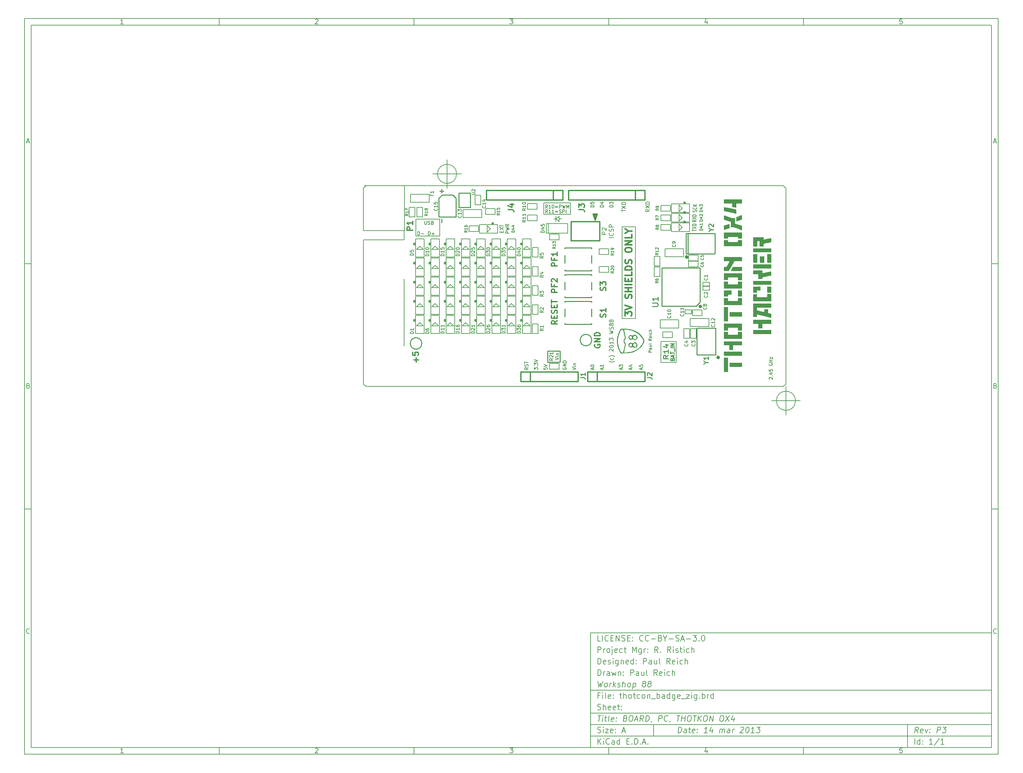
<source format=gto>
G04 (created by PCBNEW (2012-11-15 BZR 3804)-stable) date Wed 13 Mar 2013 22:39:17 CDT*
%MOIN*%
G04 Gerber Fmt 3.4, Leading zero omitted, Abs format*
%FSLAX34Y34*%
G01*
G70*
G90*
G04 APERTURE LIST*
%ADD10C,0.006*%
%ADD11C,0.008*%
%ADD12C,0.01*%
%ADD13C,0.007*%
%ADD14C,0.005*%
%ADD15C,0.015*%
%ADD16C,0.009*%
%ADD17C,0.00590551*%
%ADD18C,0.02*%
%ADD19C,0.03*%
%ADD20C,0.0001*%
%ADD21C,0.012*%
G04 APERTURE END LIST*
G54D10*
X-41000Y34000D02*
X61000Y34000D01*
X61000Y-43000D01*
X-41000Y-43000D01*
X-41000Y34000D01*
X-40300Y33300D02*
X60300Y33300D01*
X60300Y-42300D01*
X-40300Y-42300D01*
X-40300Y33300D01*
X-20600Y34000D02*
X-20600Y33300D01*
X-30657Y33447D02*
X-30942Y33447D01*
X-30800Y33447D02*
X-30800Y33947D01*
X-30847Y33876D01*
X-30895Y33828D01*
X-30942Y33804D01*
X-20600Y-43000D02*
X-20600Y-42300D01*
X-30657Y-42852D02*
X-30942Y-42852D01*
X-30800Y-42852D02*
X-30800Y-42352D01*
X-30847Y-42423D01*
X-30895Y-42471D01*
X-30942Y-42495D01*
X-200Y34000D02*
X-200Y33300D01*
X-10542Y33900D02*
X-10519Y33923D01*
X-10471Y33947D01*
X-10352Y33947D01*
X-10304Y33923D01*
X-10280Y33900D01*
X-10257Y33852D01*
X-10257Y33804D01*
X-10280Y33733D01*
X-10566Y33447D01*
X-10257Y33447D01*
X-200Y-43000D02*
X-200Y-42300D01*
X-10542Y-42400D02*
X-10519Y-42376D01*
X-10471Y-42352D01*
X-10352Y-42352D01*
X-10304Y-42376D01*
X-10280Y-42400D01*
X-10257Y-42447D01*
X-10257Y-42495D01*
X-10280Y-42566D01*
X-10566Y-42852D01*
X-10257Y-42852D01*
X20200Y34000D02*
X20200Y33300D01*
X9833Y33947D02*
X10142Y33947D01*
X9976Y33757D01*
X10047Y33757D01*
X10095Y33733D01*
X10119Y33709D01*
X10142Y33661D01*
X10142Y33542D01*
X10119Y33495D01*
X10095Y33471D01*
X10047Y33447D01*
X9904Y33447D01*
X9857Y33471D01*
X9833Y33495D01*
X20200Y-43000D02*
X20200Y-42300D01*
X9833Y-42352D02*
X10142Y-42352D01*
X9976Y-42542D01*
X10047Y-42542D01*
X10095Y-42566D01*
X10119Y-42590D01*
X10142Y-42638D01*
X10142Y-42757D01*
X10119Y-42804D01*
X10095Y-42828D01*
X10047Y-42852D01*
X9904Y-42852D01*
X9857Y-42828D01*
X9833Y-42804D01*
X40600Y34000D02*
X40600Y33300D01*
X30495Y33780D02*
X30495Y33447D01*
X30376Y33971D02*
X30257Y33614D01*
X30566Y33614D01*
X40600Y-43000D02*
X40600Y-42300D01*
X30495Y-42519D02*
X30495Y-42852D01*
X30376Y-42328D02*
X30257Y-42685D01*
X30566Y-42685D01*
X50919Y33947D02*
X50680Y33947D01*
X50657Y33709D01*
X50680Y33733D01*
X50728Y33757D01*
X50847Y33757D01*
X50895Y33733D01*
X50919Y33709D01*
X50942Y33661D01*
X50942Y33542D01*
X50919Y33495D01*
X50895Y33471D01*
X50847Y33447D01*
X50728Y33447D01*
X50680Y33471D01*
X50657Y33495D01*
X50919Y-42352D02*
X50680Y-42352D01*
X50657Y-42590D01*
X50680Y-42566D01*
X50728Y-42542D01*
X50847Y-42542D01*
X50895Y-42566D01*
X50919Y-42590D01*
X50942Y-42638D01*
X50942Y-42757D01*
X50919Y-42804D01*
X50895Y-42828D01*
X50847Y-42852D01*
X50728Y-42852D01*
X50680Y-42828D01*
X50657Y-42804D01*
X-41000Y8340D02*
X-40300Y8340D01*
X-40769Y21110D02*
X-40530Y21110D01*
X-40816Y20967D02*
X-40649Y21467D01*
X-40483Y20967D01*
X61000Y8340D02*
X60300Y8340D01*
X60530Y21110D02*
X60769Y21110D01*
X60483Y20967D02*
X60650Y21467D01*
X60816Y20967D01*
X-41000Y-17320D02*
X-40300Y-17320D01*
X-40614Y-4430D02*
X-40542Y-4454D01*
X-40519Y-4478D01*
X-40495Y-4525D01*
X-40495Y-4597D01*
X-40519Y-4644D01*
X-40542Y-4668D01*
X-40590Y-4692D01*
X-40780Y-4692D01*
X-40780Y-4192D01*
X-40614Y-4192D01*
X-40566Y-4216D01*
X-40542Y-4240D01*
X-40519Y-4287D01*
X-40519Y-4335D01*
X-40542Y-4382D01*
X-40566Y-4406D01*
X-40614Y-4430D01*
X-40780Y-4430D01*
X61000Y-17320D02*
X60300Y-17320D01*
X60685Y-4430D02*
X60757Y-4454D01*
X60780Y-4478D01*
X60804Y-4525D01*
X60804Y-4597D01*
X60780Y-4644D01*
X60757Y-4668D01*
X60709Y-4692D01*
X60519Y-4692D01*
X60519Y-4192D01*
X60685Y-4192D01*
X60733Y-4216D01*
X60757Y-4240D01*
X60780Y-4287D01*
X60780Y-4335D01*
X60757Y-4382D01*
X60733Y-4406D01*
X60685Y-4430D01*
X60519Y-4430D01*
X-40495Y-30304D02*
X-40519Y-30328D01*
X-40590Y-30352D01*
X-40638Y-30352D01*
X-40709Y-30328D01*
X-40757Y-30280D01*
X-40780Y-30233D01*
X-40804Y-30138D01*
X-40804Y-30066D01*
X-40780Y-29971D01*
X-40757Y-29923D01*
X-40709Y-29876D01*
X-40638Y-29852D01*
X-40590Y-29852D01*
X-40519Y-29876D01*
X-40495Y-29900D01*
X60804Y-30304D02*
X60780Y-30328D01*
X60709Y-30352D01*
X60661Y-30352D01*
X60590Y-30328D01*
X60542Y-30280D01*
X60519Y-30233D01*
X60495Y-30138D01*
X60495Y-30066D01*
X60519Y-29971D01*
X60542Y-29923D01*
X60590Y-29876D01*
X60661Y-29852D01*
X60709Y-29852D01*
X60780Y-29876D01*
X60804Y-29900D01*
X27450Y-40742D02*
X27525Y-40142D01*
X27667Y-40142D01*
X27750Y-40171D01*
X27800Y-40228D01*
X27821Y-40285D01*
X27835Y-40400D01*
X27825Y-40485D01*
X27782Y-40600D01*
X27746Y-40657D01*
X27682Y-40714D01*
X27592Y-40742D01*
X27450Y-40742D01*
X28307Y-40742D02*
X28346Y-40428D01*
X28325Y-40371D01*
X28271Y-40342D01*
X28157Y-40342D01*
X28096Y-40371D01*
X28310Y-40714D02*
X28250Y-40742D01*
X28107Y-40742D01*
X28053Y-40714D01*
X28032Y-40657D01*
X28039Y-40600D01*
X28075Y-40542D01*
X28135Y-40514D01*
X28278Y-40514D01*
X28339Y-40485D01*
X28557Y-40342D02*
X28785Y-40342D01*
X28667Y-40142D02*
X28603Y-40657D01*
X28625Y-40714D01*
X28678Y-40742D01*
X28735Y-40742D01*
X29167Y-40714D02*
X29107Y-40742D01*
X28992Y-40742D01*
X28939Y-40714D01*
X28917Y-40657D01*
X28946Y-40428D01*
X28982Y-40371D01*
X29042Y-40342D01*
X29157Y-40342D01*
X29210Y-40371D01*
X29232Y-40428D01*
X29225Y-40485D01*
X28932Y-40542D01*
X29457Y-40685D02*
X29482Y-40714D01*
X29450Y-40742D01*
X29425Y-40714D01*
X29457Y-40685D01*
X29450Y-40742D01*
X29496Y-40371D02*
X29521Y-40400D01*
X29489Y-40428D01*
X29464Y-40400D01*
X29496Y-40371D01*
X29489Y-40428D01*
X30507Y-40742D02*
X30164Y-40742D01*
X30335Y-40742D02*
X30410Y-40142D01*
X30342Y-40228D01*
X30278Y-40285D01*
X30217Y-40314D01*
X31071Y-40342D02*
X31021Y-40742D01*
X30957Y-40114D02*
X30760Y-40542D01*
X31132Y-40542D01*
X31792Y-40742D02*
X31842Y-40342D01*
X31835Y-40400D02*
X31867Y-40371D01*
X31928Y-40342D01*
X32014Y-40342D01*
X32067Y-40371D01*
X32089Y-40428D01*
X32050Y-40742D01*
X32089Y-40428D02*
X32125Y-40371D01*
X32185Y-40342D01*
X32271Y-40342D01*
X32325Y-40371D01*
X32346Y-40428D01*
X32307Y-40742D01*
X32850Y-40742D02*
X32889Y-40428D01*
X32867Y-40371D01*
X32814Y-40342D01*
X32700Y-40342D01*
X32639Y-40371D01*
X32853Y-40714D02*
X32792Y-40742D01*
X32650Y-40742D01*
X32596Y-40714D01*
X32575Y-40657D01*
X32582Y-40600D01*
X32617Y-40542D01*
X32678Y-40514D01*
X32821Y-40514D01*
X32882Y-40485D01*
X33135Y-40742D02*
X33185Y-40342D01*
X33171Y-40457D02*
X33207Y-40400D01*
X33239Y-40371D01*
X33300Y-40342D01*
X33357Y-40342D01*
X34003Y-40200D02*
X34035Y-40171D01*
X34096Y-40142D01*
X34239Y-40142D01*
X34292Y-40171D01*
X34317Y-40200D01*
X34339Y-40257D01*
X34332Y-40314D01*
X34292Y-40400D01*
X33907Y-40742D01*
X34278Y-40742D01*
X34725Y-40142D02*
X34782Y-40142D01*
X34835Y-40171D01*
X34860Y-40200D01*
X34882Y-40257D01*
X34896Y-40371D01*
X34878Y-40514D01*
X34835Y-40628D01*
X34800Y-40685D01*
X34767Y-40714D01*
X34707Y-40742D01*
X34650Y-40742D01*
X34596Y-40714D01*
X34571Y-40685D01*
X34550Y-40628D01*
X34535Y-40514D01*
X34553Y-40371D01*
X34596Y-40257D01*
X34632Y-40200D01*
X34664Y-40171D01*
X34725Y-40142D01*
X35421Y-40742D02*
X35078Y-40742D01*
X35250Y-40742D02*
X35325Y-40142D01*
X35257Y-40228D01*
X35192Y-40285D01*
X35132Y-40314D01*
X35696Y-40142D02*
X36067Y-40142D01*
X35839Y-40371D01*
X35925Y-40371D01*
X35978Y-40400D01*
X36003Y-40428D01*
X36025Y-40485D01*
X36007Y-40628D01*
X35971Y-40685D01*
X35939Y-40714D01*
X35878Y-40742D01*
X35707Y-40742D01*
X35653Y-40714D01*
X35628Y-40685D01*
X19042Y-41942D02*
X19042Y-41342D01*
X19385Y-41942D02*
X19128Y-41600D01*
X19385Y-41342D02*
X19042Y-41685D01*
X19642Y-41942D02*
X19642Y-41542D01*
X19642Y-41342D02*
X19614Y-41371D01*
X19642Y-41400D01*
X19671Y-41371D01*
X19642Y-41342D01*
X19642Y-41400D01*
X20271Y-41885D02*
X20242Y-41914D01*
X20157Y-41942D01*
X20100Y-41942D01*
X20014Y-41914D01*
X19957Y-41857D01*
X19928Y-41800D01*
X19900Y-41685D01*
X19900Y-41600D01*
X19928Y-41485D01*
X19957Y-41428D01*
X20014Y-41371D01*
X20100Y-41342D01*
X20157Y-41342D01*
X20242Y-41371D01*
X20271Y-41400D01*
X20785Y-41942D02*
X20785Y-41628D01*
X20757Y-41571D01*
X20700Y-41542D01*
X20585Y-41542D01*
X20528Y-41571D01*
X20785Y-41914D02*
X20728Y-41942D01*
X20585Y-41942D01*
X20528Y-41914D01*
X20500Y-41857D01*
X20500Y-41800D01*
X20528Y-41742D01*
X20585Y-41714D01*
X20728Y-41714D01*
X20785Y-41685D01*
X21328Y-41942D02*
X21328Y-41342D01*
X21328Y-41914D02*
X21271Y-41942D01*
X21157Y-41942D01*
X21100Y-41914D01*
X21071Y-41885D01*
X21042Y-41828D01*
X21042Y-41657D01*
X21071Y-41600D01*
X21100Y-41571D01*
X21157Y-41542D01*
X21271Y-41542D01*
X21328Y-41571D01*
X22071Y-41628D02*
X22271Y-41628D01*
X22357Y-41942D02*
X22071Y-41942D01*
X22071Y-41342D01*
X22357Y-41342D01*
X22614Y-41885D02*
X22642Y-41914D01*
X22614Y-41942D01*
X22585Y-41914D01*
X22614Y-41885D01*
X22614Y-41942D01*
X22899Y-41942D02*
X22899Y-41342D01*
X23042Y-41342D01*
X23128Y-41371D01*
X23185Y-41428D01*
X23214Y-41485D01*
X23242Y-41600D01*
X23242Y-41685D01*
X23214Y-41800D01*
X23185Y-41857D01*
X23128Y-41914D01*
X23042Y-41942D01*
X22899Y-41942D01*
X23499Y-41885D02*
X23528Y-41914D01*
X23499Y-41942D01*
X23471Y-41914D01*
X23499Y-41885D01*
X23499Y-41942D01*
X23757Y-41771D02*
X24042Y-41771D01*
X23699Y-41942D02*
X23899Y-41342D01*
X24099Y-41942D01*
X24299Y-41885D02*
X24328Y-41914D01*
X24299Y-41942D01*
X24271Y-41914D01*
X24299Y-41885D01*
X24299Y-41942D01*
X52592Y-40742D02*
X52428Y-40457D01*
X52250Y-40742D02*
X52325Y-40142D01*
X52553Y-40142D01*
X52607Y-40171D01*
X52632Y-40200D01*
X52653Y-40257D01*
X52642Y-40342D01*
X52607Y-40400D01*
X52575Y-40428D01*
X52514Y-40457D01*
X52285Y-40457D01*
X53082Y-40714D02*
X53021Y-40742D01*
X52907Y-40742D01*
X52853Y-40714D01*
X52832Y-40657D01*
X52860Y-40428D01*
X52896Y-40371D01*
X52957Y-40342D01*
X53071Y-40342D01*
X53125Y-40371D01*
X53146Y-40428D01*
X53139Y-40485D01*
X52846Y-40542D01*
X53357Y-40342D02*
X53450Y-40742D01*
X53642Y-40342D01*
X53828Y-40685D02*
X53853Y-40714D01*
X53821Y-40742D01*
X53796Y-40714D01*
X53828Y-40685D01*
X53821Y-40742D01*
X53867Y-40371D02*
X53892Y-40400D01*
X53860Y-40428D01*
X53835Y-40400D01*
X53867Y-40371D01*
X53860Y-40428D01*
X54564Y-40742D02*
X54639Y-40142D01*
X54867Y-40142D01*
X54921Y-40171D01*
X54946Y-40200D01*
X54967Y-40257D01*
X54957Y-40342D01*
X54921Y-40400D01*
X54889Y-40428D01*
X54828Y-40457D01*
X54600Y-40457D01*
X55182Y-40142D02*
X55553Y-40142D01*
X55325Y-40371D01*
X55410Y-40371D01*
X55464Y-40400D01*
X55489Y-40428D01*
X55510Y-40485D01*
X55492Y-40628D01*
X55457Y-40685D01*
X55425Y-40714D01*
X55364Y-40742D01*
X55192Y-40742D01*
X55139Y-40714D01*
X55114Y-40685D01*
X19014Y-40714D02*
X19100Y-40742D01*
X19242Y-40742D01*
X19300Y-40714D01*
X19328Y-40685D01*
X19357Y-40628D01*
X19357Y-40571D01*
X19328Y-40514D01*
X19300Y-40485D01*
X19242Y-40457D01*
X19128Y-40428D01*
X19071Y-40400D01*
X19042Y-40371D01*
X19014Y-40314D01*
X19014Y-40257D01*
X19042Y-40200D01*
X19071Y-40171D01*
X19128Y-40142D01*
X19271Y-40142D01*
X19357Y-40171D01*
X19614Y-40742D02*
X19614Y-40342D01*
X19614Y-40142D02*
X19585Y-40171D01*
X19614Y-40200D01*
X19642Y-40171D01*
X19614Y-40142D01*
X19614Y-40200D01*
X19842Y-40342D02*
X20157Y-40342D01*
X19842Y-40742D01*
X20157Y-40742D01*
X20614Y-40714D02*
X20557Y-40742D01*
X20442Y-40742D01*
X20385Y-40714D01*
X20357Y-40657D01*
X20357Y-40428D01*
X20385Y-40371D01*
X20442Y-40342D01*
X20557Y-40342D01*
X20614Y-40371D01*
X20642Y-40428D01*
X20642Y-40485D01*
X20357Y-40542D01*
X20900Y-40685D02*
X20928Y-40714D01*
X20900Y-40742D01*
X20871Y-40714D01*
X20900Y-40685D01*
X20900Y-40742D01*
X20900Y-40371D02*
X20928Y-40400D01*
X20900Y-40428D01*
X20871Y-40400D01*
X20900Y-40371D01*
X20900Y-40428D01*
X21614Y-40571D02*
X21900Y-40571D01*
X21557Y-40742D02*
X21757Y-40142D01*
X21957Y-40742D01*
X52242Y-41942D02*
X52242Y-41342D01*
X52785Y-41942D02*
X52785Y-41342D01*
X52785Y-41914D02*
X52728Y-41942D01*
X52614Y-41942D01*
X52557Y-41914D01*
X52528Y-41885D01*
X52500Y-41828D01*
X52500Y-41657D01*
X52528Y-41600D01*
X52557Y-41571D01*
X52614Y-41542D01*
X52728Y-41542D01*
X52785Y-41571D01*
X53071Y-41885D02*
X53100Y-41914D01*
X53071Y-41942D01*
X53042Y-41914D01*
X53071Y-41885D01*
X53071Y-41942D01*
X53071Y-41571D02*
X53100Y-41600D01*
X53071Y-41628D01*
X53042Y-41600D01*
X53071Y-41571D01*
X53071Y-41628D01*
X54128Y-41942D02*
X53785Y-41942D01*
X53957Y-41942D02*
X53957Y-41342D01*
X53899Y-41428D01*
X53842Y-41485D01*
X53785Y-41514D01*
X54814Y-41314D02*
X54300Y-42085D01*
X55328Y-41942D02*
X54985Y-41942D01*
X55157Y-41942D02*
X55157Y-41342D01*
X55099Y-41428D01*
X55042Y-41485D01*
X54985Y-41514D01*
X19039Y-38942D02*
X19382Y-38942D01*
X19135Y-39542D02*
X19210Y-38942D01*
X19507Y-39542D02*
X19557Y-39142D01*
X19582Y-38942D02*
X19550Y-38971D01*
X19575Y-39000D01*
X19607Y-38971D01*
X19582Y-38942D01*
X19575Y-39000D01*
X19757Y-39142D02*
X19985Y-39142D01*
X19867Y-38942D02*
X19803Y-39457D01*
X19825Y-39514D01*
X19878Y-39542D01*
X19935Y-39542D01*
X20221Y-39542D02*
X20167Y-39514D01*
X20146Y-39457D01*
X20210Y-38942D01*
X20682Y-39514D02*
X20621Y-39542D01*
X20507Y-39542D01*
X20453Y-39514D01*
X20432Y-39457D01*
X20460Y-39228D01*
X20496Y-39171D01*
X20557Y-39142D01*
X20671Y-39142D01*
X20725Y-39171D01*
X20746Y-39228D01*
X20739Y-39285D01*
X20446Y-39342D01*
X20971Y-39485D02*
X20996Y-39514D01*
X20964Y-39542D01*
X20939Y-39514D01*
X20971Y-39485D01*
X20964Y-39542D01*
X21010Y-39171D02*
X21035Y-39200D01*
X21003Y-39228D01*
X20978Y-39200D01*
X21010Y-39171D01*
X21003Y-39228D01*
X21946Y-39228D02*
X22028Y-39257D01*
X22053Y-39285D01*
X22075Y-39342D01*
X22064Y-39428D01*
X22028Y-39485D01*
X21996Y-39514D01*
X21935Y-39542D01*
X21707Y-39542D01*
X21782Y-38942D01*
X21982Y-38942D01*
X22035Y-38971D01*
X22060Y-39000D01*
X22082Y-39057D01*
X22075Y-39114D01*
X22039Y-39171D01*
X22007Y-39200D01*
X21946Y-39228D01*
X21746Y-39228D01*
X22496Y-38942D02*
X22610Y-38942D01*
X22664Y-38971D01*
X22714Y-39028D01*
X22728Y-39142D01*
X22703Y-39342D01*
X22660Y-39457D01*
X22596Y-39514D01*
X22535Y-39542D01*
X22421Y-39542D01*
X22367Y-39514D01*
X22317Y-39457D01*
X22303Y-39342D01*
X22328Y-39142D01*
X22371Y-39028D01*
X22435Y-38971D01*
X22496Y-38942D01*
X22928Y-39371D02*
X23214Y-39371D01*
X22850Y-39542D02*
X23125Y-38942D01*
X23250Y-39542D01*
X23792Y-39542D02*
X23628Y-39257D01*
X23450Y-39542D02*
X23525Y-38942D01*
X23753Y-38942D01*
X23807Y-38971D01*
X23832Y-39000D01*
X23853Y-39057D01*
X23842Y-39142D01*
X23807Y-39200D01*
X23775Y-39228D01*
X23714Y-39257D01*
X23485Y-39257D01*
X24050Y-39542D02*
X24125Y-38942D01*
X24267Y-38942D01*
X24350Y-38971D01*
X24400Y-39028D01*
X24421Y-39085D01*
X24435Y-39200D01*
X24425Y-39285D01*
X24382Y-39400D01*
X24346Y-39457D01*
X24282Y-39514D01*
X24192Y-39542D01*
X24050Y-39542D01*
X24682Y-39514D02*
X24678Y-39542D01*
X24642Y-39600D01*
X24610Y-39628D01*
X25392Y-39542D02*
X25467Y-38942D01*
X25696Y-38942D01*
X25749Y-38971D01*
X25775Y-39000D01*
X25796Y-39057D01*
X25785Y-39142D01*
X25750Y-39200D01*
X25717Y-39228D01*
X25657Y-39257D01*
X25428Y-39257D01*
X26342Y-39485D02*
X26310Y-39514D01*
X26221Y-39542D01*
X26164Y-39542D01*
X26082Y-39514D01*
X26032Y-39457D01*
X26010Y-39400D01*
X25996Y-39285D01*
X26007Y-39200D01*
X26050Y-39085D01*
X26085Y-39028D01*
X26149Y-38971D01*
X26239Y-38942D01*
X26296Y-38942D01*
X26378Y-38971D01*
X26403Y-39000D01*
X26625Y-39514D02*
X26621Y-39542D01*
X26585Y-39600D01*
X26553Y-39628D01*
X27325Y-38942D02*
X27667Y-38942D01*
X27421Y-39542D02*
X27496Y-38942D01*
X27792Y-39542D02*
X27867Y-38942D01*
X27832Y-39228D02*
X28175Y-39228D01*
X28135Y-39542D02*
X28210Y-38942D01*
X28610Y-38942D02*
X28725Y-38942D01*
X28778Y-38971D01*
X28828Y-39028D01*
X28842Y-39142D01*
X28817Y-39342D01*
X28774Y-39457D01*
X28710Y-39514D01*
X28650Y-39542D01*
X28535Y-39542D01*
X28482Y-39514D01*
X28432Y-39457D01*
X28417Y-39342D01*
X28442Y-39142D01*
X28485Y-39028D01*
X28549Y-38971D01*
X28610Y-38942D01*
X29039Y-38942D02*
X29382Y-38942D01*
X29135Y-39542D02*
X29210Y-38942D01*
X29507Y-39542D02*
X29582Y-38942D01*
X29849Y-39542D02*
X29635Y-39200D01*
X29924Y-38942D02*
X29539Y-39285D01*
X30296Y-38942D02*
X30410Y-38942D01*
X30464Y-38971D01*
X30514Y-39028D01*
X30528Y-39142D01*
X30503Y-39342D01*
X30460Y-39457D01*
X30396Y-39514D01*
X30335Y-39542D01*
X30221Y-39542D01*
X30167Y-39514D01*
X30117Y-39457D01*
X30103Y-39342D01*
X30128Y-39142D01*
X30171Y-39028D01*
X30235Y-38971D01*
X30296Y-38942D01*
X30735Y-39542D02*
X30810Y-38942D01*
X31078Y-39542D01*
X31153Y-38942D01*
X32010Y-38942D02*
X32124Y-38942D01*
X32178Y-38971D01*
X32228Y-39028D01*
X32242Y-39142D01*
X32217Y-39342D01*
X32174Y-39457D01*
X32110Y-39514D01*
X32049Y-39542D01*
X31935Y-39542D01*
X31882Y-39514D01*
X31832Y-39457D01*
X31817Y-39342D01*
X31842Y-39142D01*
X31885Y-39028D01*
X31949Y-38971D01*
X32010Y-38942D01*
X32467Y-38942D02*
X32792Y-39542D01*
X32867Y-38942D02*
X32392Y-39542D01*
X33328Y-39142D02*
X33278Y-39542D01*
X33214Y-38914D02*
X33017Y-39342D01*
X33389Y-39342D01*
X19242Y-36828D02*
X19042Y-36828D01*
X19042Y-37142D02*
X19042Y-36542D01*
X19328Y-36542D01*
X19557Y-37142D02*
X19557Y-36742D01*
X19557Y-36542D02*
X19528Y-36571D01*
X19557Y-36600D01*
X19585Y-36571D01*
X19557Y-36542D01*
X19557Y-36600D01*
X19928Y-37142D02*
X19871Y-37114D01*
X19842Y-37057D01*
X19842Y-36542D01*
X20385Y-37114D02*
X20328Y-37142D01*
X20214Y-37142D01*
X20157Y-37114D01*
X20128Y-37057D01*
X20128Y-36828D01*
X20157Y-36771D01*
X20214Y-36742D01*
X20328Y-36742D01*
X20385Y-36771D01*
X20414Y-36828D01*
X20414Y-36885D01*
X20128Y-36942D01*
X20671Y-37085D02*
X20700Y-37114D01*
X20671Y-37142D01*
X20642Y-37114D01*
X20671Y-37085D01*
X20671Y-37142D01*
X20671Y-36771D02*
X20700Y-36800D01*
X20671Y-36828D01*
X20642Y-36800D01*
X20671Y-36771D01*
X20671Y-36828D01*
X21328Y-36742D02*
X21557Y-36742D01*
X21414Y-36542D02*
X21414Y-37057D01*
X21442Y-37114D01*
X21500Y-37142D01*
X21557Y-37142D01*
X21757Y-37142D02*
X21757Y-36542D01*
X22014Y-37142D02*
X22014Y-36828D01*
X21985Y-36771D01*
X21928Y-36742D01*
X21842Y-36742D01*
X21785Y-36771D01*
X21757Y-36800D01*
X22385Y-37142D02*
X22328Y-37114D01*
X22300Y-37085D01*
X22271Y-37028D01*
X22271Y-36857D01*
X22300Y-36800D01*
X22328Y-36771D01*
X22385Y-36742D01*
X22471Y-36742D01*
X22528Y-36771D01*
X22557Y-36800D01*
X22585Y-36857D01*
X22585Y-37028D01*
X22557Y-37085D01*
X22528Y-37114D01*
X22471Y-37142D01*
X22385Y-37142D01*
X22757Y-36742D02*
X22985Y-36742D01*
X22842Y-36542D02*
X22842Y-37057D01*
X22871Y-37114D01*
X22928Y-37142D01*
X22985Y-37142D01*
X23442Y-37114D02*
X23385Y-37142D01*
X23271Y-37142D01*
X23214Y-37114D01*
X23185Y-37085D01*
X23157Y-37028D01*
X23157Y-36857D01*
X23185Y-36800D01*
X23214Y-36771D01*
X23271Y-36742D01*
X23385Y-36742D01*
X23442Y-36771D01*
X23785Y-37142D02*
X23728Y-37114D01*
X23700Y-37085D01*
X23671Y-37028D01*
X23671Y-36857D01*
X23700Y-36800D01*
X23728Y-36771D01*
X23785Y-36742D01*
X23871Y-36742D01*
X23928Y-36771D01*
X23957Y-36800D01*
X23985Y-36857D01*
X23985Y-37028D01*
X23957Y-37085D01*
X23928Y-37114D01*
X23871Y-37142D01*
X23785Y-37142D01*
X24242Y-36742D02*
X24242Y-37142D01*
X24242Y-36800D02*
X24271Y-36771D01*
X24328Y-36742D01*
X24414Y-36742D01*
X24471Y-36771D01*
X24500Y-36828D01*
X24500Y-37142D01*
X24642Y-37200D02*
X25100Y-37200D01*
X25242Y-37142D02*
X25242Y-36542D01*
X25242Y-36771D02*
X25300Y-36742D01*
X25414Y-36742D01*
X25471Y-36771D01*
X25500Y-36800D01*
X25528Y-36857D01*
X25528Y-37028D01*
X25500Y-37085D01*
X25471Y-37114D01*
X25414Y-37142D01*
X25300Y-37142D01*
X25242Y-37114D01*
X26042Y-37142D02*
X26042Y-36828D01*
X26014Y-36771D01*
X25957Y-36742D01*
X25842Y-36742D01*
X25785Y-36771D01*
X26042Y-37114D02*
X25985Y-37142D01*
X25842Y-37142D01*
X25785Y-37114D01*
X25757Y-37057D01*
X25757Y-37000D01*
X25785Y-36942D01*
X25842Y-36914D01*
X25985Y-36914D01*
X26042Y-36885D01*
X26585Y-37142D02*
X26585Y-36542D01*
X26585Y-37114D02*
X26528Y-37142D01*
X26414Y-37142D01*
X26357Y-37114D01*
X26328Y-37085D01*
X26300Y-37028D01*
X26300Y-36857D01*
X26328Y-36800D01*
X26357Y-36771D01*
X26414Y-36742D01*
X26528Y-36742D01*
X26585Y-36771D01*
X27128Y-36742D02*
X27128Y-37228D01*
X27100Y-37285D01*
X27071Y-37314D01*
X27014Y-37342D01*
X26928Y-37342D01*
X26871Y-37314D01*
X27128Y-37114D02*
X27071Y-37142D01*
X26957Y-37142D01*
X26900Y-37114D01*
X26871Y-37085D01*
X26842Y-37028D01*
X26842Y-36857D01*
X26871Y-36800D01*
X26900Y-36771D01*
X26957Y-36742D01*
X27071Y-36742D01*
X27128Y-36771D01*
X27642Y-37114D02*
X27585Y-37142D01*
X27471Y-37142D01*
X27414Y-37114D01*
X27385Y-37057D01*
X27385Y-36828D01*
X27414Y-36771D01*
X27471Y-36742D01*
X27585Y-36742D01*
X27642Y-36771D01*
X27671Y-36828D01*
X27671Y-36885D01*
X27385Y-36942D01*
X27785Y-37200D02*
X28242Y-37200D01*
X28328Y-36742D02*
X28642Y-36742D01*
X28328Y-37142D01*
X28642Y-37142D01*
X28871Y-37142D02*
X28871Y-36742D01*
X28871Y-36542D02*
X28842Y-36571D01*
X28871Y-36600D01*
X28900Y-36571D01*
X28871Y-36542D01*
X28871Y-36600D01*
X29414Y-36742D02*
X29414Y-37228D01*
X29385Y-37285D01*
X29357Y-37314D01*
X29299Y-37342D01*
X29214Y-37342D01*
X29157Y-37314D01*
X29414Y-37114D02*
X29357Y-37142D01*
X29242Y-37142D01*
X29185Y-37114D01*
X29157Y-37085D01*
X29128Y-37028D01*
X29128Y-36857D01*
X29157Y-36800D01*
X29185Y-36771D01*
X29242Y-36742D01*
X29357Y-36742D01*
X29414Y-36771D01*
X29699Y-37085D02*
X29728Y-37114D01*
X29699Y-37142D01*
X29671Y-37114D01*
X29699Y-37085D01*
X29699Y-37142D01*
X29985Y-37142D02*
X29985Y-36542D01*
X29985Y-36771D02*
X30042Y-36742D01*
X30157Y-36742D01*
X30214Y-36771D01*
X30242Y-36800D01*
X30271Y-36857D01*
X30271Y-37028D01*
X30242Y-37085D01*
X30214Y-37114D01*
X30157Y-37142D01*
X30042Y-37142D01*
X29985Y-37114D01*
X30528Y-37142D02*
X30528Y-36742D01*
X30528Y-36857D02*
X30557Y-36800D01*
X30585Y-36771D01*
X30642Y-36742D01*
X30699Y-36742D01*
X31157Y-37142D02*
X31157Y-36542D01*
X31157Y-37114D02*
X31099Y-37142D01*
X30985Y-37142D01*
X30928Y-37114D01*
X30899Y-37085D01*
X30871Y-37028D01*
X30871Y-36857D01*
X30899Y-36800D01*
X30928Y-36771D01*
X30985Y-36742D01*
X31099Y-36742D01*
X31157Y-36771D01*
X19014Y-38314D02*
X19100Y-38342D01*
X19242Y-38342D01*
X19300Y-38314D01*
X19328Y-38285D01*
X19357Y-38228D01*
X19357Y-38171D01*
X19328Y-38114D01*
X19300Y-38085D01*
X19242Y-38057D01*
X19128Y-38028D01*
X19071Y-38000D01*
X19042Y-37971D01*
X19014Y-37914D01*
X19014Y-37857D01*
X19042Y-37800D01*
X19071Y-37771D01*
X19128Y-37742D01*
X19271Y-37742D01*
X19357Y-37771D01*
X19614Y-38342D02*
X19614Y-37742D01*
X19871Y-38342D02*
X19871Y-38028D01*
X19842Y-37971D01*
X19785Y-37942D01*
X19700Y-37942D01*
X19642Y-37971D01*
X19614Y-38000D01*
X20385Y-38314D02*
X20328Y-38342D01*
X20214Y-38342D01*
X20157Y-38314D01*
X20128Y-38257D01*
X20128Y-38028D01*
X20157Y-37971D01*
X20214Y-37942D01*
X20328Y-37942D01*
X20385Y-37971D01*
X20414Y-38028D01*
X20414Y-38085D01*
X20128Y-38142D01*
X20900Y-38314D02*
X20842Y-38342D01*
X20728Y-38342D01*
X20671Y-38314D01*
X20642Y-38257D01*
X20642Y-38028D01*
X20671Y-37971D01*
X20728Y-37942D01*
X20842Y-37942D01*
X20900Y-37971D01*
X20928Y-38028D01*
X20928Y-38085D01*
X20642Y-38142D01*
X21100Y-37942D02*
X21328Y-37942D01*
X21185Y-37742D02*
X21185Y-38257D01*
X21214Y-38314D01*
X21271Y-38342D01*
X21328Y-38342D01*
X21528Y-38285D02*
X21557Y-38314D01*
X21528Y-38342D01*
X21500Y-38314D01*
X21528Y-38285D01*
X21528Y-38342D01*
X21528Y-37971D02*
X21557Y-38000D01*
X21528Y-38028D01*
X21500Y-38000D01*
X21528Y-37971D01*
X21528Y-38028D01*
X19067Y-35342D02*
X19135Y-35942D01*
X19303Y-35514D01*
X19364Y-35942D01*
X19582Y-35342D01*
X19821Y-35942D02*
X19767Y-35914D01*
X19742Y-35885D01*
X19721Y-35828D01*
X19742Y-35657D01*
X19778Y-35600D01*
X19810Y-35571D01*
X19871Y-35542D01*
X19957Y-35542D01*
X20010Y-35571D01*
X20035Y-35600D01*
X20057Y-35657D01*
X20035Y-35828D01*
X20000Y-35885D01*
X19967Y-35914D01*
X19907Y-35942D01*
X19821Y-35942D01*
X20278Y-35942D02*
X20328Y-35542D01*
X20314Y-35657D02*
X20350Y-35600D01*
X20382Y-35571D01*
X20442Y-35542D01*
X20500Y-35542D01*
X20650Y-35942D02*
X20725Y-35342D01*
X20735Y-35714D02*
X20878Y-35942D01*
X20928Y-35542D02*
X20671Y-35771D01*
X21110Y-35914D02*
X21164Y-35942D01*
X21278Y-35942D01*
X21339Y-35914D01*
X21375Y-35857D01*
X21378Y-35828D01*
X21357Y-35771D01*
X21303Y-35742D01*
X21217Y-35742D01*
X21164Y-35714D01*
X21142Y-35657D01*
X21146Y-35628D01*
X21182Y-35571D01*
X21242Y-35542D01*
X21328Y-35542D01*
X21382Y-35571D01*
X21621Y-35942D02*
X21696Y-35342D01*
X21878Y-35942D02*
X21917Y-35628D01*
X21896Y-35571D01*
X21842Y-35542D01*
X21757Y-35542D01*
X21696Y-35571D01*
X21664Y-35600D01*
X22249Y-35942D02*
X22196Y-35914D01*
X22171Y-35885D01*
X22150Y-35828D01*
X22171Y-35657D01*
X22207Y-35600D01*
X22239Y-35571D01*
X22299Y-35542D01*
X22385Y-35542D01*
X22439Y-35571D01*
X22464Y-35600D01*
X22485Y-35657D01*
X22464Y-35828D01*
X22428Y-35885D01*
X22396Y-35914D01*
X22335Y-35942D01*
X22249Y-35942D01*
X22757Y-35542D02*
X22682Y-36142D01*
X22753Y-35571D02*
X22814Y-35542D01*
X22928Y-35542D01*
X22982Y-35571D01*
X23007Y-35600D01*
X23028Y-35657D01*
X23007Y-35828D01*
X22971Y-35885D01*
X22939Y-35914D01*
X22878Y-35942D01*
X22764Y-35942D01*
X22710Y-35914D01*
X23835Y-35600D02*
X23782Y-35571D01*
X23757Y-35542D01*
X23735Y-35485D01*
X23739Y-35457D01*
X23774Y-35400D01*
X23807Y-35371D01*
X23867Y-35342D01*
X23982Y-35342D01*
X24035Y-35371D01*
X24060Y-35400D01*
X24082Y-35457D01*
X24078Y-35485D01*
X24042Y-35542D01*
X24010Y-35571D01*
X23949Y-35600D01*
X23835Y-35600D01*
X23775Y-35628D01*
X23742Y-35657D01*
X23707Y-35714D01*
X23692Y-35828D01*
X23714Y-35885D01*
X23739Y-35914D01*
X23792Y-35942D01*
X23907Y-35942D01*
X23967Y-35914D01*
X23999Y-35885D01*
X24035Y-35828D01*
X24049Y-35714D01*
X24028Y-35657D01*
X24003Y-35628D01*
X23949Y-35600D01*
X24407Y-35600D02*
X24353Y-35571D01*
X24328Y-35542D01*
X24307Y-35485D01*
X24310Y-35457D01*
X24346Y-35400D01*
X24378Y-35371D01*
X24439Y-35342D01*
X24553Y-35342D01*
X24607Y-35371D01*
X24632Y-35400D01*
X24653Y-35457D01*
X24650Y-35485D01*
X24614Y-35542D01*
X24582Y-35571D01*
X24521Y-35600D01*
X24407Y-35600D01*
X24346Y-35628D01*
X24314Y-35657D01*
X24278Y-35714D01*
X24264Y-35828D01*
X24285Y-35885D01*
X24310Y-35914D01*
X24364Y-35942D01*
X24478Y-35942D01*
X24539Y-35914D01*
X24571Y-35885D01*
X24607Y-35828D01*
X24621Y-35714D01*
X24599Y-35657D01*
X24575Y-35628D01*
X24521Y-35600D01*
X19042Y-34742D02*
X19042Y-34142D01*
X19185Y-34142D01*
X19271Y-34171D01*
X19328Y-34228D01*
X19357Y-34285D01*
X19385Y-34400D01*
X19385Y-34485D01*
X19357Y-34600D01*
X19328Y-34657D01*
X19271Y-34714D01*
X19185Y-34742D01*
X19042Y-34742D01*
X19642Y-34742D02*
X19642Y-34342D01*
X19642Y-34457D02*
X19671Y-34400D01*
X19700Y-34371D01*
X19757Y-34342D01*
X19814Y-34342D01*
X20271Y-34742D02*
X20271Y-34428D01*
X20242Y-34371D01*
X20185Y-34342D01*
X20071Y-34342D01*
X20014Y-34371D01*
X20271Y-34714D02*
X20214Y-34742D01*
X20071Y-34742D01*
X20014Y-34714D01*
X19985Y-34657D01*
X19985Y-34600D01*
X20014Y-34542D01*
X20071Y-34514D01*
X20214Y-34514D01*
X20271Y-34485D01*
X20500Y-34342D02*
X20614Y-34742D01*
X20728Y-34457D01*
X20842Y-34742D01*
X20957Y-34342D01*
X21185Y-34342D02*
X21185Y-34742D01*
X21185Y-34400D02*
X21214Y-34371D01*
X21271Y-34342D01*
X21357Y-34342D01*
X21414Y-34371D01*
X21442Y-34428D01*
X21442Y-34742D01*
X21728Y-34685D02*
X21757Y-34714D01*
X21728Y-34742D01*
X21700Y-34714D01*
X21728Y-34685D01*
X21728Y-34742D01*
X21728Y-34371D02*
X21757Y-34400D01*
X21728Y-34428D01*
X21700Y-34400D01*
X21728Y-34371D01*
X21728Y-34428D01*
X22471Y-34742D02*
X22471Y-34142D01*
X22700Y-34142D01*
X22757Y-34171D01*
X22785Y-34200D01*
X22814Y-34257D01*
X22814Y-34342D01*
X22785Y-34400D01*
X22757Y-34428D01*
X22700Y-34457D01*
X22471Y-34457D01*
X23328Y-34742D02*
X23328Y-34428D01*
X23300Y-34371D01*
X23242Y-34342D01*
X23128Y-34342D01*
X23071Y-34371D01*
X23328Y-34714D02*
X23271Y-34742D01*
X23128Y-34742D01*
X23071Y-34714D01*
X23042Y-34657D01*
X23042Y-34600D01*
X23071Y-34542D01*
X23128Y-34514D01*
X23271Y-34514D01*
X23328Y-34485D01*
X23871Y-34342D02*
X23871Y-34742D01*
X23614Y-34342D02*
X23614Y-34657D01*
X23642Y-34714D01*
X23699Y-34742D01*
X23785Y-34742D01*
X23842Y-34714D01*
X23871Y-34685D01*
X24242Y-34742D02*
X24185Y-34714D01*
X24157Y-34657D01*
X24157Y-34142D01*
X25271Y-34742D02*
X25071Y-34457D01*
X24928Y-34742D02*
X24928Y-34142D01*
X25157Y-34142D01*
X25214Y-34171D01*
X25242Y-34200D01*
X25271Y-34257D01*
X25271Y-34342D01*
X25242Y-34400D01*
X25214Y-34428D01*
X25157Y-34457D01*
X24928Y-34457D01*
X25757Y-34714D02*
X25700Y-34742D01*
X25585Y-34742D01*
X25528Y-34714D01*
X25500Y-34657D01*
X25500Y-34428D01*
X25528Y-34371D01*
X25585Y-34342D01*
X25700Y-34342D01*
X25757Y-34371D01*
X25785Y-34428D01*
X25785Y-34485D01*
X25500Y-34542D01*
X26042Y-34742D02*
X26042Y-34342D01*
X26042Y-34142D02*
X26014Y-34171D01*
X26042Y-34200D01*
X26071Y-34171D01*
X26042Y-34142D01*
X26042Y-34200D01*
X26585Y-34714D02*
X26528Y-34742D01*
X26414Y-34742D01*
X26357Y-34714D01*
X26328Y-34685D01*
X26300Y-34628D01*
X26300Y-34457D01*
X26328Y-34400D01*
X26357Y-34371D01*
X26414Y-34342D01*
X26528Y-34342D01*
X26585Y-34371D01*
X26842Y-34742D02*
X26842Y-34142D01*
X27100Y-34742D02*
X27100Y-34428D01*
X27071Y-34371D01*
X27014Y-34342D01*
X26928Y-34342D01*
X26871Y-34371D01*
X26842Y-34400D01*
X19042Y-33542D02*
X19042Y-32942D01*
X19185Y-32942D01*
X19271Y-32971D01*
X19328Y-33028D01*
X19357Y-33085D01*
X19385Y-33200D01*
X19385Y-33285D01*
X19357Y-33400D01*
X19328Y-33457D01*
X19271Y-33514D01*
X19185Y-33542D01*
X19042Y-33542D01*
X19871Y-33514D02*
X19814Y-33542D01*
X19700Y-33542D01*
X19642Y-33514D01*
X19614Y-33457D01*
X19614Y-33228D01*
X19642Y-33171D01*
X19700Y-33142D01*
X19814Y-33142D01*
X19871Y-33171D01*
X19900Y-33228D01*
X19900Y-33285D01*
X19614Y-33342D01*
X20128Y-33514D02*
X20185Y-33542D01*
X20300Y-33542D01*
X20357Y-33514D01*
X20385Y-33457D01*
X20385Y-33428D01*
X20357Y-33371D01*
X20300Y-33342D01*
X20214Y-33342D01*
X20157Y-33314D01*
X20128Y-33257D01*
X20128Y-33228D01*
X20157Y-33171D01*
X20214Y-33142D01*
X20300Y-33142D01*
X20357Y-33171D01*
X20642Y-33542D02*
X20642Y-33142D01*
X20642Y-32942D02*
X20614Y-32971D01*
X20642Y-33000D01*
X20671Y-32971D01*
X20642Y-32942D01*
X20642Y-33000D01*
X21185Y-33142D02*
X21185Y-33628D01*
X21157Y-33685D01*
X21128Y-33714D01*
X21071Y-33742D01*
X20985Y-33742D01*
X20928Y-33714D01*
X21185Y-33514D02*
X21128Y-33542D01*
X21014Y-33542D01*
X20957Y-33514D01*
X20928Y-33485D01*
X20900Y-33428D01*
X20900Y-33257D01*
X20928Y-33200D01*
X20957Y-33171D01*
X21014Y-33142D01*
X21128Y-33142D01*
X21185Y-33171D01*
X21471Y-33142D02*
X21471Y-33542D01*
X21471Y-33200D02*
X21500Y-33171D01*
X21557Y-33142D01*
X21642Y-33142D01*
X21700Y-33171D01*
X21728Y-33228D01*
X21728Y-33542D01*
X22242Y-33514D02*
X22185Y-33542D01*
X22071Y-33542D01*
X22014Y-33514D01*
X21985Y-33457D01*
X21985Y-33228D01*
X22014Y-33171D01*
X22071Y-33142D01*
X22185Y-33142D01*
X22242Y-33171D01*
X22271Y-33228D01*
X22271Y-33285D01*
X21985Y-33342D01*
X22785Y-33542D02*
X22785Y-32942D01*
X22785Y-33514D02*
X22728Y-33542D01*
X22614Y-33542D01*
X22557Y-33514D01*
X22528Y-33485D01*
X22500Y-33428D01*
X22500Y-33257D01*
X22528Y-33200D01*
X22557Y-33171D01*
X22614Y-33142D01*
X22728Y-33142D01*
X22785Y-33171D01*
X23071Y-33485D02*
X23100Y-33514D01*
X23071Y-33542D01*
X23042Y-33514D01*
X23071Y-33485D01*
X23071Y-33542D01*
X23071Y-33171D02*
X23100Y-33200D01*
X23071Y-33228D01*
X23042Y-33200D01*
X23071Y-33171D01*
X23071Y-33228D01*
X23814Y-33542D02*
X23814Y-32942D01*
X24042Y-32942D01*
X24099Y-32971D01*
X24128Y-33000D01*
X24157Y-33057D01*
X24157Y-33142D01*
X24128Y-33200D01*
X24099Y-33228D01*
X24042Y-33257D01*
X23814Y-33257D01*
X24671Y-33542D02*
X24671Y-33228D01*
X24642Y-33171D01*
X24585Y-33142D01*
X24471Y-33142D01*
X24414Y-33171D01*
X24671Y-33514D02*
X24614Y-33542D01*
X24471Y-33542D01*
X24414Y-33514D01*
X24385Y-33457D01*
X24385Y-33400D01*
X24414Y-33342D01*
X24471Y-33314D01*
X24614Y-33314D01*
X24671Y-33285D01*
X25214Y-33142D02*
X25214Y-33542D01*
X24957Y-33142D02*
X24957Y-33457D01*
X24985Y-33514D01*
X25042Y-33542D01*
X25128Y-33542D01*
X25185Y-33514D01*
X25214Y-33485D01*
X25585Y-33542D02*
X25528Y-33514D01*
X25499Y-33457D01*
X25499Y-32942D01*
X26614Y-33542D02*
X26414Y-33257D01*
X26271Y-33542D02*
X26271Y-32942D01*
X26500Y-32942D01*
X26557Y-32971D01*
X26585Y-33000D01*
X26614Y-33057D01*
X26614Y-33142D01*
X26585Y-33200D01*
X26557Y-33228D01*
X26500Y-33257D01*
X26271Y-33257D01*
X27100Y-33514D02*
X27042Y-33542D01*
X26928Y-33542D01*
X26871Y-33514D01*
X26842Y-33457D01*
X26842Y-33228D01*
X26871Y-33171D01*
X26928Y-33142D01*
X27042Y-33142D01*
X27100Y-33171D01*
X27128Y-33228D01*
X27128Y-33285D01*
X26842Y-33342D01*
X27385Y-33542D02*
X27385Y-33142D01*
X27385Y-32942D02*
X27357Y-32971D01*
X27385Y-33000D01*
X27414Y-32971D01*
X27385Y-32942D01*
X27385Y-33000D01*
X27928Y-33514D02*
X27871Y-33542D01*
X27757Y-33542D01*
X27700Y-33514D01*
X27671Y-33485D01*
X27642Y-33428D01*
X27642Y-33257D01*
X27671Y-33200D01*
X27700Y-33171D01*
X27757Y-33142D01*
X27871Y-33142D01*
X27928Y-33171D01*
X28185Y-33542D02*
X28185Y-32942D01*
X28442Y-33542D02*
X28442Y-33228D01*
X28414Y-33171D01*
X28357Y-33142D01*
X28271Y-33142D01*
X28214Y-33171D01*
X28185Y-33200D01*
X19042Y-32342D02*
X19042Y-31742D01*
X19271Y-31742D01*
X19328Y-31771D01*
X19357Y-31800D01*
X19385Y-31857D01*
X19385Y-31942D01*
X19357Y-32000D01*
X19328Y-32028D01*
X19271Y-32057D01*
X19042Y-32057D01*
X19642Y-32342D02*
X19642Y-31942D01*
X19642Y-32057D02*
X19671Y-32000D01*
X19700Y-31971D01*
X19757Y-31942D01*
X19814Y-31942D01*
X20100Y-32342D02*
X20042Y-32314D01*
X20014Y-32285D01*
X19985Y-32228D01*
X19985Y-32057D01*
X20014Y-32000D01*
X20042Y-31971D01*
X20100Y-31942D01*
X20185Y-31942D01*
X20242Y-31971D01*
X20271Y-32000D01*
X20300Y-32057D01*
X20300Y-32228D01*
X20271Y-32285D01*
X20242Y-32314D01*
X20185Y-32342D01*
X20100Y-32342D01*
X20557Y-31942D02*
X20557Y-32457D01*
X20528Y-32514D01*
X20471Y-32542D01*
X20442Y-32542D01*
X20557Y-31742D02*
X20528Y-31771D01*
X20557Y-31800D01*
X20585Y-31771D01*
X20557Y-31742D01*
X20557Y-31800D01*
X21071Y-32314D02*
X21014Y-32342D01*
X20900Y-32342D01*
X20842Y-32314D01*
X20814Y-32257D01*
X20814Y-32028D01*
X20842Y-31971D01*
X20900Y-31942D01*
X21014Y-31942D01*
X21071Y-31971D01*
X21100Y-32028D01*
X21100Y-32085D01*
X20814Y-32142D01*
X21614Y-32314D02*
X21557Y-32342D01*
X21442Y-32342D01*
X21385Y-32314D01*
X21357Y-32285D01*
X21328Y-32228D01*
X21328Y-32057D01*
X21357Y-32000D01*
X21385Y-31971D01*
X21442Y-31942D01*
X21557Y-31942D01*
X21614Y-31971D01*
X21785Y-31942D02*
X22014Y-31942D01*
X21871Y-31742D02*
X21871Y-32257D01*
X21900Y-32314D01*
X21957Y-32342D01*
X22014Y-32342D01*
X22671Y-32342D02*
X22671Y-31742D01*
X22871Y-32171D01*
X23071Y-31742D01*
X23071Y-32342D01*
X23614Y-31942D02*
X23614Y-32428D01*
X23585Y-32485D01*
X23557Y-32514D01*
X23500Y-32542D01*
X23414Y-32542D01*
X23357Y-32514D01*
X23614Y-32314D02*
X23557Y-32342D01*
X23442Y-32342D01*
X23385Y-32314D01*
X23357Y-32285D01*
X23328Y-32228D01*
X23328Y-32057D01*
X23357Y-32000D01*
X23385Y-31971D01*
X23442Y-31942D01*
X23557Y-31942D01*
X23614Y-31971D01*
X23900Y-32342D02*
X23900Y-31942D01*
X23900Y-32057D02*
X23928Y-32000D01*
X23957Y-31971D01*
X24014Y-31942D01*
X24071Y-31942D01*
X24271Y-32285D02*
X24300Y-32314D01*
X24271Y-32342D01*
X24242Y-32314D01*
X24271Y-32285D01*
X24271Y-32342D01*
X24271Y-31971D02*
X24300Y-32000D01*
X24271Y-32028D01*
X24242Y-32000D01*
X24271Y-31971D01*
X24271Y-32028D01*
X25357Y-32342D02*
X25157Y-32057D01*
X25014Y-32342D02*
X25014Y-31742D01*
X25242Y-31742D01*
X25300Y-31771D01*
X25328Y-31800D01*
X25357Y-31857D01*
X25357Y-31942D01*
X25328Y-32000D01*
X25300Y-32028D01*
X25242Y-32057D01*
X25014Y-32057D01*
X25614Y-32285D02*
X25642Y-32314D01*
X25614Y-32342D01*
X25585Y-32314D01*
X25614Y-32285D01*
X25614Y-32342D01*
X26700Y-32342D02*
X26500Y-32057D01*
X26357Y-32342D02*
X26357Y-31742D01*
X26585Y-31742D01*
X26642Y-31771D01*
X26671Y-31800D01*
X26700Y-31857D01*
X26700Y-31942D01*
X26671Y-32000D01*
X26642Y-32028D01*
X26585Y-32057D01*
X26357Y-32057D01*
X26957Y-32342D02*
X26957Y-31942D01*
X26957Y-31742D02*
X26928Y-31771D01*
X26957Y-31800D01*
X26985Y-31771D01*
X26957Y-31742D01*
X26957Y-31800D01*
X27214Y-32314D02*
X27271Y-32342D01*
X27385Y-32342D01*
X27442Y-32314D01*
X27471Y-32257D01*
X27471Y-32228D01*
X27442Y-32171D01*
X27385Y-32142D01*
X27300Y-32142D01*
X27242Y-32114D01*
X27214Y-32057D01*
X27214Y-32028D01*
X27242Y-31971D01*
X27300Y-31942D01*
X27385Y-31942D01*
X27442Y-31971D01*
X27642Y-31942D02*
X27871Y-31942D01*
X27728Y-31742D02*
X27728Y-32257D01*
X27757Y-32314D01*
X27814Y-32342D01*
X27871Y-32342D01*
X28071Y-32342D02*
X28071Y-31942D01*
X28071Y-31742D02*
X28042Y-31771D01*
X28071Y-31800D01*
X28100Y-31771D01*
X28071Y-31742D01*
X28071Y-31800D01*
X28614Y-32314D02*
X28557Y-32342D01*
X28442Y-32342D01*
X28385Y-32314D01*
X28357Y-32285D01*
X28328Y-32228D01*
X28328Y-32057D01*
X28357Y-32000D01*
X28385Y-31971D01*
X28442Y-31942D01*
X28557Y-31942D01*
X28614Y-31971D01*
X28871Y-32342D02*
X28871Y-31742D01*
X29128Y-32342D02*
X29128Y-32028D01*
X29100Y-31971D01*
X29042Y-31942D01*
X28957Y-31942D01*
X28900Y-31971D01*
X28871Y-32000D01*
X19328Y-31142D02*
X19042Y-31142D01*
X19042Y-30542D01*
X19528Y-31142D02*
X19528Y-30542D01*
X20157Y-31085D02*
X20128Y-31114D01*
X20042Y-31142D01*
X19985Y-31142D01*
X19899Y-31114D01*
X19842Y-31057D01*
X19814Y-31000D01*
X19785Y-30885D01*
X19785Y-30800D01*
X19814Y-30685D01*
X19842Y-30628D01*
X19899Y-30571D01*
X19985Y-30542D01*
X20042Y-30542D01*
X20128Y-30571D01*
X20157Y-30600D01*
X20414Y-30828D02*
X20614Y-30828D01*
X20699Y-31142D02*
X20414Y-31142D01*
X20414Y-30542D01*
X20699Y-30542D01*
X20957Y-31142D02*
X20957Y-30542D01*
X21299Y-31142D01*
X21299Y-30542D01*
X21557Y-31114D02*
X21642Y-31142D01*
X21785Y-31142D01*
X21842Y-31114D01*
X21871Y-31085D01*
X21899Y-31028D01*
X21899Y-30971D01*
X21871Y-30914D01*
X21842Y-30885D01*
X21785Y-30857D01*
X21671Y-30828D01*
X21614Y-30800D01*
X21585Y-30771D01*
X21557Y-30714D01*
X21557Y-30657D01*
X21585Y-30600D01*
X21614Y-30571D01*
X21671Y-30542D01*
X21814Y-30542D01*
X21899Y-30571D01*
X22157Y-30828D02*
X22357Y-30828D01*
X22442Y-31142D02*
X22157Y-31142D01*
X22157Y-30542D01*
X22442Y-30542D01*
X22699Y-31085D02*
X22728Y-31114D01*
X22699Y-31142D01*
X22671Y-31114D01*
X22699Y-31085D01*
X22699Y-31142D01*
X22699Y-30771D02*
X22728Y-30800D01*
X22699Y-30828D01*
X22671Y-30800D01*
X22699Y-30771D01*
X22699Y-30828D01*
X23785Y-31085D02*
X23757Y-31114D01*
X23671Y-31142D01*
X23614Y-31142D01*
X23528Y-31114D01*
X23471Y-31057D01*
X23442Y-31000D01*
X23414Y-30885D01*
X23414Y-30800D01*
X23442Y-30685D01*
X23471Y-30628D01*
X23528Y-30571D01*
X23614Y-30542D01*
X23671Y-30542D01*
X23757Y-30571D01*
X23785Y-30600D01*
X24385Y-31085D02*
X24357Y-31114D01*
X24271Y-31142D01*
X24214Y-31142D01*
X24128Y-31114D01*
X24071Y-31057D01*
X24042Y-31000D01*
X24014Y-30885D01*
X24014Y-30800D01*
X24042Y-30685D01*
X24071Y-30628D01*
X24128Y-30571D01*
X24214Y-30542D01*
X24271Y-30542D01*
X24357Y-30571D01*
X24385Y-30600D01*
X24642Y-30914D02*
X25099Y-30914D01*
X25585Y-30828D02*
X25671Y-30857D01*
X25699Y-30885D01*
X25728Y-30942D01*
X25728Y-31028D01*
X25699Y-31085D01*
X25671Y-31114D01*
X25614Y-31142D01*
X25385Y-31142D01*
X25385Y-30542D01*
X25585Y-30542D01*
X25642Y-30571D01*
X25671Y-30600D01*
X25699Y-30657D01*
X25699Y-30714D01*
X25671Y-30771D01*
X25642Y-30800D01*
X25585Y-30828D01*
X25385Y-30828D01*
X26099Y-30857D02*
X26099Y-31142D01*
X25899Y-30542D02*
X26099Y-30857D01*
X26299Y-30542D01*
X26499Y-30914D02*
X26957Y-30914D01*
X27214Y-31114D02*
X27299Y-31142D01*
X27442Y-31142D01*
X27499Y-31114D01*
X27528Y-31085D01*
X27557Y-31028D01*
X27557Y-30971D01*
X27528Y-30914D01*
X27499Y-30885D01*
X27442Y-30857D01*
X27328Y-30828D01*
X27271Y-30800D01*
X27242Y-30771D01*
X27214Y-30714D01*
X27214Y-30657D01*
X27242Y-30600D01*
X27271Y-30571D01*
X27328Y-30542D01*
X27471Y-30542D01*
X27557Y-30571D01*
X27785Y-30971D02*
X28071Y-30971D01*
X27728Y-31142D02*
X27928Y-30542D01*
X28128Y-31142D01*
X28328Y-30914D02*
X28785Y-30914D01*
X29014Y-30542D02*
X29385Y-30542D01*
X29185Y-30771D01*
X29271Y-30771D01*
X29328Y-30800D01*
X29357Y-30828D01*
X29385Y-30885D01*
X29385Y-31028D01*
X29357Y-31085D01*
X29328Y-31114D01*
X29271Y-31142D01*
X29100Y-31142D01*
X29042Y-31114D01*
X29014Y-31085D01*
X29642Y-31085D02*
X29671Y-31114D01*
X29642Y-31142D01*
X29614Y-31114D01*
X29642Y-31085D01*
X29642Y-31142D01*
X30042Y-30542D02*
X30100Y-30542D01*
X30157Y-30571D01*
X30185Y-30600D01*
X30214Y-30657D01*
X30242Y-30771D01*
X30242Y-30914D01*
X30214Y-31028D01*
X30185Y-31085D01*
X30157Y-31114D01*
X30100Y-31142D01*
X30042Y-31142D01*
X29985Y-31114D01*
X29957Y-31085D01*
X29928Y-31028D01*
X29900Y-30914D01*
X29900Y-30771D01*
X29928Y-30657D01*
X29957Y-30600D01*
X29985Y-30571D01*
X30042Y-30542D01*
X18300Y-30300D02*
X18300Y-42300D01*
X18300Y-36300D02*
X60300Y-36300D01*
X18300Y-30300D02*
X60300Y-30300D01*
X18300Y-38700D02*
X60300Y-38700D01*
X51500Y-39900D02*
X51500Y-42300D01*
X18300Y-41100D02*
X60300Y-41100D01*
X18300Y-39900D02*
X60300Y-39900D01*
X24900Y-39900D02*
X24900Y-41100D01*
G54D11*
X0Y11250D02*
X0Y13000D01*
X2500Y11250D02*
X0Y11250D01*
X2500Y13000D02*
X2500Y11250D01*
X0Y13000D02*
X2500Y13000D01*
G54D12*
X15100Y-800D02*
X13800Y-800D01*
X15100Y-1950D02*
X15100Y-800D01*
X13800Y-1950D02*
X15100Y-1950D01*
X13800Y-800D02*
X13800Y-1950D01*
G54D13*
X908Y12808D02*
X908Y12525D01*
X925Y12491D01*
X941Y12475D01*
X975Y12458D01*
X1041Y12458D01*
X1075Y12475D01*
X1091Y12491D01*
X1108Y12525D01*
X1108Y12808D01*
X1258Y12475D02*
X1308Y12458D01*
X1391Y12458D01*
X1425Y12475D01*
X1441Y12491D01*
X1458Y12525D01*
X1458Y12558D01*
X1441Y12591D01*
X1425Y12608D01*
X1391Y12625D01*
X1325Y12641D01*
X1291Y12658D01*
X1275Y12675D01*
X1258Y12708D01*
X1258Y12741D01*
X1275Y12775D01*
X1291Y12791D01*
X1325Y12808D01*
X1408Y12808D01*
X1458Y12791D01*
X1725Y12641D02*
X1775Y12625D01*
X1791Y12608D01*
X1808Y12575D01*
X1808Y12525D01*
X1791Y12491D01*
X1775Y12475D01*
X1741Y12458D01*
X1608Y12458D01*
X1608Y12808D01*
X1725Y12808D01*
X1758Y12791D01*
X1775Y12775D01*
X1791Y12741D01*
X1791Y12708D01*
X1775Y12675D01*
X1758Y12658D01*
X1725Y12641D01*
X1608Y12641D01*
G54D10*
X-1250Y6750D02*
X-1250Y-250D01*
G54D13*
X21541Y-2733D02*
X21541Y-2566D01*
X21641Y-2766D02*
X21291Y-2650D01*
X21641Y-2533D01*
X21291Y-2450D02*
X21291Y-2233D01*
X21425Y-2350D01*
X21425Y-2300D01*
X21441Y-2266D01*
X21458Y-2250D01*
X21491Y-2233D01*
X21575Y-2233D01*
X21608Y-2250D01*
X21625Y-2266D01*
X21641Y-2300D01*
X21641Y-2400D01*
X21625Y-2433D01*
X21608Y-2450D01*
X22541Y-2733D02*
X22541Y-2566D01*
X22641Y-2766D02*
X22291Y-2650D01*
X22641Y-2533D01*
X22408Y-2266D02*
X22641Y-2266D01*
X22275Y-2350D02*
X22525Y-2433D01*
X22525Y-2216D01*
G54D14*
X23000Y12200D02*
X21600Y12200D01*
X23000Y2600D02*
X23000Y12200D01*
X21600Y2600D02*
X23000Y2600D01*
X21600Y12200D02*
X21600Y2600D01*
G54D13*
X27250Y200D02*
X25650Y200D01*
X27250Y-2000D02*
X27250Y200D01*
X25650Y-2000D02*
X27250Y-2000D01*
X25650Y200D02*
X25650Y-2000D01*
G54D11*
X16200Y14700D02*
X13400Y14700D01*
X16200Y13500D02*
X16200Y14700D01*
X13400Y13500D02*
X16200Y13500D01*
X13400Y14700D02*
X13400Y13500D01*
G54D13*
X13783Y13658D02*
X13666Y13825D01*
X13583Y13658D02*
X13583Y14008D01*
X13716Y14008D01*
X13750Y13991D01*
X13766Y13975D01*
X13783Y13941D01*
X13783Y13891D01*
X13766Y13858D01*
X13750Y13841D01*
X13716Y13825D01*
X13583Y13825D01*
X14116Y13658D02*
X13916Y13658D01*
X14016Y13658D02*
X14016Y14008D01*
X13983Y13958D01*
X13950Y13925D01*
X13916Y13908D01*
X14450Y13658D02*
X14250Y13658D01*
X14350Y13658D02*
X14350Y14008D01*
X14316Y13958D01*
X14283Y13925D01*
X14250Y13908D01*
X14600Y13841D02*
X14866Y13841D01*
X14866Y13741D02*
X14600Y13741D01*
X15016Y13675D02*
X15066Y13658D01*
X15150Y13658D01*
X15183Y13675D01*
X15200Y13691D01*
X15216Y13725D01*
X15216Y13758D01*
X15200Y13791D01*
X15183Y13808D01*
X15150Y13825D01*
X15083Y13841D01*
X15050Y13858D01*
X15033Y13875D01*
X15016Y13908D01*
X15016Y13941D01*
X15033Y13975D01*
X15050Y13991D01*
X15083Y14008D01*
X15166Y14008D01*
X15216Y13991D01*
X15366Y13658D02*
X15366Y14008D01*
X15500Y14008D01*
X15533Y13991D01*
X15550Y13975D01*
X15566Y13941D01*
X15566Y13891D01*
X15550Y13858D01*
X15533Y13841D01*
X15500Y13825D01*
X15366Y13825D01*
X15716Y13658D02*
X15716Y14008D01*
X8958Y11625D02*
X8958Y11741D01*
X9141Y11791D02*
X9141Y11625D01*
X8791Y11625D01*
X8791Y11791D01*
X8791Y11908D02*
X9141Y12141D01*
X8791Y12141D02*
X9141Y11908D01*
X8791Y12225D02*
X8791Y12425D01*
X9141Y12325D02*
X8791Y12325D01*
G54D10*
X4250Y17750D02*
G75*
G03X4250Y17750I-1000J0D01*
G74*
G01*
X1750Y17750D02*
X4750Y17750D01*
X3250Y19250D02*
X3250Y16250D01*
X39750Y-6000D02*
G75*
G03X39750Y-6000I-1000J0D01*
G74*
G01*
X37250Y-6000D02*
X40250Y-6000D01*
X38750Y-4500D02*
X38750Y-7500D01*
G54D14*
X14700Y13050D02*
X14750Y13100D01*
G54D15*
X21883Y2900D02*
X21883Y3333D01*
X22150Y3100D01*
X22150Y3200D01*
X22183Y3266D01*
X22216Y3300D01*
X22283Y3333D01*
X22450Y3333D01*
X22516Y3300D01*
X22550Y3266D01*
X22583Y3200D01*
X22583Y3000D01*
X22550Y2933D01*
X22516Y2900D01*
X21883Y3533D02*
X22583Y3766D01*
X21883Y4000D01*
X22550Y4733D02*
X22583Y4833D01*
X22583Y5000D01*
X22550Y5066D01*
X22516Y5100D01*
X22450Y5133D01*
X22383Y5133D01*
X22316Y5100D01*
X22283Y5066D01*
X22250Y5000D01*
X22216Y4866D01*
X22183Y4800D01*
X22150Y4766D01*
X22083Y4733D01*
X22016Y4733D01*
X21950Y4766D01*
X21916Y4800D01*
X21883Y4866D01*
X21883Y5033D01*
X21916Y5133D01*
X22583Y5433D02*
X21883Y5433D01*
X22216Y5433D02*
X22216Y5833D01*
X22583Y5833D02*
X21883Y5833D01*
X22583Y6166D02*
X21883Y6166D01*
X22216Y6500D02*
X22216Y6733D01*
X22583Y6833D02*
X22583Y6500D01*
X21883Y6500D01*
X21883Y6833D01*
X22583Y7466D02*
X22583Y7133D01*
X21883Y7133D01*
X22583Y7700D02*
X21883Y7700D01*
X21883Y7866D01*
X21916Y7966D01*
X21983Y8033D01*
X22050Y8066D01*
X22183Y8100D01*
X22283Y8100D01*
X22416Y8066D01*
X22483Y8033D01*
X22550Y7966D01*
X22583Y7866D01*
X22583Y7700D01*
X22550Y8366D02*
X22583Y8466D01*
X22583Y8633D01*
X22550Y8700D01*
X22516Y8733D01*
X22450Y8766D01*
X22383Y8766D01*
X22316Y8733D01*
X22283Y8700D01*
X22250Y8633D01*
X22216Y8500D01*
X22183Y8433D01*
X22150Y8400D01*
X22083Y8366D01*
X22016Y8366D01*
X21950Y8400D01*
X21916Y8433D01*
X21883Y8500D01*
X21883Y8666D01*
X21916Y8766D01*
X21883Y9733D02*
X21883Y9866D01*
X21916Y9933D01*
X21983Y10000D01*
X22116Y10033D01*
X22350Y10033D01*
X22483Y10000D01*
X22550Y9933D01*
X22583Y9866D01*
X22583Y9733D01*
X22550Y9666D01*
X22483Y9600D01*
X22350Y9566D01*
X22116Y9566D01*
X21983Y9600D01*
X21916Y9666D01*
X21883Y9733D01*
X22583Y10333D02*
X21883Y10333D01*
X22583Y10733D01*
X21883Y10733D01*
X22583Y11400D02*
X22583Y11066D01*
X21883Y11066D01*
X22250Y11766D02*
X22583Y11766D01*
X21883Y11533D02*
X22250Y11766D01*
X21883Y12000D01*
G54D13*
X13783Y14158D02*
X13666Y14325D01*
X13583Y14158D02*
X13583Y14508D01*
X13716Y14508D01*
X13750Y14491D01*
X13766Y14475D01*
X13783Y14441D01*
X13783Y14391D01*
X13766Y14358D01*
X13750Y14341D01*
X13716Y14325D01*
X13583Y14325D01*
X14116Y14158D02*
X13916Y14158D01*
X14016Y14158D02*
X14016Y14508D01*
X13983Y14458D01*
X13950Y14425D01*
X13916Y14408D01*
X14333Y14508D02*
X14366Y14508D01*
X14400Y14491D01*
X14416Y14475D01*
X14433Y14441D01*
X14450Y14375D01*
X14450Y14291D01*
X14433Y14225D01*
X14416Y14191D01*
X14400Y14175D01*
X14366Y14158D01*
X14333Y14158D01*
X14300Y14175D01*
X14283Y14191D01*
X14266Y14225D01*
X14250Y14291D01*
X14250Y14375D01*
X14266Y14441D01*
X14283Y14475D01*
X14300Y14491D01*
X14333Y14508D01*
X14600Y14341D02*
X14866Y14341D01*
X14866Y14241D02*
X14600Y14241D01*
X15033Y14158D02*
X15033Y14508D01*
X15166Y14508D01*
X15200Y14491D01*
X15216Y14475D01*
X15233Y14441D01*
X15233Y14391D01*
X15216Y14358D01*
X15200Y14341D01*
X15166Y14325D01*
X15033Y14325D01*
X15350Y14508D02*
X15433Y14158D01*
X15500Y14408D01*
X15566Y14158D01*
X15650Y14508D01*
X15783Y14158D02*
X15783Y14508D01*
X15900Y14258D01*
X16016Y14508D01*
X16016Y14158D01*
X20641Y14283D02*
X20291Y14283D01*
X20291Y14366D01*
X20308Y14416D01*
X20341Y14450D01*
X20375Y14466D01*
X20441Y14483D01*
X20491Y14483D01*
X20558Y14466D01*
X20591Y14450D01*
X20625Y14416D01*
X20641Y14366D01*
X20641Y14283D01*
X20291Y14600D02*
X20291Y14816D01*
X20425Y14700D01*
X20425Y14750D01*
X20441Y14783D01*
X20458Y14800D01*
X20491Y14816D01*
X20575Y14816D01*
X20608Y14800D01*
X20625Y14783D01*
X20641Y14750D01*
X20641Y14650D01*
X20625Y14616D01*
X20608Y14600D01*
X19641Y14283D02*
X19291Y14283D01*
X19291Y14366D01*
X19308Y14416D01*
X19341Y14450D01*
X19375Y14466D01*
X19441Y14483D01*
X19491Y14483D01*
X19558Y14466D01*
X19591Y14450D01*
X19625Y14416D01*
X19641Y14366D01*
X19641Y14283D01*
X19408Y14783D02*
X19641Y14783D01*
X19275Y14700D02*
X19525Y14616D01*
X19525Y14833D01*
X18641Y14283D02*
X18291Y14283D01*
X18291Y14366D01*
X18308Y14416D01*
X18341Y14450D01*
X18375Y14466D01*
X18441Y14483D01*
X18491Y14483D01*
X18558Y14466D01*
X18591Y14450D01*
X18625Y14416D01*
X18641Y14366D01*
X18641Y14283D01*
X18291Y14800D02*
X18291Y14633D01*
X18458Y14616D01*
X18441Y14633D01*
X18425Y14666D01*
X18425Y14750D01*
X18441Y14783D01*
X18458Y14800D01*
X18491Y14816D01*
X18575Y14816D01*
X18608Y14800D01*
X18625Y14783D01*
X18641Y14750D01*
X18641Y14666D01*
X18625Y14633D01*
X18608Y14616D01*
X14980Y12840D02*
X14980Y13320D01*
X14980Y13320D02*
X14690Y13030D01*
X14690Y13030D02*
X14960Y12760D01*
X14980Y12740D02*
X14980Y12840D01*
X14650Y12740D02*
X14650Y13310D01*
X14630Y13030D02*
X14450Y13030D01*
X14980Y13030D02*
X15250Y13030D01*
X23641Y-2733D02*
X23641Y-2566D01*
X23741Y-2766D02*
X23391Y-2650D01*
X23741Y-2533D01*
X23391Y-2250D02*
X23391Y-2416D01*
X23558Y-2433D01*
X23541Y-2416D01*
X23525Y-2383D01*
X23525Y-2300D01*
X23541Y-2266D01*
X23558Y-2250D01*
X23591Y-2233D01*
X23675Y-2233D01*
X23708Y-2250D01*
X23725Y-2266D01*
X23741Y-2300D01*
X23741Y-2383D01*
X23725Y-2416D01*
X23708Y-2433D01*
X19541Y-2733D02*
X19541Y-2566D01*
X19641Y-2766D02*
X19291Y-2650D01*
X19641Y-2533D01*
X19641Y-2233D02*
X19641Y-2433D01*
X19641Y-2333D02*
X19291Y-2333D01*
X19341Y-2366D01*
X19375Y-2400D01*
X19391Y-2433D01*
X18541Y-2733D02*
X18541Y-2566D01*
X18641Y-2766D02*
X18291Y-2650D01*
X18641Y-2533D01*
X18291Y-2350D02*
X18291Y-2316D01*
X18308Y-2283D01*
X18325Y-2266D01*
X18358Y-2250D01*
X18425Y-2233D01*
X18508Y-2233D01*
X18575Y-2250D01*
X18608Y-2266D01*
X18625Y-2283D01*
X18641Y-2316D01*
X18641Y-2350D01*
X18625Y-2383D01*
X18608Y-2400D01*
X18575Y-2416D01*
X18508Y-2433D01*
X18425Y-2433D01*
X18358Y-2416D01*
X18325Y-2400D01*
X18308Y-2383D01*
X18291Y-2350D01*
X14591Y-1708D02*
X14941Y-1591D01*
X14591Y-1475D01*
X14941Y-1358D02*
X14708Y-1358D01*
X14591Y-1358D02*
X14608Y-1375D01*
X14625Y-1358D01*
X14608Y-1341D01*
X14591Y-1358D01*
X14625Y-1358D01*
X14708Y-1191D02*
X14941Y-1191D01*
X14741Y-1191D02*
X14725Y-1175D01*
X14708Y-1141D01*
X14708Y-1091D01*
X14725Y-1058D01*
X14758Y-1041D01*
X14941Y-1041D01*
X15408Y-2533D02*
X15391Y-2566D01*
X15391Y-2616D01*
X15408Y-2666D01*
X15441Y-2700D01*
X15475Y-2716D01*
X15541Y-2733D01*
X15591Y-2733D01*
X15658Y-2716D01*
X15691Y-2700D01*
X15725Y-2666D01*
X15741Y-2616D01*
X15741Y-2583D01*
X15725Y-2533D01*
X15708Y-2516D01*
X15591Y-2516D01*
X15591Y-2583D01*
X15741Y-2366D02*
X15391Y-2366D01*
X15741Y-2166D01*
X15391Y-2166D01*
X15741Y-2000D02*
X15391Y-2000D01*
X15391Y-1916D01*
X15408Y-1866D01*
X15441Y-1833D01*
X15475Y-1816D01*
X15541Y-1800D01*
X15591Y-1800D01*
X15658Y-1816D01*
X15691Y-1833D01*
X15725Y-1866D01*
X15741Y-1916D01*
X15741Y-2000D01*
G54D11*
X20682Y11085D02*
X20232Y11085D01*
X20639Y11557D02*
X20660Y11535D01*
X20682Y11471D01*
X20682Y11428D01*
X20660Y11364D01*
X20617Y11321D01*
X20575Y11300D01*
X20489Y11278D01*
X20425Y11278D01*
X20339Y11300D01*
X20296Y11321D01*
X20253Y11364D01*
X20232Y11428D01*
X20232Y11471D01*
X20253Y11535D01*
X20275Y11557D01*
X20660Y11728D02*
X20682Y11792D01*
X20682Y11900D01*
X20660Y11942D01*
X20639Y11964D01*
X20596Y11985D01*
X20553Y11985D01*
X20510Y11964D01*
X20489Y11942D01*
X20467Y11900D01*
X20446Y11814D01*
X20425Y11771D01*
X20403Y11750D01*
X20360Y11728D01*
X20317Y11728D01*
X20275Y11750D01*
X20253Y11771D01*
X20232Y11814D01*
X20232Y11921D01*
X20253Y11985D01*
X20682Y12178D02*
X20232Y12178D01*
X20232Y12350D01*
X20253Y12392D01*
X20275Y12414D01*
X20317Y12435D01*
X20382Y12435D01*
X20425Y12414D01*
X20446Y12392D01*
X20467Y12350D01*
X20467Y12178D01*
G54D10*
X38750Y16250D02*
X38500Y16500D01*
X38500Y-4500D02*
X38750Y-4250D01*
X-5250Y-4500D02*
X-5500Y-4250D01*
X-5500Y16250D02*
X-5250Y16500D01*
X-5500Y10850D02*
X-5500Y-4250D01*
X-5500Y16250D02*
X-5500Y11800D01*
X-1250Y10850D02*
X-5500Y10850D01*
X-1250Y11800D02*
X-1250Y10850D01*
X-5500Y11800D02*
X-1250Y11800D01*
G54D13*
X13391Y-2550D02*
X13391Y-2716D01*
X13558Y-2733D01*
X13541Y-2716D01*
X13525Y-2683D01*
X13525Y-2600D01*
X13541Y-2566D01*
X13558Y-2550D01*
X13591Y-2533D01*
X13675Y-2533D01*
X13708Y-2550D01*
X13725Y-2566D01*
X13741Y-2600D01*
X13741Y-2683D01*
X13725Y-2716D01*
X13708Y-2733D01*
X13391Y-2433D02*
X13741Y-2316D01*
X13391Y-2200D01*
X11741Y-2516D02*
X11575Y-2633D01*
X11741Y-2716D02*
X11391Y-2716D01*
X11391Y-2583D01*
X11408Y-2550D01*
X11425Y-2533D01*
X11458Y-2516D01*
X11508Y-2516D01*
X11541Y-2533D01*
X11558Y-2550D01*
X11575Y-2583D01*
X11575Y-2716D01*
X11725Y-2383D02*
X11741Y-2333D01*
X11741Y-2250D01*
X11725Y-2216D01*
X11708Y-2200D01*
X11675Y-2183D01*
X11641Y-2183D01*
X11608Y-2200D01*
X11591Y-2216D01*
X11575Y-2250D01*
X11558Y-2316D01*
X11541Y-2350D01*
X11525Y-2366D01*
X11491Y-2383D01*
X11458Y-2383D01*
X11425Y-2366D01*
X11408Y-2350D01*
X11391Y-2316D01*
X11391Y-2233D01*
X11408Y-2183D01*
X11391Y-2083D02*
X11391Y-1883D01*
X11741Y-1983D02*
X11391Y-1983D01*
X12391Y-2750D02*
X12391Y-2533D01*
X12525Y-2650D01*
X12525Y-2600D01*
X12541Y-2566D01*
X12558Y-2550D01*
X12591Y-2533D01*
X12675Y-2533D01*
X12708Y-2550D01*
X12725Y-2566D01*
X12741Y-2600D01*
X12741Y-2700D01*
X12725Y-2733D01*
X12708Y-2750D01*
X12708Y-2383D02*
X12725Y-2366D01*
X12741Y-2383D01*
X12725Y-2400D01*
X12708Y-2383D01*
X12741Y-2383D01*
X12391Y-2250D02*
X12391Y-2033D01*
X12525Y-2150D01*
X12525Y-2100D01*
X12541Y-2066D01*
X12558Y-2050D01*
X12591Y-2033D01*
X12675Y-2033D01*
X12708Y-2050D01*
X12725Y-2066D01*
X12741Y-2100D01*
X12741Y-2200D01*
X12725Y-2233D01*
X12708Y-2250D01*
X12391Y-1933D02*
X12741Y-1816D01*
X12391Y-1700D01*
X16391Y-2766D02*
X16741Y-2650D01*
X16391Y-2533D01*
X16741Y-2416D02*
X16508Y-2416D01*
X16391Y-2416D02*
X16408Y-2433D01*
X16425Y-2416D01*
X16408Y-2400D01*
X16391Y-2416D01*
X16425Y-2416D01*
X16508Y-2250D02*
X16741Y-2250D01*
X16541Y-2250D02*
X16525Y-2233D01*
X16508Y-2200D01*
X16508Y-2150D01*
X16525Y-2116D01*
X16558Y-2100D01*
X16741Y-2100D01*
G54D16*
X26852Y-1652D02*
X26871Y-1595D01*
X26890Y-1576D01*
X26928Y-1557D01*
X26985Y-1557D01*
X27023Y-1576D01*
X27042Y-1595D01*
X27061Y-1633D01*
X27061Y-1785D01*
X26661Y-1785D01*
X26661Y-1652D01*
X26680Y-1614D01*
X26700Y-1595D01*
X26738Y-1576D01*
X26776Y-1576D01*
X26814Y-1595D01*
X26833Y-1614D01*
X26852Y-1652D01*
X26852Y-1785D01*
X26947Y-1404D02*
X26947Y-1214D01*
X27061Y-1442D02*
X26661Y-1309D01*
X27061Y-1176D01*
X26661Y-1100D02*
X26661Y-871D01*
X27061Y-985D02*
X26661Y-985D01*
X27100Y-833D02*
X27100Y-528D01*
X27061Y-433D02*
X26661Y-433D01*
X27061Y-242D02*
X26661Y-242D01*
X27061Y-14D01*
X26661Y-14D01*
G54D10*
X38500Y16500D02*
X-5250Y16500D01*
X38750Y-4250D02*
X38750Y16250D01*
G54D17*
X-5250Y-4500D02*
X38500Y-4500D01*
G54D12*
X29350Y3900D02*
X29750Y4300D01*
X29750Y4300D02*
X29750Y7900D01*
X25750Y7900D02*
X29750Y7900D01*
X25750Y3900D02*
X25750Y7900D01*
X25750Y3900D02*
X29350Y3900D01*
G54D18*
X29865Y3872D02*
G75*
G03X29865Y3872I-87J0D01*
G74*
G01*
G54D12*
X4500Y14250D02*
X4500Y15750D01*
X4500Y15750D02*
X5700Y15750D01*
X5700Y14250D02*
X5700Y15750D01*
X5700Y14250D02*
X4500Y14250D01*
X29425Y1600D02*
X31375Y1600D01*
X29425Y-1200D02*
X31375Y-1200D01*
G54D19*
X31700Y-1456D02*
G75*
G03X31700Y-1456I-55J0D01*
G74*
G01*
G54D12*
X31375Y1600D02*
X31375Y-1200D01*
X29423Y-1200D02*
X29423Y1600D01*
X28275Y11500D02*
X28275Y9400D01*
X28500Y9400D02*
X28500Y11500D01*
X31325Y9400D02*
X31325Y11500D01*
X28300Y9375D02*
X31300Y9375D01*
X31300Y11525D02*
X28300Y11525D01*
G54D19*
X28408Y9051D02*
G75*
G03X28408Y9051I-55J0D01*
G74*
G01*
G54D20*
G36*
X21470Y1548D02*
X21893Y1534D01*
X22306Y1499D01*
X22541Y1450D01*
X21618Y1450D01*
X21554Y1436D01*
X21494Y1390D01*
X21431Y1301D01*
X21357Y1160D01*
X21336Y1118D01*
X21210Y776D01*
X21147Y422D01*
X21146Y64D01*
X21206Y-289D01*
X21328Y-627D01*
X21405Y-775D01*
X21467Y-876D01*
X21518Y-930D01*
X21572Y-949D01*
X21599Y-950D01*
X21639Y-948D01*
X21669Y-935D01*
X21694Y-899D01*
X21719Y-832D01*
X21750Y-721D01*
X21790Y-557D01*
X21794Y-542D01*
X21832Y-386D01*
X21864Y-255D01*
X21886Y-161D01*
X21896Y-118D01*
X21896Y-117D01*
X21882Y-81D01*
X21845Y-7D01*
X21816Y45D01*
X21760Y149D01*
X21739Y228D01*
X21751Y306D01*
X21797Y410D01*
X21813Y443D01*
X21893Y602D01*
X21793Y1026D01*
X21752Y1199D01*
X21720Y1318D01*
X21694Y1392D01*
X21669Y1432D01*
X21641Y1447D01*
X21618Y1450D01*
X22541Y1450D01*
X22555Y1447D01*
X21874Y1447D01*
X21811Y1443D01*
X21800Y1436D01*
X21807Y1396D01*
X21827Y1305D01*
X21857Y1175D01*
X21894Y1019D01*
X21899Y996D01*
X21999Y579D01*
X21911Y407D01*
X21824Y235D01*
X21913Y77D01*
X22001Y-80D01*
X21900Y-490D01*
X21862Y-648D01*
X21831Y-783D01*
X21809Y-880D01*
X21800Y-928D01*
X21800Y-930D01*
X21830Y-944D01*
X21912Y-947D01*
X22031Y-941D01*
X22173Y-927D01*
X22324Y-906D01*
X22470Y-880D01*
X22597Y-851D01*
X22616Y-846D01*
X22945Y-720D01*
X23236Y-547D01*
X23483Y-331D01*
X23679Y-77D01*
X23724Y1D01*
X23787Y129D01*
X23813Y231D01*
X23799Y329D01*
X23747Y446D01*
X23708Y516D01*
X23534Y755D01*
X23309Y971D01*
X23047Y1153D01*
X22763Y1291D01*
X22529Y1364D01*
X22401Y1389D01*
X22258Y1412D01*
X22112Y1429D01*
X21979Y1442D01*
X21874Y1447D01*
X22555Y1447D01*
X22671Y1423D01*
X22990Y1305D01*
X23270Y1142D01*
X23515Y933D01*
X23516Y932D01*
X23619Y815D01*
X23720Y676D01*
X23812Y532D01*
X23883Y398D01*
X23925Y290D01*
X23933Y243D01*
X23919Y190D01*
X23882Y97D01*
X23829Y-15D01*
X23827Y-20D01*
X23684Y-247D01*
X23491Y-463D01*
X23267Y-650D01*
X23033Y-790D01*
X22828Y-880D01*
X22624Y-945D01*
X22404Y-991D01*
X22151Y-1022D01*
X21898Y-1038D01*
X21450Y-1058D01*
X21343Y-877D01*
X21189Y-554D01*
X21089Y-206D01*
X21044Y153D01*
X21058Y508D01*
X21081Y648D01*
X21140Y878D01*
X21222Y1108D01*
X21317Y1313D01*
X21399Y1449D01*
X21470Y1548D01*
X21470Y1548D01*
X21470Y1548D01*
G37*
G36*
X22890Y112D02*
X23007Y104D01*
X23107Y46D01*
X23130Y12D01*
X22963Y12D01*
X22879Y7D01*
X22833Y-21D01*
X22507Y-21D01*
X22430Y-41D01*
X22369Y-96D01*
X22338Y-170D01*
X22353Y-248D01*
X22367Y-268D01*
X22439Y-310D01*
X22529Y-311D01*
X22593Y-277D01*
X22629Y-201D01*
X22622Y-111D01*
X22583Y-51D01*
X22507Y-21D01*
X22833Y-21D01*
X22806Y-38D01*
X22760Y-112D01*
X22754Y-202D01*
X22783Y-272D01*
X22855Y-331D01*
X22950Y-351D01*
X23038Y-328D01*
X23060Y-310D01*
X23094Y-236D01*
X23094Y-139D01*
X23061Y-52D01*
X23047Y-36D01*
X22963Y12D01*
X23130Y12D01*
X23176Y-53D01*
X23200Y-177D01*
X23180Y-297D01*
X23122Y-378D01*
X23024Y-434D01*
X22907Y-449D01*
X22799Y-423D01*
X22763Y-398D01*
X22700Y-364D01*
X22638Y-381D01*
X22512Y-418D01*
X22393Y-399D01*
X22302Y-329D01*
X22242Y-212D01*
X22248Y-99D01*
X22315Y1D01*
X22413Y69D01*
X22520Y76D01*
X22612Y46D01*
X22689Y26D01*
X22761Y56D01*
X22771Y62D01*
X22890Y112D01*
X22890Y112D01*
X22890Y112D01*
G37*
G36*
X22923Y903D02*
X23036Y884D01*
X23127Y822D01*
X23134Y810D01*
X22941Y810D01*
X22861Y789D01*
X22849Y779D01*
X22516Y779D01*
X22426Y772D01*
X22367Y733D01*
X22342Y662D01*
X22346Y600D01*
X22393Y528D01*
X22472Y491D01*
X22556Y499D01*
X22583Y517D01*
X22626Y589D01*
X22626Y679D01*
X22593Y743D01*
X22516Y779D01*
X22849Y779D01*
X22793Y732D01*
X22754Y654D01*
X22758Y568D01*
X22766Y550D01*
X22834Y482D01*
X22925Y457D01*
X23016Y475D01*
X23085Y535D01*
X23098Y561D01*
X23104Y662D01*
X23044Y758D01*
X23018Y781D01*
X22941Y810D01*
X23134Y810D01*
X23186Y732D01*
X23206Y624D01*
X23177Y511D01*
X23118Y431D01*
X23007Y363D01*
X22883Y356D01*
X22769Y405D01*
X22698Y440D01*
X22639Y427D01*
X22629Y421D01*
X22513Y385D01*
X22394Y409D01*
X22315Y465D01*
X22246Y571D01*
X22243Y684D01*
X22302Y795D01*
X22396Y865D01*
X22515Y884D01*
X22631Y850D01*
X22707Y838D01*
X22796Y870D01*
X22923Y903D01*
X22923Y903D01*
X22923Y903D01*
G37*
G54D17*
X-1200Y11800D02*
X-5400Y11800D01*
X-1200Y11800D02*
X-1200Y16500D01*
X-5400Y16500D02*
X-1200Y16500D01*
G54D11*
X1375Y15625D02*
X1375Y14775D01*
X1375Y14775D02*
X-575Y14775D01*
X-575Y14775D02*
X-575Y15625D01*
X-575Y15625D02*
X1375Y15625D01*
X27525Y2475D02*
X27525Y1625D01*
X27525Y1625D02*
X25575Y1625D01*
X25575Y1625D02*
X25575Y2475D01*
X25575Y2475D02*
X27525Y2475D01*
X26075Y9075D02*
X26075Y9925D01*
X26075Y9925D02*
X28025Y9925D01*
X28025Y9925D02*
X28025Y9075D01*
X28025Y9075D02*
X26075Y9075D01*
X4925Y13175D02*
X4925Y14025D01*
X4925Y14025D02*
X6875Y14025D01*
X6875Y14025D02*
X6875Y13175D01*
X6875Y13175D02*
X4925Y13175D01*
X28725Y1775D02*
X28725Y2625D01*
X28725Y2625D02*
X30675Y2625D01*
X30675Y2625D02*
X30675Y1775D01*
X30675Y1775D02*
X28725Y1775D01*
G54D13*
X700Y14250D02*
X700Y13250D01*
X700Y13250D02*
X100Y13250D01*
X100Y13250D02*
X100Y14250D01*
X100Y14250D02*
X700Y14250D01*
X-100Y14250D02*
X-100Y13250D01*
X-100Y13250D02*
X-700Y13250D01*
X-700Y13250D02*
X-700Y14250D01*
X-700Y14250D02*
X-100Y14250D01*
X12800Y10050D02*
X12800Y9050D01*
X12800Y9050D02*
X12200Y9050D01*
X12200Y9050D02*
X12200Y10050D01*
X12200Y10050D02*
X12800Y10050D01*
X25650Y13450D02*
X26650Y13450D01*
X26650Y13450D02*
X26650Y12850D01*
X26650Y12850D02*
X25650Y12850D01*
X25650Y12850D02*
X25650Y13450D01*
X25650Y12450D02*
X26650Y12450D01*
X26650Y12450D02*
X26650Y11850D01*
X26650Y11850D02*
X25650Y11850D01*
X25650Y11850D02*
X25650Y12450D01*
X12800Y6050D02*
X12800Y5050D01*
X12800Y5050D02*
X12200Y5050D01*
X12200Y5050D02*
X12200Y6050D01*
X12200Y6050D02*
X12800Y6050D01*
X15000Y-2700D02*
X14000Y-2700D01*
X14000Y-2700D02*
X14000Y-2100D01*
X14000Y-2100D02*
X15000Y-2100D01*
X15000Y-2100D02*
X15000Y-2700D01*
X12800Y4050D02*
X12800Y3050D01*
X12800Y3050D02*
X12200Y3050D01*
X12200Y3050D02*
X12200Y4050D01*
X12200Y4050D02*
X12800Y4050D01*
X12700Y12850D02*
X11700Y12850D01*
X11700Y12850D02*
X11700Y13450D01*
X11700Y13450D02*
X12700Y13450D01*
X12700Y13450D02*
X12700Y12850D01*
X12700Y14050D02*
X11700Y14050D01*
X11700Y14050D02*
X11700Y14650D01*
X11700Y14650D02*
X12700Y14650D01*
X12700Y14650D02*
X12700Y14050D01*
X12800Y8050D02*
X12800Y7050D01*
X12800Y7050D02*
X12200Y7050D01*
X12200Y7050D02*
X12200Y8050D01*
X12200Y8050D02*
X12800Y8050D01*
X24950Y8100D02*
X24950Y9100D01*
X24950Y9100D02*
X25550Y9100D01*
X25550Y9100D02*
X25550Y8100D01*
X25550Y8100D02*
X24950Y8100D01*
X14000Y11450D02*
X15000Y11450D01*
X15000Y11450D02*
X15000Y10850D01*
X15000Y10850D02*
X14000Y10850D01*
X14000Y10850D02*
X14000Y11450D01*
X19200Y8050D02*
X20200Y8050D01*
X20200Y8050D02*
X20200Y7450D01*
X20200Y7450D02*
X19200Y7450D01*
X19200Y7450D02*
X19200Y8050D01*
X7300Y14100D02*
X8300Y14100D01*
X8300Y14100D02*
X8300Y13500D01*
X8300Y13500D02*
X7300Y13500D01*
X7300Y13500D02*
X7300Y14100D01*
X12800Y2050D02*
X12800Y1050D01*
X12800Y1050D02*
X12200Y1050D01*
X12200Y1050D02*
X12200Y2050D01*
X12200Y2050D02*
X12800Y2050D01*
X5550Y12300D02*
X6550Y12300D01*
X6550Y12300D02*
X6550Y11700D01*
X6550Y11700D02*
X5550Y11700D01*
X5550Y11700D02*
X5550Y12300D01*
X19200Y9900D02*
X20200Y9900D01*
X20200Y9900D02*
X20200Y9300D01*
X20200Y9300D02*
X19200Y9300D01*
X19200Y9300D02*
X19200Y9900D01*
X26850Y600D02*
X25850Y600D01*
X25850Y600D02*
X25850Y1200D01*
X25850Y1200D02*
X26850Y1200D01*
X26850Y1200D02*
X26850Y600D01*
X25650Y14450D02*
X26650Y14450D01*
X26650Y14450D02*
X26650Y13850D01*
X26650Y13850D02*
X25650Y13850D01*
X25650Y13850D02*
X25650Y14450D01*
X24950Y7000D02*
X24950Y8000D01*
X24950Y8000D02*
X25550Y8000D01*
X25550Y8000D02*
X25550Y7000D01*
X25550Y7000D02*
X24950Y7000D01*
G54D11*
X28750Y575D02*
X28750Y1525D01*
X28750Y1550D02*
X29350Y1550D01*
X29350Y1525D02*
X29350Y575D01*
X29350Y550D02*
X28750Y550D01*
X28975Y3500D02*
X29925Y3500D01*
X29950Y3500D02*
X29950Y2900D01*
X29925Y2900D02*
X28975Y2900D01*
X28950Y2900D02*
X28950Y3500D01*
X6200Y14525D02*
X6200Y15475D01*
X6200Y15500D02*
X6800Y15500D01*
X6800Y15475D02*
X6800Y14525D01*
X6800Y14500D02*
X6200Y14500D01*
X29525Y8650D02*
X28575Y8650D01*
X28550Y8650D02*
X28550Y9250D01*
X28575Y9250D02*
X29525Y9250D01*
X29550Y9250D02*
X29550Y8650D01*
X28050Y575D02*
X28050Y1525D01*
X28050Y1550D02*
X28650Y1550D01*
X28650Y1525D02*
X28650Y575D01*
X28650Y550D02*
X28050Y550D01*
X29525Y8000D02*
X28575Y8000D01*
X28550Y8000D02*
X28550Y8600D01*
X28575Y8600D02*
X29525Y8600D01*
X29550Y8600D02*
X29550Y8000D01*
G54D15*
X18750Y13050D02*
X18750Y13550D01*
X18750Y12950D02*
X18950Y13550D01*
X18950Y13550D02*
X18600Y13550D01*
G54D14*
X18600Y13550D02*
X18550Y13550D01*
G54D15*
X18550Y13550D02*
X18750Y12950D01*
G54D21*
X16250Y12750D02*
X19250Y12750D01*
X19250Y10750D02*
X16250Y10750D01*
X16250Y10750D02*
X16250Y12750D01*
X19250Y12750D02*
X19250Y10750D01*
G54D13*
X30050Y6425D02*
X30750Y6425D01*
X30050Y6425D02*
X30050Y6025D01*
X30050Y6025D02*
X30750Y6025D01*
X30750Y6425D02*
X30750Y6025D01*
X28900Y3100D02*
X28200Y3100D01*
X28900Y3100D02*
X28900Y3500D01*
X28900Y3500D02*
X28200Y3500D01*
X28200Y3100D02*
X28200Y3500D01*
X30050Y5975D02*
X30750Y5975D01*
X30050Y5975D02*
X30050Y5575D01*
X30050Y5575D02*
X30750Y5575D01*
X30750Y5975D02*
X30750Y5575D01*
G54D12*
X2700Y12650D02*
X2700Y13050D01*
X2700Y15750D02*
X2700Y16150D01*
X2500Y15950D02*
X2900Y15950D01*
X4200Y13250D02*
X4200Y15200D01*
X2750Y15550D02*
X3850Y15550D01*
X4200Y15200D02*
X3850Y15550D01*
X2400Y13250D02*
X2400Y15200D01*
X2400Y15200D02*
X2750Y15550D01*
X2400Y13250D02*
X4200Y13250D01*
X600Y0D02*
G75*
G03X600Y0I-600J0D01*
G74*
G01*
X18400Y350D02*
G75*
G03X18400Y350I-600J0D01*
G74*
G01*
X15600Y9200D02*
X15600Y8400D01*
X18400Y9900D02*
X18400Y10000D01*
X18400Y10000D02*
X15600Y10000D01*
X15600Y10000D02*
X15600Y9900D01*
X18400Y8400D02*
X18400Y9200D01*
X18400Y7600D02*
X18400Y7700D01*
X18400Y7600D02*
X15600Y7600D01*
X15600Y7600D02*
X15600Y7700D01*
X15600Y6400D02*
X15600Y5600D01*
X18400Y7100D02*
X18400Y7200D01*
X18400Y7200D02*
X15600Y7200D01*
X15600Y7200D02*
X15600Y7100D01*
X18400Y5600D02*
X18400Y6400D01*
X18400Y4800D02*
X18400Y4900D01*
X18400Y4800D02*
X15600Y4800D01*
X15600Y4800D02*
X15600Y4900D01*
X15600Y3600D02*
X15600Y2800D01*
X18400Y4300D02*
X18400Y4400D01*
X18400Y4400D02*
X15600Y4400D01*
X15600Y4400D02*
X15600Y4300D01*
X18400Y2800D02*
X18400Y3600D01*
X18400Y2000D02*
X18400Y2100D01*
X18400Y2000D02*
X15600Y2000D01*
X15600Y2000D02*
X15600Y2100D01*
G54D21*
X24000Y15000D02*
X16000Y15000D01*
X16000Y15000D02*
X16000Y16000D01*
X16000Y16000D02*
X24000Y16000D01*
X24000Y16000D02*
X24000Y15000D01*
X23000Y16000D02*
X23000Y15000D01*
X15400Y15000D02*
X7400Y15000D01*
X7400Y15000D02*
X7400Y16000D01*
X7400Y16000D02*
X15400Y16000D01*
X15400Y16000D02*
X15400Y15000D01*
X14400Y16000D02*
X14400Y15000D01*
X18000Y-4000D02*
X18000Y-3000D01*
X18000Y-3000D02*
X24000Y-3000D01*
X24000Y-3000D02*
X24000Y-4000D01*
X24000Y-4000D02*
X18000Y-4000D01*
X19000Y-4000D02*
X19000Y-3000D01*
X11000Y-4000D02*
X11000Y-3000D01*
X11000Y-3000D02*
X17000Y-3000D01*
X17000Y-3000D02*
X17000Y-4000D01*
X17000Y-4000D02*
X11000Y-4000D01*
X12000Y-4000D02*
X12000Y-3000D01*
G54D11*
X13650Y11550D02*
X13650Y12550D01*
X13850Y12550D02*
X13850Y11550D01*
X13650Y11550D02*
X15870Y11550D01*
X15875Y11550D02*
X15875Y12550D01*
X15870Y12550D02*
X13650Y12550D01*
G54D13*
X27875Y12150D02*
X27550Y12500D01*
X27875Y12150D02*
X27550Y11800D01*
X27550Y11800D02*
X27550Y12500D01*
X26750Y12600D02*
X26750Y11700D01*
X26750Y12600D02*
X28650Y12600D01*
X28650Y12600D02*
X28650Y11700D01*
X28650Y11700D02*
X26750Y11700D01*
G54D12*
X28050Y12650D02*
X28200Y12650D01*
X28200Y12650D02*
X28200Y12800D01*
X28200Y12800D02*
X28050Y12800D01*
X28050Y12800D02*
X28050Y12650D01*
G54D13*
X8400Y8175D02*
X8050Y7850D01*
X8400Y8175D02*
X8750Y7850D01*
X8750Y7850D02*
X8050Y7850D01*
X7950Y7050D02*
X8850Y7050D01*
X7950Y7050D02*
X7950Y8950D01*
X7950Y8950D02*
X8850Y8950D01*
X8850Y8950D02*
X8850Y7050D01*
G54D12*
X7900Y8350D02*
X7900Y8500D01*
X7900Y8500D02*
X7750Y8500D01*
X7750Y8500D02*
X7750Y8350D01*
X7750Y8350D02*
X7900Y8350D01*
G54D13*
X6800Y8175D02*
X6450Y7850D01*
X6800Y8175D02*
X7150Y7850D01*
X7150Y7850D02*
X6450Y7850D01*
X6350Y7050D02*
X7250Y7050D01*
X6350Y7050D02*
X6350Y8950D01*
X6350Y8950D02*
X7250Y8950D01*
X7250Y8950D02*
X7250Y7050D01*
G54D12*
X6300Y8350D02*
X6300Y8500D01*
X6300Y8500D02*
X6150Y8500D01*
X6150Y8500D02*
X6150Y8350D01*
X6150Y8350D02*
X6300Y8350D01*
G54D13*
X6800Y10175D02*
X6450Y9850D01*
X6800Y10175D02*
X7150Y9850D01*
X7150Y9850D02*
X6450Y9850D01*
X6350Y9050D02*
X7250Y9050D01*
X6350Y9050D02*
X6350Y10950D01*
X6350Y10950D02*
X7250Y10950D01*
X7250Y10950D02*
X7250Y9050D01*
G54D12*
X6300Y10350D02*
X6300Y10500D01*
X6300Y10500D02*
X6150Y10500D01*
X6150Y10500D02*
X6150Y10350D01*
X6150Y10350D02*
X6300Y10350D01*
G54D13*
X8400Y2175D02*
X8050Y1850D01*
X8400Y2175D02*
X8750Y1850D01*
X8750Y1850D02*
X8050Y1850D01*
X7950Y1050D02*
X8850Y1050D01*
X7950Y1050D02*
X7950Y2950D01*
X7950Y2950D02*
X8850Y2950D01*
X8850Y2950D02*
X8850Y1050D01*
G54D12*
X7900Y2350D02*
X7900Y2500D01*
X7900Y2500D02*
X7750Y2500D01*
X7750Y2500D02*
X7750Y2350D01*
X7750Y2350D02*
X7900Y2350D01*
G54D13*
X8400Y4175D02*
X8050Y3850D01*
X8400Y4175D02*
X8750Y3850D01*
X8750Y3850D02*
X8050Y3850D01*
X7950Y3050D02*
X8850Y3050D01*
X7950Y3050D02*
X7950Y4950D01*
X7950Y4950D02*
X8850Y4950D01*
X8850Y4950D02*
X8850Y3050D01*
G54D12*
X7900Y4350D02*
X7900Y4500D01*
X7900Y4500D02*
X7750Y4500D01*
X7750Y4500D02*
X7750Y4350D01*
X7750Y4350D02*
X7900Y4350D01*
G54D13*
X8400Y6175D02*
X8050Y5850D01*
X8400Y6175D02*
X8750Y5850D01*
X8750Y5850D02*
X8050Y5850D01*
X7950Y5050D02*
X8850Y5050D01*
X7950Y5050D02*
X7950Y6950D01*
X7950Y6950D02*
X8850Y6950D01*
X8850Y6950D02*
X8850Y5050D01*
G54D12*
X7900Y6350D02*
X7900Y6500D01*
X7900Y6500D02*
X7750Y6500D01*
X7750Y6500D02*
X7750Y6350D01*
X7750Y6350D02*
X7900Y6350D01*
G54D13*
X8400Y10175D02*
X8050Y9850D01*
X8400Y10175D02*
X8750Y9850D01*
X8750Y9850D02*
X8050Y9850D01*
X7950Y9050D02*
X8850Y9050D01*
X7950Y9050D02*
X7950Y10950D01*
X7950Y10950D02*
X8850Y10950D01*
X8850Y10950D02*
X8850Y9050D01*
G54D12*
X7900Y10350D02*
X7900Y10500D01*
X7900Y10500D02*
X7750Y10500D01*
X7750Y10500D02*
X7750Y10350D01*
X7750Y10350D02*
X7900Y10350D01*
G54D13*
X10000Y2175D02*
X9650Y1850D01*
X10000Y2175D02*
X10350Y1850D01*
X10350Y1850D02*
X9650Y1850D01*
X9550Y1050D02*
X10450Y1050D01*
X9550Y1050D02*
X9550Y2950D01*
X9550Y2950D02*
X10450Y2950D01*
X10450Y2950D02*
X10450Y1050D01*
G54D12*
X9500Y2350D02*
X9500Y2500D01*
X9500Y2500D02*
X9350Y2500D01*
X9350Y2500D02*
X9350Y2350D01*
X9350Y2350D02*
X9500Y2350D01*
G54D13*
X10000Y8175D02*
X9650Y7850D01*
X10000Y8175D02*
X10350Y7850D01*
X10350Y7850D02*
X9650Y7850D01*
X9550Y7050D02*
X10450Y7050D01*
X9550Y7050D02*
X9550Y8950D01*
X9550Y8950D02*
X10450Y8950D01*
X10450Y8950D02*
X10450Y7050D01*
G54D12*
X9500Y8350D02*
X9500Y8500D01*
X9500Y8500D02*
X9350Y8500D01*
X9350Y8500D02*
X9350Y8350D01*
X9350Y8350D02*
X9500Y8350D01*
G54D13*
X10000Y10175D02*
X9650Y9850D01*
X10000Y10175D02*
X10350Y9850D01*
X10350Y9850D02*
X9650Y9850D01*
X9550Y9050D02*
X10450Y9050D01*
X9550Y9050D02*
X9550Y10950D01*
X9550Y10950D02*
X10450Y10950D01*
X10450Y10950D02*
X10450Y9050D01*
G54D12*
X9500Y10350D02*
X9500Y10500D01*
X9500Y10500D02*
X9350Y10500D01*
X9350Y10500D02*
X9350Y10350D01*
X9350Y10350D02*
X9500Y10350D01*
G54D13*
X11600Y2175D02*
X11250Y1850D01*
X11600Y2175D02*
X11950Y1850D01*
X11950Y1850D02*
X11250Y1850D01*
X11150Y1050D02*
X12050Y1050D01*
X11150Y1050D02*
X11150Y2950D01*
X11150Y2950D02*
X12050Y2950D01*
X12050Y2950D02*
X12050Y1050D01*
G54D12*
X11100Y2350D02*
X11100Y2500D01*
X11100Y2500D02*
X10950Y2500D01*
X10950Y2500D02*
X10950Y2350D01*
X10950Y2350D02*
X11100Y2350D01*
G54D13*
X11600Y4175D02*
X11250Y3850D01*
X11600Y4175D02*
X11950Y3850D01*
X11950Y3850D02*
X11250Y3850D01*
X11150Y3050D02*
X12050Y3050D01*
X11150Y3050D02*
X11150Y4950D01*
X11150Y4950D02*
X12050Y4950D01*
X12050Y4950D02*
X12050Y3050D01*
G54D12*
X11100Y4350D02*
X11100Y4500D01*
X11100Y4500D02*
X10950Y4500D01*
X10950Y4500D02*
X10950Y4350D01*
X10950Y4350D02*
X11100Y4350D01*
G54D13*
X11600Y6175D02*
X11250Y5850D01*
X11600Y6175D02*
X11950Y5850D01*
X11950Y5850D02*
X11250Y5850D01*
X11150Y5050D02*
X12050Y5050D01*
X11150Y5050D02*
X11150Y6950D01*
X11150Y6950D02*
X12050Y6950D01*
X12050Y6950D02*
X12050Y5050D01*
G54D12*
X11100Y6350D02*
X11100Y6500D01*
X11100Y6500D02*
X10950Y6500D01*
X10950Y6500D02*
X10950Y6350D01*
X10950Y6350D02*
X11100Y6350D01*
G54D13*
X11600Y8175D02*
X11250Y7850D01*
X11600Y8175D02*
X11950Y7850D01*
X11950Y7850D02*
X11250Y7850D01*
X11150Y7050D02*
X12050Y7050D01*
X11150Y7050D02*
X11150Y8950D01*
X11150Y8950D02*
X12050Y8950D01*
X12050Y8950D02*
X12050Y7050D01*
G54D12*
X11100Y8350D02*
X11100Y8500D01*
X11100Y8500D02*
X10950Y8500D01*
X10950Y8500D02*
X10950Y8350D01*
X10950Y8350D02*
X11100Y8350D01*
G54D13*
X5200Y4175D02*
X4850Y3850D01*
X5200Y4175D02*
X5550Y3850D01*
X5550Y3850D02*
X4850Y3850D01*
X4750Y3050D02*
X5650Y3050D01*
X4750Y3050D02*
X4750Y4950D01*
X4750Y4950D02*
X5650Y4950D01*
X5650Y4950D02*
X5650Y3050D01*
G54D12*
X4700Y4350D02*
X4700Y4500D01*
X4700Y4500D02*
X4550Y4500D01*
X4550Y4500D02*
X4550Y4350D01*
X4550Y4350D02*
X4700Y4350D01*
G54D13*
X10000Y4175D02*
X9650Y3850D01*
X10000Y4175D02*
X10350Y3850D01*
X10350Y3850D02*
X9650Y3850D01*
X9550Y3050D02*
X10450Y3050D01*
X9550Y3050D02*
X9550Y4950D01*
X9550Y4950D02*
X10450Y4950D01*
X10450Y4950D02*
X10450Y3050D01*
G54D12*
X9500Y4350D02*
X9500Y4500D01*
X9500Y4500D02*
X9350Y4500D01*
X9350Y4500D02*
X9350Y4350D01*
X9350Y4350D02*
X9500Y4350D01*
G54D13*
X10000Y6175D02*
X9650Y5850D01*
X10000Y6175D02*
X10350Y5850D01*
X10350Y5850D02*
X9650Y5850D01*
X9550Y5050D02*
X10450Y5050D01*
X9550Y5050D02*
X9550Y6950D01*
X9550Y6950D02*
X10450Y6950D01*
X10450Y6950D02*
X10450Y5050D01*
G54D12*
X9500Y6350D02*
X9500Y6500D01*
X9500Y6500D02*
X9350Y6500D01*
X9350Y6500D02*
X9350Y6350D01*
X9350Y6350D02*
X9500Y6350D01*
G54D13*
X400Y2175D02*
X50Y1850D01*
X400Y2175D02*
X750Y1850D01*
X750Y1850D02*
X50Y1850D01*
X-50Y1050D02*
X850Y1050D01*
X-50Y1050D02*
X-50Y2950D01*
X-50Y2950D02*
X850Y2950D01*
X850Y2950D02*
X850Y1050D01*
G54D12*
X-100Y2350D02*
X-100Y2500D01*
X-100Y2500D02*
X-250Y2500D01*
X-250Y2500D02*
X-250Y2350D01*
X-250Y2350D02*
X-100Y2350D01*
G54D13*
X400Y4175D02*
X50Y3850D01*
X400Y4175D02*
X750Y3850D01*
X750Y3850D02*
X50Y3850D01*
X-50Y3050D02*
X850Y3050D01*
X-50Y3050D02*
X-50Y4950D01*
X-50Y4950D02*
X850Y4950D01*
X850Y4950D02*
X850Y3050D01*
G54D12*
X-100Y4350D02*
X-100Y4500D01*
X-100Y4500D02*
X-250Y4500D01*
X-250Y4500D02*
X-250Y4350D01*
X-250Y4350D02*
X-100Y4350D01*
G54D13*
X400Y6175D02*
X50Y5850D01*
X400Y6175D02*
X750Y5850D01*
X750Y5850D02*
X50Y5850D01*
X-50Y5050D02*
X850Y5050D01*
X-50Y5050D02*
X-50Y6950D01*
X-50Y6950D02*
X850Y6950D01*
X850Y6950D02*
X850Y5050D01*
G54D12*
X-100Y6350D02*
X-100Y6500D01*
X-100Y6500D02*
X-250Y6500D01*
X-250Y6500D02*
X-250Y6350D01*
X-250Y6350D02*
X-100Y6350D01*
G54D13*
X400Y8175D02*
X50Y7850D01*
X400Y8175D02*
X750Y7850D01*
X750Y7850D02*
X50Y7850D01*
X-50Y7050D02*
X850Y7050D01*
X-50Y7050D02*
X-50Y8950D01*
X-50Y8950D02*
X850Y8950D01*
X850Y8950D02*
X850Y7050D01*
G54D12*
X-100Y8350D02*
X-100Y8500D01*
X-100Y8500D02*
X-250Y8500D01*
X-250Y8500D02*
X-250Y8350D01*
X-250Y8350D02*
X-100Y8350D01*
G54D13*
X400Y10175D02*
X50Y9850D01*
X400Y10175D02*
X750Y9850D01*
X750Y9850D02*
X50Y9850D01*
X-50Y9050D02*
X850Y9050D01*
X-50Y9050D02*
X-50Y10950D01*
X-50Y10950D02*
X850Y10950D01*
X850Y10950D02*
X850Y9050D01*
G54D12*
X-100Y10350D02*
X-100Y10500D01*
X-100Y10500D02*
X-250Y10500D01*
X-250Y10500D02*
X-250Y10350D01*
X-250Y10350D02*
X-100Y10350D01*
G54D13*
X2000Y2175D02*
X1650Y1850D01*
X2000Y2175D02*
X2350Y1850D01*
X2350Y1850D02*
X1650Y1850D01*
X1550Y1050D02*
X2450Y1050D01*
X1550Y1050D02*
X1550Y2950D01*
X1550Y2950D02*
X2450Y2950D01*
X2450Y2950D02*
X2450Y1050D01*
G54D12*
X1500Y2350D02*
X1500Y2500D01*
X1500Y2500D02*
X1350Y2500D01*
X1350Y2500D02*
X1350Y2350D01*
X1350Y2350D02*
X1500Y2350D01*
G54D13*
X2000Y4175D02*
X1650Y3850D01*
X2000Y4175D02*
X2350Y3850D01*
X2350Y3850D02*
X1650Y3850D01*
X1550Y3050D02*
X2450Y3050D01*
X1550Y3050D02*
X1550Y4950D01*
X1550Y4950D02*
X2450Y4950D01*
X2450Y4950D02*
X2450Y3050D01*
G54D12*
X1500Y4350D02*
X1500Y4500D01*
X1500Y4500D02*
X1350Y4500D01*
X1350Y4500D02*
X1350Y4350D01*
X1350Y4350D02*
X1500Y4350D01*
G54D13*
X2000Y6175D02*
X1650Y5850D01*
X2000Y6175D02*
X2350Y5850D01*
X2350Y5850D02*
X1650Y5850D01*
X1550Y5050D02*
X2450Y5050D01*
X1550Y5050D02*
X1550Y6950D01*
X1550Y6950D02*
X2450Y6950D01*
X2450Y6950D02*
X2450Y5050D01*
G54D12*
X1500Y6350D02*
X1500Y6500D01*
X1500Y6500D02*
X1350Y6500D01*
X1350Y6500D02*
X1350Y6350D01*
X1350Y6350D02*
X1500Y6350D01*
G54D13*
X2000Y8175D02*
X1650Y7850D01*
X2000Y8175D02*
X2350Y7850D01*
X2350Y7850D02*
X1650Y7850D01*
X1550Y7050D02*
X2450Y7050D01*
X1550Y7050D02*
X1550Y8950D01*
X1550Y8950D02*
X2450Y8950D01*
X2450Y8950D02*
X2450Y7050D01*
G54D12*
X1500Y8350D02*
X1500Y8500D01*
X1500Y8500D02*
X1350Y8500D01*
X1350Y8500D02*
X1350Y8350D01*
X1350Y8350D02*
X1500Y8350D01*
G54D13*
X2000Y10175D02*
X1650Y9850D01*
X2000Y10175D02*
X2350Y9850D01*
X2350Y9850D02*
X1650Y9850D01*
X1550Y9050D02*
X2450Y9050D01*
X1550Y9050D02*
X1550Y10950D01*
X1550Y10950D02*
X2450Y10950D01*
X2450Y10950D02*
X2450Y9050D01*
G54D12*
X1500Y10350D02*
X1500Y10500D01*
X1500Y10500D02*
X1350Y10500D01*
X1350Y10500D02*
X1350Y10350D01*
X1350Y10350D02*
X1500Y10350D01*
G54D13*
X6800Y6175D02*
X6450Y5850D01*
X6800Y6175D02*
X7150Y5850D01*
X7150Y5850D02*
X6450Y5850D01*
X6350Y5050D02*
X7250Y5050D01*
X6350Y5050D02*
X6350Y6950D01*
X6350Y6950D02*
X7250Y6950D01*
X7250Y6950D02*
X7250Y5050D01*
G54D12*
X6300Y6350D02*
X6300Y6500D01*
X6300Y6500D02*
X6150Y6500D01*
X6150Y6500D02*
X6150Y6350D01*
X6150Y6350D02*
X6300Y6350D01*
G54D13*
X3600Y4175D02*
X3250Y3850D01*
X3600Y4175D02*
X3950Y3850D01*
X3950Y3850D02*
X3250Y3850D01*
X3150Y3050D02*
X4050Y3050D01*
X3150Y3050D02*
X3150Y4950D01*
X3150Y4950D02*
X4050Y4950D01*
X4050Y4950D02*
X4050Y3050D01*
G54D12*
X3100Y4350D02*
X3100Y4500D01*
X3100Y4500D02*
X2950Y4500D01*
X2950Y4500D02*
X2950Y4350D01*
X2950Y4350D02*
X3100Y4350D01*
G54D13*
X3600Y6175D02*
X3250Y5850D01*
X3600Y6175D02*
X3950Y5850D01*
X3950Y5850D02*
X3250Y5850D01*
X3150Y5050D02*
X4050Y5050D01*
X3150Y5050D02*
X3150Y6950D01*
X3150Y6950D02*
X4050Y6950D01*
X4050Y6950D02*
X4050Y5050D01*
G54D12*
X3100Y6350D02*
X3100Y6500D01*
X3100Y6500D02*
X2950Y6500D01*
X2950Y6500D02*
X2950Y6350D01*
X2950Y6350D02*
X3100Y6350D01*
G54D13*
X3600Y8175D02*
X3250Y7850D01*
X3600Y8175D02*
X3950Y7850D01*
X3950Y7850D02*
X3250Y7850D01*
X3150Y7050D02*
X4050Y7050D01*
X3150Y7050D02*
X3150Y8950D01*
X3150Y8950D02*
X4050Y8950D01*
X4050Y8950D02*
X4050Y7050D01*
G54D12*
X3100Y8350D02*
X3100Y8500D01*
X3100Y8500D02*
X2950Y8500D01*
X2950Y8500D02*
X2950Y8350D01*
X2950Y8350D02*
X3100Y8350D01*
G54D13*
X3600Y10175D02*
X3250Y9850D01*
X3600Y10175D02*
X3950Y9850D01*
X3950Y9850D02*
X3250Y9850D01*
X3150Y9050D02*
X4050Y9050D01*
X3150Y9050D02*
X3150Y10950D01*
X3150Y10950D02*
X4050Y10950D01*
X4050Y10950D02*
X4050Y9050D01*
G54D12*
X3100Y10350D02*
X3100Y10500D01*
X3100Y10500D02*
X2950Y10500D01*
X2950Y10500D02*
X2950Y10350D01*
X2950Y10350D02*
X3100Y10350D01*
G54D13*
X5200Y2175D02*
X4850Y1850D01*
X5200Y2175D02*
X5550Y1850D01*
X5550Y1850D02*
X4850Y1850D01*
X4750Y1050D02*
X5650Y1050D01*
X4750Y1050D02*
X4750Y2950D01*
X4750Y2950D02*
X5650Y2950D01*
X5650Y2950D02*
X5650Y1050D01*
G54D12*
X4700Y2350D02*
X4700Y2500D01*
X4700Y2500D02*
X4550Y2500D01*
X4550Y2500D02*
X4550Y2350D01*
X4550Y2350D02*
X4700Y2350D01*
G54D13*
X5200Y8175D02*
X4850Y7850D01*
X5200Y8175D02*
X5550Y7850D01*
X5550Y7850D02*
X4850Y7850D01*
X4750Y7050D02*
X5650Y7050D01*
X4750Y7050D02*
X4750Y8950D01*
X4750Y8950D02*
X5650Y8950D01*
X5650Y8950D02*
X5650Y7050D01*
G54D12*
X4700Y8350D02*
X4700Y8500D01*
X4700Y8500D02*
X4550Y8500D01*
X4550Y8500D02*
X4550Y8350D01*
X4550Y8350D02*
X4700Y8350D01*
G54D13*
X5200Y10175D02*
X4850Y9850D01*
X5200Y10175D02*
X5550Y9850D01*
X5550Y9850D02*
X4850Y9850D01*
X4750Y9050D02*
X5650Y9050D01*
X4750Y9050D02*
X4750Y10950D01*
X4750Y10950D02*
X5650Y10950D01*
X5650Y10950D02*
X5650Y9050D01*
G54D12*
X4700Y10350D02*
X4700Y10500D01*
X4700Y10500D02*
X4550Y10500D01*
X4550Y10500D02*
X4550Y10350D01*
X4550Y10350D02*
X4700Y10350D01*
G54D13*
X6800Y2175D02*
X6450Y1850D01*
X6800Y2175D02*
X7150Y1850D01*
X7150Y1850D02*
X6450Y1850D01*
X6350Y1050D02*
X7250Y1050D01*
X6350Y1050D02*
X6350Y2950D01*
X6350Y2950D02*
X7250Y2950D01*
X7250Y2950D02*
X7250Y1050D01*
G54D12*
X6300Y2350D02*
X6300Y2500D01*
X6300Y2500D02*
X6150Y2500D01*
X6150Y2500D02*
X6150Y2350D01*
X6150Y2350D02*
X6300Y2350D01*
G54D13*
X6800Y4175D02*
X6450Y3850D01*
X6800Y4175D02*
X7150Y3850D01*
X7150Y3850D02*
X6450Y3850D01*
X6350Y3050D02*
X7250Y3050D01*
X6350Y3050D02*
X6350Y4950D01*
X6350Y4950D02*
X7250Y4950D01*
X7250Y4950D02*
X7250Y3050D01*
G54D12*
X6300Y4350D02*
X6300Y4500D01*
X6300Y4500D02*
X6150Y4500D01*
X6150Y4500D02*
X6150Y4350D01*
X6150Y4350D02*
X6300Y4350D01*
G54D13*
X3600Y2175D02*
X3250Y1850D01*
X3600Y2175D02*
X3950Y1850D01*
X3950Y1850D02*
X3250Y1850D01*
X3150Y1050D02*
X4050Y1050D01*
X3150Y1050D02*
X3150Y2950D01*
X3150Y2950D02*
X4050Y2950D01*
X4050Y2950D02*
X4050Y1050D01*
G54D12*
X3100Y2350D02*
X3100Y2500D01*
X3100Y2500D02*
X2950Y2500D01*
X2950Y2500D02*
X2950Y2350D01*
X2950Y2350D02*
X3100Y2350D01*
G54D13*
X7775Y12000D02*
X7450Y12350D01*
X7775Y12000D02*
X7450Y11650D01*
X7450Y11650D02*
X7450Y12350D01*
X6650Y12450D02*
X6650Y11550D01*
X6650Y12450D02*
X8550Y12450D01*
X8550Y12450D02*
X8550Y11550D01*
X8550Y11550D02*
X6650Y11550D01*
G54D12*
X7950Y12500D02*
X8100Y12500D01*
X8100Y12500D02*
X8100Y12650D01*
X8100Y12650D02*
X7950Y12650D01*
X7950Y12650D02*
X7950Y12500D01*
G54D13*
X11600Y10175D02*
X11250Y9850D01*
X11600Y10175D02*
X11950Y9850D01*
X11950Y9850D02*
X11250Y9850D01*
X11150Y9050D02*
X12050Y9050D01*
X11150Y9050D02*
X11150Y10950D01*
X11150Y10950D02*
X12050Y10950D01*
X12050Y10950D02*
X12050Y9050D01*
G54D12*
X11100Y10350D02*
X11100Y10500D01*
X11100Y10500D02*
X10950Y10500D01*
X10950Y10500D02*
X10950Y10350D01*
X10950Y10350D02*
X11100Y10350D01*
G54D13*
X27875Y13150D02*
X27550Y13500D01*
X27875Y13150D02*
X27550Y12800D01*
X27550Y12800D02*
X27550Y13500D01*
X26750Y13600D02*
X26750Y12700D01*
X26750Y13600D02*
X28650Y13600D01*
X28650Y13600D02*
X28650Y12700D01*
X28650Y12700D02*
X26750Y12700D01*
G54D12*
X28050Y13650D02*
X28200Y13650D01*
X28200Y13650D02*
X28200Y13800D01*
X28200Y13800D02*
X28050Y13800D01*
X28050Y13800D02*
X28050Y13650D01*
G54D13*
X27875Y14150D02*
X27550Y14500D01*
X27875Y14150D02*
X27550Y13800D01*
X27550Y13800D02*
X27550Y14500D01*
X26750Y14600D02*
X26750Y13700D01*
X26750Y14600D02*
X28650Y14600D01*
X28650Y14600D02*
X28650Y13700D01*
X28650Y13700D02*
X26750Y13700D01*
G54D12*
X28050Y14650D02*
X28200Y14650D01*
X28200Y14650D02*
X28200Y14800D01*
X28200Y14800D02*
X28050Y14800D01*
X28050Y14800D02*
X28050Y14650D01*
G54D13*
X5200Y6175D02*
X4850Y5850D01*
X5200Y6175D02*
X5550Y5850D01*
X5550Y5850D02*
X4850Y5850D01*
X4750Y5050D02*
X5650Y5050D01*
X4750Y5050D02*
X4750Y6950D01*
X4750Y6950D02*
X5650Y6950D01*
X5650Y6950D02*
X5650Y5050D01*
G54D12*
X4700Y6350D02*
X4700Y6500D01*
X4700Y6500D02*
X4550Y6500D01*
X4550Y6500D02*
X4550Y6350D01*
X4550Y6350D02*
X4700Y6350D01*
G54D20*
G36*
X37217Y1400D02*
X37217Y967D01*
X35317Y967D01*
X35317Y1400D01*
X37217Y1400D01*
X37217Y1400D01*
X37217Y1400D01*
G37*
G36*
X37217Y2467D02*
X37217Y2034D01*
X36283Y2034D01*
X36283Y1567D01*
X35850Y1567D01*
X35850Y2034D01*
X35317Y2034D01*
X35317Y2467D01*
X37217Y2467D01*
X37217Y2467D01*
X37217Y2467D01*
G37*
G36*
X37217Y4167D02*
X37217Y3950D01*
X37217Y3734D01*
X36467Y3734D01*
X35717Y3734D01*
X35717Y3608D01*
X35717Y3483D01*
X36075Y3391D01*
X36221Y3354D01*
X36344Y3324D01*
X36428Y3305D01*
X36458Y3299D01*
X36474Y3330D01*
X36483Y3404D01*
X36483Y3434D01*
X36483Y3567D01*
X36683Y3567D01*
X36883Y3567D01*
X36883Y3370D01*
X36883Y3173D01*
X37050Y3134D01*
X37217Y3094D01*
X37217Y2880D01*
X37215Y2771D01*
X37212Y2694D01*
X37208Y2667D01*
X37174Y2675D01*
X37086Y2698D01*
X36952Y2732D01*
X36782Y2777D01*
X36585Y2828D01*
X36501Y2850D01*
X36294Y2904D01*
X36107Y2952D01*
X35950Y2991D01*
X35835Y3018D01*
X35769Y3032D01*
X35760Y3034D01*
X35728Y3002D01*
X35717Y2909D01*
X35717Y2900D01*
X35717Y2767D01*
X35517Y2767D01*
X35317Y2767D01*
X35317Y3467D01*
X35317Y4167D01*
X36267Y4167D01*
X37217Y4167D01*
X37217Y4167D01*
X37217Y4167D01*
G37*
G36*
X37217Y5167D02*
X37217Y4400D01*
X35317Y4400D01*
X35317Y5134D01*
X35717Y5134D01*
X35717Y4834D01*
X36783Y4834D01*
X36783Y5167D01*
X37217Y5167D01*
X37217Y5167D01*
X37217Y5167D01*
G37*
G36*
X37217Y5934D02*
X37217Y5300D01*
X36783Y5300D01*
X36783Y5934D01*
X37217Y5934D01*
X37217Y5934D01*
X37217Y5934D01*
G37*
G36*
X37217Y6534D02*
X37217Y6134D01*
X35317Y6134D01*
X35317Y6534D01*
X37217Y6534D01*
X37217Y6534D01*
X37217Y6534D01*
G37*
G36*
X36283Y7634D02*
X36283Y7500D01*
X36289Y7417D01*
X36305Y7370D01*
X36311Y7367D01*
X36354Y7374D01*
X36447Y7392D01*
X36576Y7420D01*
X36717Y7450D01*
X36907Y7492D01*
X37042Y7519D01*
X37131Y7528D01*
X37183Y7517D01*
X37208Y7484D01*
X37216Y7425D01*
X37217Y7339D01*
X37217Y7325D01*
X37217Y7116D01*
X36750Y7020D01*
X36283Y6925D01*
X36283Y6829D01*
X36281Y6778D01*
X36263Y6749D01*
X36215Y6737D01*
X36121Y6734D01*
X36067Y6734D01*
X35850Y6734D01*
X35850Y6984D01*
X35850Y7234D01*
X35583Y7234D01*
X35317Y7234D01*
X35317Y7434D01*
X35317Y7634D01*
X35800Y7634D01*
X36283Y7634D01*
X36283Y7634D01*
X36283Y7634D01*
G37*
G36*
X37217Y8267D02*
X37217Y7834D01*
X35317Y7834D01*
X35317Y8267D01*
X37217Y8267D01*
X37217Y8267D01*
X37217Y8267D01*
G37*
G36*
X37217Y9334D02*
X37217Y8434D01*
X36783Y8434D01*
X36783Y9334D01*
X37217Y9334D01*
X37217Y9334D01*
X37217Y9334D01*
G37*
G36*
X37217Y9934D02*
X37217Y9534D01*
X35317Y9534D01*
X35317Y9934D01*
X37217Y9934D01*
X37217Y9934D01*
X37217Y9934D01*
G37*
G36*
X36417Y11100D02*
X36417Y10984D01*
X36423Y10907D01*
X36438Y10869D01*
X36442Y10868D01*
X36483Y10875D01*
X36574Y10894D01*
X36696Y10921D01*
X36750Y10934D01*
X36891Y10964D01*
X37017Y10986D01*
X37108Y10998D01*
X37125Y10999D01*
X37176Y10996D01*
X37203Y10976D01*
X37214Y10923D01*
X37216Y10820D01*
X37217Y10802D01*
X37213Y10687D01*
X37198Y10622D01*
X37169Y10592D01*
X37158Y10588D01*
X37103Y10574D01*
X37004Y10552D01*
X36879Y10524D01*
X36743Y10495D01*
X36615Y10469D01*
X36510Y10447D01*
X36445Y10435D01*
X36434Y10434D01*
X36423Y10404D01*
X36417Y10328D01*
X36417Y10284D01*
X36417Y10134D01*
X36200Y10134D01*
X35983Y10134D01*
X35983Y10417D01*
X35983Y10700D01*
X35867Y10700D01*
X35750Y10700D01*
X35750Y10417D01*
X35750Y10134D01*
X35533Y10134D01*
X35317Y10134D01*
X35317Y10617D01*
X35317Y11100D01*
X35867Y11100D01*
X36417Y11100D01*
X36417Y11100D01*
X36417Y11100D01*
G37*
G36*
X36483Y9100D02*
X36483Y8434D01*
X36017Y8434D01*
X36017Y9100D01*
X36483Y9100D01*
X36483Y9100D01*
X36483Y9100D01*
G37*
G36*
X36083Y5934D02*
X36083Y5534D01*
X35717Y5534D01*
X35717Y5300D01*
X35317Y5300D01*
X35317Y5934D01*
X36083Y5934D01*
X36083Y5934D01*
X36083Y5934D01*
G37*
G36*
X35750Y9334D02*
X35750Y8434D01*
X35317Y8434D01*
X35317Y9334D01*
X35750Y9334D01*
X35750Y9334D01*
X35750Y9334D01*
G37*
G36*
X34150Y-2033D02*
X34150Y-2466D01*
X32850Y-2466D01*
X32850Y-2033D01*
X34150Y-2033D01*
X34150Y-2033D01*
X34150Y-2033D01*
G37*
G36*
X34150Y-866D02*
X34150Y-1300D01*
X32250Y-1300D01*
X32250Y-866D01*
X34150Y-866D01*
X34150Y-866D01*
X34150Y-866D01*
G37*
G36*
X34150Y200D02*
X34150Y-200D01*
X33217Y-200D01*
X33217Y-700D01*
X32817Y-700D01*
X32817Y-200D01*
X32250Y-200D01*
X32250Y200D01*
X34150Y200D01*
X34150Y200D01*
X34150Y200D01*
G37*
G36*
X34150Y1200D02*
X34150Y467D01*
X32250Y467D01*
X32250Y1200D01*
X32683Y1200D01*
X32683Y900D01*
X33717Y900D01*
X33717Y1200D01*
X34150Y1200D01*
X34150Y1200D01*
X34150Y1200D01*
G37*
G36*
X34150Y2067D02*
X34150Y1334D01*
X33717Y1334D01*
X33717Y1634D01*
X32683Y1634D01*
X32683Y1334D01*
X32250Y1334D01*
X32250Y2067D01*
X34150Y2067D01*
X34150Y2067D01*
X34150Y2067D01*
G37*
G36*
X34150Y3267D02*
X34150Y2800D01*
X32850Y2800D01*
X32850Y3267D01*
X34150Y3267D01*
X34150Y3267D01*
X34150Y3267D01*
G37*
G36*
X34150Y4734D02*
X34150Y4000D01*
X32250Y4000D01*
X32250Y4734D01*
X32683Y4734D01*
X32683Y4434D01*
X33717Y4434D01*
X33717Y4734D01*
X34150Y4734D01*
X34150Y4734D01*
X34150Y4734D01*
G37*
G36*
X34150Y5534D02*
X34150Y4900D01*
X33717Y4900D01*
X33717Y5534D01*
X34150Y5534D01*
X34150Y5534D01*
X34150Y5534D01*
G37*
G36*
X34150Y6467D02*
X34150Y5734D01*
X32250Y5734D01*
X32250Y6467D01*
X32683Y6467D01*
X32683Y6167D01*
X33717Y6167D01*
X33717Y6467D01*
X34150Y6467D01*
X34150Y6467D01*
X34150Y6467D01*
G37*
G36*
X34150Y7334D02*
X34150Y6965D01*
X34150Y6597D01*
X33942Y6607D01*
X33733Y6617D01*
X33723Y6759D01*
X33713Y6900D01*
X33198Y6900D01*
X32683Y6900D01*
X32683Y6767D01*
X32683Y6634D01*
X32467Y6634D01*
X32250Y6634D01*
X32250Y6984D01*
X32250Y7334D01*
X33200Y7334D01*
X34150Y7334D01*
X34150Y7334D01*
X34150Y7334D01*
G37*
G36*
X34150Y8000D02*
X34150Y7784D01*
X34150Y7567D01*
X33548Y7567D01*
X32945Y7567D01*
X33006Y7659D01*
X33062Y7751D01*
X33122Y7859D01*
X33130Y7875D01*
X33194Y8000D01*
X33672Y8000D01*
X34150Y8000D01*
X34150Y8000D01*
X34150Y8000D01*
G37*
G36*
X34150Y9034D02*
X34150Y8817D01*
X34150Y8600D01*
X33751Y8600D01*
X33351Y8600D01*
X33204Y8342D01*
X33111Y8181D01*
X33005Y8001D01*
X32909Y7837D01*
X32902Y7825D01*
X32747Y7567D01*
X32498Y7567D01*
X32250Y7567D01*
X32250Y7784D01*
X32250Y8000D01*
X32379Y8000D01*
X32440Y8003D01*
X32486Y8017D01*
X32529Y8055D01*
X32580Y8126D01*
X32650Y8241D01*
X32670Y8275D01*
X32742Y8396D01*
X32800Y8496D01*
X32836Y8560D01*
X32844Y8575D01*
X32819Y8586D01*
X32740Y8595D01*
X32623Y8599D01*
X32553Y8600D01*
X32250Y8600D01*
X32250Y8817D01*
X32250Y9034D01*
X33200Y9034D01*
X34150Y9034D01*
X34150Y9034D01*
X34150Y9034D01*
G37*
G36*
X34150Y10800D02*
X34150Y10167D01*
X32250Y10167D01*
X32250Y10800D01*
X32683Y10800D01*
X32683Y10600D01*
X33717Y10600D01*
X33717Y10800D01*
X34150Y10800D01*
X34150Y10800D01*
X34150Y10800D01*
G37*
G36*
X34150Y11600D02*
X34150Y11284D01*
X34150Y10967D01*
X33933Y10967D01*
X33817Y10968D01*
X33752Y10977D01*
X33723Y10997D01*
X33717Y11037D01*
X33717Y11050D01*
X33717Y11134D01*
X33200Y11134D01*
X32683Y11134D01*
X32683Y11050D01*
X32679Y11005D01*
X32658Y10980D01*
X32604Y10970D01*
X32502Y10967D01*
X32467Y10967D01*
X32250Y10967D01*
X32250Y11284D01*
X32250Y11600D01*
X33200Y11600D01*
X34150Y11600D01*
X34150Y11600D01*
X34150Y11600D01*
G37*
G36*
X32276Y13400D02*
X32316Y13390D01*
X32405Y13360D01*
X32534Y13317D01*
X32688Y13263D01*
X32734Y13247D01*
X32913Y13184D01*
X33042Y13143D01*
X33135Y13120D01*
X33205Y13113D01*
X33263Y13119D01*
X33292Y13125D01*
X33417Y13158D01*
X33417Y12852D01*
X33417Y12547D01*
X33716Y12454D01*
X33848Y12414D01*
X33957Y12382D01*
X34026Y12364D01*
X34041Y12361D01*
X34100Y12335D01*
X34136Y12253D01*
X34150Y12113D01*
X34150Y12085D01*
X34147Y11973D01*
X34138Y11889D01*
X34128Y11856D01*
X34087Y11853D01*
X34070Y11863D01*
X34026Y11885D01*
X33933Y11925D01*
X33803Y11977D01*
X33649Y12036D01*
X33619Y12047D01*
X33444Y12111D01*
X33319Y12153D01*
X33231Y12175D01*
X33168Y12180D01*
X33117Y12172D01*
X33105Y12168D01*
X33033Y12144D01*
X32995Y12134D01*
X32990Y12164D01*
X32986Y12247D01*
X32983Y12366D01*
X32983Y12428D01*
X32983Y12723D01*
X32617Y12834D01*
X32250Y12944D01*
X32250Y13172D01*
X32253Y13286D01*
X32263Y13367D01*
X32276Y13400D01*
X32276Y13400D01*
X32276Y13400D01*
G37*
G36*
X34108Y13425D02*
X34131Y13415D01*
X34145Y13357D01*
X34150Y13244D01*
X34150Y13208D01*
X34150Y12976D01*
X34008Y12925D01*
X33884Y12881D01*
X33747Y12835D01*
X33708Y12822D01*
X33550Y12771D01*
X33550Y12995D01*
X33550Y13218D01*
X33808Y13314D01*
X33933Y13360D01*
X34036Y13399D01*
X34100Y13422D01*
X34108Y13425D01*
X34108Y13425D01*
X34108Y13425D01*
G37*
G36*
X34150Y15067D02*
X34150Y14850D01*
X34150Y14634D01*
X33850Y14634D01*
X33550Y14634D01*
X33550Y14413D01*
X33549Y14296D01*
X33541Y14232D01*
X33523Y14207D01*
X33488Y14208D01*
X33475Y14212D01*
X33394Y14229D01*
X33286Y14248D01*
X33258Y14253D01*
X33117Y14275D01*
X33117Y14454D01*
X33117Y14634D01*
X32683Y14634D01*
X32250Y14634D01*
X32250Y14850D01*
X32250Y15067D01*
X33200Y15067D01*
X34150Y15067D01*
X34150Y15067D01*
X34150Y15067D01*
G37*
G36*
X32275Y14262D02*
X32312Y14260D01*
X32323Y14258D01*
X32380Y14246D01*
X32490Y14224D01*
X32641Y14195D01*
X32820Y14160D01*
X32975Y14130D01*
X33550Y14019D01*
X33550Y13792D01*
X33550Y13566D01*
X33459Y13588D01*
X33397Y13603D01*
X33283Y13629D01*
X33129Y13664D01*
X32950Y13704D01*
X32818Y13733D01*
X32267Y13855D01*
X32256Y14065D01*
X32252Y14179D01*
X32257Y14240D01*
X32275Y14262D01*
X32275Y14262D01*
X32275Y14262D01*
G37*
G36*
X33050Y5534D02*
X33050Y5317D01*
X33050Y5100D01*
X32867Y5100D01*
X32762Y5098D01*
X32707Y5087D01*
X32686Y5058D01*
X32683Y5002D01*
X32683Y5000D01*
X32683Y4900D01*
X32467Y4900D01*
X32250Y4900D01*
X32250Y5217D01*
X32250Y5534D01*
X32650Y5534D01*
X33050Y5534D01*
X33050Y5534D01*
X33050Y5534D01*
G37*
G36*
X32827Y12500D02*
X32839Y12470D01*
X32847Y12391D01*
X32850Y12292D01*
X32850Y12084D01*
X32550Y11977D01*
X32250Y11871D01*
X32250Y12101D01*
X32250Y12331D01*
X32527Y12416D01*
X32654Y12454D01*
X32756Y12483D01*
X32817Y12499D01*
X32827Y12500D01*
X32827Y12500D01*
X32827Y12500D01*
G37*
G36*
X32683Y-1500D02*
X32683Y-3000D01*
X32250Y-3000D01*
X32250Y-1500D01*
X32683Y-1500D01*
X32683Y-1500D01*
X32683Y-1500D01*
G37*
G36*
X32683Y3800D02*
X32683Y2300D01*
X32250Y2300D01*
X32250Y3800D01*
X32683Y3800D01*
X32683Y3800D01*
X32683Y3800D01*
G37*
G54D12*
X24742Y3892D02*
X25228Y3892D01*
X25285Y3921D01*
X25314Y3950D01*
X25342Y4007D01*
X25342Y4121D01*
X25314Y4178D01*
X25285Y4207D01*
X25228Y4235D01*
X24742Y4235D01*
X25342Y4835D02*
X25342Y4492D01*
X25342Y4664D02*
X24742Y4664D01*
X24828Y4607D01*
X24885Y4550D01*
X24914Y4492D01*
G54D13*
X5841Y15583D02*
X6125Y15583D01*
X6158Y15600D01*
X6175Y15616D01*
X6191Y15650D01*
X6191Y15716D01*
X6175Y15750D01*
X6158Y15766D01*
X6125Y15783D01*
X5841Y15783D01*
X5875Y15933D02*
X5858Y15950D01*
X5841Y15983D01*
X5841Y16066D01*
X5858Y16100D01*
X5875Y16116D01*
X5908Y16133D01*
X5941Y16133D01*
X5991Y16116D01*
X6191Y15916D01*
X6191Y16133D01*
G54D12*
X30364Y-1988D02*
X30602Y-1988D01*
X30102Y-2154D02*
X30364Y-1988D01*
X30102Y-1821D01*
X30602Y-1392D02*
X30602Y-1678D01*
X30602Y-1535D02*
X30102Y-1535D01*
X30173Y-1583D01*
X30221Y-1630D01*
X30245Y-1678D01*
X30914Y11911D02*
X31152Y11911D01*
X30652Y11745D02*
X30914Y11911D01*
X30652Y12078D01*
X30700Y12221D02*
X30676Y12245D01*
X30652Y12292D01*
X30652Y12411D01*
X30676Y12459D01*
X30700Y12483D01*
X30747Y12507D01*
X30795Y12507D01*
X30866Y12483D01*
X31152Y12197D01*
X31152Y12507D01*
G54D11*
X20814Y-1845D02*
X20795Y-1864D01*
X20738Y-1902D01*
X20700Y-1921D01*
X20642Y-1940D01*
X20547Y-1959D01*
X20471Y-1959D01*
X20376Y-1940D01*
X20319Y-1921D01*
X20280Y-1902D01*
X20223Y-1864D01*
X20204Y-1845D01*
X20642Y-1521D02*
X20661Y-1559D01*
X20661Y-1635D01*
X20642Y-1673D01*
X20623Y-1692D01*
X20585Y-1711D01*
X20471Y-1711D01*
X20433Y-1692D01*
X20414Y-1673D01*
X20395Y-1635D01*
X20395Y-1559D01*
X20414Y-1521D01*
X20814Y-1388D02*
X20795Y-1369D01*
X20738Y-1330D01*
X20700Y-1311D01*
X20642Y-1292D01*
X20547Y-1273D01*
X20471Y-1273D01*
X20376Y-1292D01*
X20319Y-1311D01*
X20280Y-1330D01*
X20223Y-1369D01*
X20204Y-1388D01*
X20300Y-797D02*
X20280Y-778D01*
X20261Y-740D01*
X20261Y-645D01*
X20280Y-607D01*
X20300Y-588D01*
X20338Y-569D01*
X20376Y-569D01*
X20433Y-588D01*
X20661Y-816D01*
X20661Y-569D01*
X20261Y-321D02*
X20261Y-283D01*
X20280Y-245D01*
X20300Y-226D01*
X20338Y-207D01*
X20414Y-188D01*
X20509Y-188D01*
X20585Y-207D01*
X20623Y-226D01*
X20642Y-245D01*
X20661Y-283D01*
X20661Y-321D01*
X20642Y-359D01*
X20623Y-378D01*
X20585Y-397D01*
X20509Y-416D01*
X20414Y-416D01*
X20338Y-397D01*
X20300Y-378D01*
X20280Y-359D01*
X20261Y-321D01*
X20661Y192D02*
X20661Y-35D01*
X20661Y78D02*
X20261Y78D01*
X20319Y40D01*
X20357Y2D01*
X20376Y-35D01*
X20261Y326D02*
X20261Y573D01*
X20414Y440D01*
X20414Y497D01*
X20433Y535D01*
X20452Y554D01*
X20490Y573D01*
X20585Y573D01*
X20623Y554D01*
X20642Y535D01*
X20661Y497D01*
X20661Y383D01*
X20642Y345D01*
X20623Y326D01*
X20261Y1011D02*
X20661Y1107D01*
X20376Y1183D01*
X20661Y1259D01*
X20261Y1354D01*
X20642Y1488D02*
X20661Y1545D01*
X20661Y1640D01*
X20642Y1678D01*
X20623Y1697D01*
X20585Y1716D01*
X20547Y1716D01*
X20509Y1697D01*
X20490Y1678D01*
X20471Y1640D01*
X20452Y1564D01*
X20433Y1526D01*
X20414Y1507D01*
X20376Y1488D01*
X20338Y1488D01*
X20300Y1507D01*
X20280Y1526D01*
X20261Y1564D01*
X20261Y1659D01*
X20280Y1716D01*
X20433Y1945D02*
X20414Y1907D01*
X20395Y1888D01*
X20357Y1869D01*
X20338Y1869D01*
X20300Y1888D01*
X20280Y1907D01*
X20261Y1945D01*
X20261Y2021D01*
X20280Y2059D01*
X20300Y2078D01*
X20338Y2097D01*
X20357Y2097D01*
X20395Y2078D01*
X20414Y2059D01*
X20433Y2021D01*
X20433Y1945D01*
X20452Y1907D01*
X20471Y1888D01*
X20509Y1869D01*
X20585Y1869D01*
X20623Y1888D01*
X20642Y1907D01*
X20661Y1945D01*
X20661Y2021D01*
X20642Y2059D01*
X20623Y2078D01*
X20585Y2097D01*
X20509Y2097D01*
X20471Y2078D01*
X20452Y2059D01*
X20433Y2021D01*
X20433Y2326D02*
X20414Y2288D01*
X20395Y2269D01*
X20357Y2250D01*
X20338Y2250D01*
X20300Y2269D01*
X20280Y2288D01*
X20261Y2326D01*
X20261Y2402D01*
X20280Y2440D01*
X20300Y2459D01*
X20338Y2478D01*
X20357Y2478D01*
X20395Y2459D01*
X20414Y2440D01*
X20433Y2402D01*
X20433Y2326D01*
X20452Y2288D01*
X20471Y2269D01*
X20509Y2250D01*
X20585Y2250D01*
X20623Y2269D01*
X20642Y2288D01*
X20661Y2326D01*
X20661Y2402D01*
X20642Y2440D01*
X20623Y2459D01*
X20585Y2478D01*
X20509Y2478D01*
X20471Y2459D01*
X20452Y2440D01*
X20433Y2402D01*
G54D10*
X24671Y-907D02*
X24371Y-907D01*
X24371Y-792D01*
X24385Y-764D01*
X24400Y-750D01*
X24428Y-735D01*
X24471Y-735D01*
X24500Y-750D01*
X24514Y-764D01*
X24528Y-792D01*
X24528Y-907D01*
X24671Y-478D02*
X24514Y-478D01*
X24485Y-492D01*
X24471Y-521D01*
X24471Y-578D01*
X24485Y-607D01*
X24657Y-478D02*
X24671Y-507D01*
X24671Y-578D01*
X24657Y-607D01*
X24628Y-621D01*
X24600Y-621D01*
X24571Y-607D01*
X24557Y-578D01*
X24557Y-507D01*
X24542Y-478D01*
X24471Y-207D02*
X24671Y-207D01*
X24471Y-335D02*
X24628Y-335D01*
X24657Y-321D01*
X24671Y-292D01*
X24671Y-250D01*
X24657Y-221D01*
X24642Y-207D01*
X24671Y-21D02*
X24657Y-50D01*
X24628Y-64D01*
X24371Y-64D01*
X24671Y492D02*
X24528Y392D01*
X24671Y321D02*
X24371Y321D01*
X24371Y435D01*
X24385Y464D01*
X24400Y478D01*
X24428Y492D01*
X24471Y492D01*
X24500Y478D01*
X24514Y464D01*
X24528Y435D01*
X24528Y321D01*
X24657Y735D02*
X24671Y707D01*
X24671Y650D01*
X24657Y621D01*
X24628Y607D01*
X24514Y607D01*
X24485Y621D01*
X24471Y650D01*
X24471Y707D01*
X24485Y735D01*
X24514Y750D01*
X24542Y750D01*
X24571Y607D01*
X24671Y878D02*
X24471Y878D01*
X24371Y878D02*
X24385Y864D01*
X24400Y878D01*
X24385Y892D01*
X24371Y878D01*
X24400Y878D01*
X24657Y1150D02*
X24671Y1121D01*
X24671Y1064D01*
X24657Y1035D01*
X24642Y1021D01*
X24614Y1007D01*
X24528Y1007D01*
X24500Y1021D01*
X24485Y1035D01*
X24471Y1064D01*
X24471Y1121D01*
X24485Y1150D01*
X24671Y1278D02*
X24371Y1278D01*
X24671Y1407D02*
X24514Y1407D01*
X24485Y1392D01*
X24471Y1364D01*
X24471Y1321D01*
X24485Y1292D01*
X24500Y1278D01*
G54D21*
X-357Y11857D02*
X-957Y11857D01*
X-957Y12085D01*
X-928Y12142D01*
X-900Y12171D01*
X-842Y12200D01*
X-757Y12200D01*
X-700Y12171D01*
X-671Y12142D01*
X-642Y12085D01*
X-642Y11857D01*
X-357Y12771D02*
X-357Y12428D01*
X-357Y12600D02*
X-957Y12600D01*
X-871Y12542D01*
X-814Y12485D01*
X-785Y12428D01*
G54D13*
X37025Y-3750D02*
X37008Y-3733D01*
X36991Y-3700D01*
X36991Y-3616D01*
X37008Y-3583D01*
X37025Y-3566D01*
X37058Y-3550D01*
X37091Y-3550D01*
X37141Y-3566D01*
X37341Y-3766D01*
X37341Y-3550D01*
X37308Y-3399D02*
X37325Y-3383D01*
X37341Y-3399D01*
X37325Y-3416D01*
X37308Y-3399D01*
X37341Y-3399D01*
X37108Y-3083D02*
X37341Y-3083D01*
X36975Y-3166D02*
X37225Y-3250D01*
X37225Y-3033D01*
X36991Y-2733D02*
X36991Y-2899D01*
X37158Y-2916D01*
X37141Y-2899D01*
X37125Y-2866D01*
X37125Y-2783D01*
X37141Y-2749D01*
X37158Y-2733D01*
X37191Y-2716D01*
X37275Y-2716D01*
X37308Y-2733D01*
X37325Y-2749D01*
X37341Y-2783D01*
X37341Y-2866D01*
X37325Y-2899D01*
X37308Y-2916D01*
X37008Y-2116D02*
X36991Y-2149D01*
X36991Y-2199D01*
X37008Y-2249D01*
X37041Y-2283D01*
X37075Y-2299D01*
X37141Y-2316D01*
X37191Y-2316D01*
X37258Y-2299D01*
X37291Y-2283D01*
X37325Y-2249D01*
X37341Y-2199D01*
X37341Y-2166D01*
X37325Y-2116D01*
X37308Y-2099D01*
X37191Y-2099D01*
X37191Y-2166D01*
X37341Y-1949D02*
X36991Y-1949D01*
X37158Y-1949D02*
X37158Y-1749D01*
X37341Y-1749D02*
X36991Y-1749D01*
X37108Y-1616D02*
X37108Y-1433D01*
X37341Y-1616D01*
X37341Y-1433D01*
X1658Y15583D02*
X1658Y15466D01*
X1841Y15466D02*
X1491Y15466D01*
X1491Y15633D01*
X1841Y15950D02*
X1841Y15750D01*
X1841Y15850D02*
X1491Y15850D01*
X1541Y15816D01*
X1575Y15783D01*
X1591Y15750D01*
X26658Y2875D02*
X26675Y2858D01*
X26691Y2808D01*
X26691Y2775D01*
X26675Y2725D01*
X26641Y2691D01*
X26608Y2675D01*
X26541Y2658D01*
X26491Y2658D01*
X26425Y2675D01*
X26391Y2691D01*
X26358Y2725D01*
X26341Y2775D01*
X26341Y2808D01*
X26358Y2858D01*
X26375Y2875D01*
X26691Y3208D02*
X26691Y3008D01*
X26691Y3108D02*
X26341Y3108D01*
X26391Y3075D01*
X26425Y3041D01*
X26441Y3008D01*
X26341Y3425D02*
X26341Y3458D01*
X26358Y3491D01*
X26375Y3508D01*
X26408Y3525D01*
X26475Y3541D01*
X26558Y3541D01*
X26625Y3525D01*
X26658Y3508D01*
X26675Y3491D01*
X26691Y3458D01*
X26691Y3425D01*
X26675Y3391D01*
X26658Y3375D01*
X26625Y3358D01*
X26558Y3341D01*
X26475Y3341D01*
X26408Y3358D01*
X26375Y3375D01*
X26358Y3391D01*
X26341Y3425D01*
X27158Y10341D02*
X27175Y10325D01*
X27191Y10275D01*
X27191Y10241D01*
X27175Y10191D01*
X27141Y10158D01*
X27108Y10141D01*
X27041Y10125D01*
X26991Y10125D01*
X26925Y10141D01*
X26891Y10158D01*
X26858Y10191D01*
X26841Y10241D01*
X26841Y10275D01*
X26858Y10325D01*
X26875Y10341D01*
X27191Y10508D02*
X27191Y10575D01*
X27175Y10608D01*
X27158Y10625D01*
X27108Y10658D01*
X27041Y10675D01*
X26908Y10675D01*
X26875Y10658D01*
X26858Y10641D01*
X26841Y10608D01*
X26841Y10541D01*
X26858Y10508D01*
X26875Y10491D01*
X26908Y10475D01*
X26991Y10475D01*
X27025Y10491D01*
X27041Y10508D01*
X27058Y10541D01*
X27058Y10608D01*
X27041Y10641D01*
X27025Y10658D01*
X26991Y10675D01*
X4708Y13375D02*
X4725Y13358D01*
X4741Y13308D01*
X4741Y13275D01*
X4725Y13225D01*
X4691Y13191D01*
X4658Y13175D01*
X4591Y13158D01*
X4541Y13158D01*
X4475Y13175D01*
X4441Y13191D01*
X4408Y13225D01*
X4391Y13275D01*
X4391Y13308D01*
X4408Y13358D01*
X4425Y13375D01*
X4741Y13708D02*
X4741Y13508D01*
X4741Y13608D02*
X4391Y13608D01*
X4441Y13575D01*
X4475Y13541D01*
X4491Y13508D01*
X4391Y13825D02*
X4391Y14041D01*
X4525Y13925D01*
X4525Y13975D01*
X4541Y14008D01*
X4558Y14025D01*
X4591Y14041D01*
X4675Y14041D01*
X4708Y14025D01*
X4725Y14008D01*
X4741Y13975D01*
X4741Y13875D01*
X4725Y13841D01*
X4708Y13825D01*
X31258Y1975D02*
X31275Y1958D01*
X31291Y1908D01*
X31291Y1875D01*
X31275Y1825D01*
X31241Y1791D01*
X31208Y1775D01*
X31141Y1758D01*
X31091Y1758D01*
X31025Y1775D01*
X30991Y1791D01*
X30958Y1825D01*
X30941Y1875D01*
X30941Y1908D01*
X30958Y1958D01*
X30975Y1975D01*
X31291Y2308D02*
X31291Y2108D01*
X31291Y2208D02*
X30941Y2208D01*
X30991Y2175D01*
X31025Y2141D01*
X31041Y2108D01*
X30975Y2441D02*
X30958Y2458D01*
X30941Y2491D01*
X30941Y2575D01*
X30958Y2608D01*
X30975Y2625D01*
X31008Y2641D01*
X31041Y2641D01*
X31091Y2625D01*
X31291Y2425D01*
X31291Y2641D01*
X1221Y13557D02*
X1078Y13457D01*
X1221Y13385D02*
X921Y13385D01*
X921Y13500D01*
X935Y13528D01*
X950Y13542D01*
X978Y13557D01*
X1021Y13557D01*
X1050Y13542D01*
X1064Y13528D01*
X1078Y13500D01*
X1078Y13385D01*
X1221Y13842D02*
X1221Y13671D01*
X1221Y13757D02*
X921Y13757D01*
X964Y13728D01*
X992Y13700D01*
X1007Y13671D01*
X1050Y14014D02*
X1035Y13985D01*
X1021Y13971D01*
X992Y13957D01*
X978Y13957D01*
X950Y13971D01*
X935Y13985D01*
X921Y14014D01*
X921Y14071D01*
X935Y14100D01*
X950Y14114D01*
X978Y14128D01*
X992Y14128D01*
X1021Y14114D01*
X1035Y14100D01*
X1050Y14071D01*
X1050Y14014D01*
X1064Y13985D01*
X1078Y13971D01*
X1107Y13957D01*
X1164Y13957D01*
X1192Y13971D01*
X1207Y13985D01*
X1221Y14014D01*
X1221Y14071D01*
X1207Y14100D01*
X1192Y14114D01*
X1164Y14128D01*
X1107Y14128D01*
X1078Y14114D01*
X1064Y14100D01*
X1050Y14071D01*
X-828Y13557D02*
X-971Y13457D01*
X-828Y13385D02*
X-1128Y13385D01*
X-1128Y13500D01*
X-1114Y13528D01*
X-1100Y13542D01*
X-1071Y13557D01*
X-1028Y13557D01*
X-1000Y13542D01*
X-985Y13528D01*
X-971Y13500D01*
X-971Y13385D01*
X-828Y13842D02*
X-828Y13671D01*
X-828Y13757D02*
X-1128Y13757D01*
X-1085Y13728D01*
X-1057Y13700D01*
X-1042Y13671D01*
X-1128Y13942D02*
X-1128Y14142D01*
X-828Y14014D01*
X13341Y9141D02*
X13175Y9025D01*
X13341Y8941D02*
X12991Y8941D01*
X12991Y9075D01*
X13008Y9108D01*
X13025Y9125D01*
X13058Y9141D01*
X13108Y9141D01*
X13141Y9125D01*
X13158Y9108D01*
X13175Y9075D01*
X13175Y8941D01*
X12991Y9458D02*
X12991Y9291D01*
X13158Y9275D01*
X13141Y9291D01*
X13125Y9325D01*
X13125Y9408D01*
X13141Y9441D01*
X13158Y9458D01*
X13191Y9475D01*
X13275Y9475D01*
X13308Y9458D01*
X13325Y9441D01*
X13341Y9408D01*
X13341Y9325D01*
X13325Y9291D01*
X13308Y9275D01*
X25421Y13100D02*
X25278Y13000D01*
X25421Y12928D02*
X25121Y12928D01*
X25121Y13042D01*
X25135Y13071D01*
X25150Y13085D01*
X25178Y13100D01*
X25221Y13100D01*
X25250Y13085D01*
X25264Y13071D01*
X25278Y13042D01*
X25278Y12928D01*
X25121Y13200D02*
X25121Y13400D01*
X25421Y13271D01*
X25421Y12100D02*
X25278Y12000D01*
X25421Y11928D02*
X25121Y11928D01*
X25121Y12042D01*
X25135Y12071D01*
X25150Y12085D01*
X25178Y12100D01*
X25221Y12100D01*
X25250Y12085D01*
X25264Y12071D01*
X25278Y12042D01*
X25278Y11928D01*
X25250Y12271D02*
X25235Y12242D01*
X25221Y12228D01*
X25192Y12214D01*
X25178Y12214D01*
X25150Y12228D01*
X25135Y12242D01*
X25121Y12271D01*
X25121Y12328D01*
X25135Y12357D01*
X25150Y12371D01*
X25178Y12385D01*
X25192Y12385D01*
X25221Y12371D01*
X25235Y12357D01*
X25250Y12328D01*
X25250Y12271D01*
X25264Y12242D01*
X25278Y12228D01*
X25307Y12214D01*
X25364Y12214D01*
X25392Y12228D01*
X25407Y12242D01*
X25421Y12271D01*
X25421Y12328D01*
X25407Y12357D01*
X25392Y12371D01*
X25364Y12385D01*
X25307Y12385D01*
X25278Y12371D01*
X25264Y12357D01*
X25250Y12328D01*
X13341Y5141D02*
X13175Y5025D01*
X13341Y4941D02*
X12991Y4941D01*
X12991Y5075D01*
X13008Y5108D01*
X13025Y5125D01*
X13058Y5141D01*
X13108Y5141D01*
X13141Y5125D01*
X13158Y5108D01*
X13175Y5075D01*
X13175Y4941D01*
X12991Y5258D02*
X12991Y5475D01*
X13125Y5358D01*
X13125Y5408D01*
X13141Y5441D01*
X13158Y5458D01*
X13191Y5475D01*
X13275Y5475D01*
X13308Y5458D01*
X13325Y5441D01*
X13341Y5408D01*
X13341Y5308D01*
X13325Y5275D01*
X13308Y5258D01*
X14341Y-1575D02*
X14175Y-1691D01*
X14341Y-1775D02*
X13991Y-1775D01*
X13991Y-1641D01*
X14008Y-1608D01*
X14025Y-1591D01*
X14058Y-1575D01*
X14108Y-1575D01*
X14141Y-1591D01*
X14158Y-1608D01*
X14175Y-1641D01*
X14175Y-1775D01*
X14025Y-1441D02*
X14008Y-1425D01*
X13991Y-1391D01*
X13991Y-1308D01*
X14008Y-1275D01*
X14025Y-1258D01*
X14058Y-1241D01*
X14091Y-1241D01*
X14141Y-1258D01*
X14341Y-1458D01*
X14341Y-1241D01*
X14341Y-908D02*
X14341Y-1108D01*
X14341Y-1008D02*
X13991Y-1008D01*
X14041Y-1041D01*
X14075Y-1075D01*
X14091Y-1108D01*
X13341Y3441D02*
X13175Y3325D01*
X13341Y3241D02*
X12991Y3241D01*
X12991Y3375D01*
X13008Y3408D01*
X13025Y3425D01*
X13058Y3441D01*
X13108Y3441D01*
X13141Y3425D01*
X13158Y3408D01*
X13175Y3375D01*
X13175Y3241D01*
X13025Y3575D02*
X13008Y3591D01*
X12991Y3625D01*
X12991Y3708D01*
X13008Y3741D01*
X13025Y3758D01*
X13058Y3775D01*
X13091Y3775D01*
X13141Y3758D01*
X13341Y3558D01*
X13341Y3775D01*
X11491Y12925D02*
X11325Y12808D01*
X11491Y12725D02*
X11141Y12725D01*
X11141Y12858D01*
X11158Y12891D01*
X11175Y12908D01*
X11208Y12925D01*
X11258Y12925D01*
X11291Y12908D01*
X11308Y12891D01*
X11325Y12858D01*
X11325Y12725D01*
X11491Y13258D02*
X11491Y13058D01*
X11491Y13158D02*
X11141Y13158D01*
X11191Y13125D01*
X11225Y13091D01*
X11241Y13058D01*
X11491Y13591D02*
X11491Y13391D01*
X11491Y13491D02*
X11141Y13491D01*
X11191Y13458D01*
X11225Y13425D01*
X11241Y13391D01*
X11491Y14125D02*
X11325Y14008D01*
X11491Y13925D02*
X11141Y13925D01*
X11141Y14058D01*
X11158Y14091D01*
X11175Y14108D01*
X11208Y14125D01*
X11258Y14125D01*
X11291Y14108D01*
X11308Y14091D01*
X11325Y14058D01*
X11325Y13925D01*
X11491Y14458D02*
X11491Y14258D01*
X11491Y14358D02*
X11141Y14358D01*
X11191Y14325D01*
X11225Y14291D01*
X11241Y14258D01*
X11141Y14675D02*
X11141Y14708D01*
X11158Y14741D01*
X11175Y14758D01*
X11208Y14775D01*
X11275Y14791D01*
X11358Y14791D01*
X11425Y14775D01*
X11458Y14758D01*
X11475Y14741D01*
X11491Y14708D01*
X11491Y14675D01*
X11475Y14641D01*
X11458Y14625D01*
X11425Y14608D01*
X11358Y14591D01*
X11275Y14591D01*
X11208Y14608D01*
X11175Y14625D01*
X11158Y14641D01*
X11141Y14675D01*
X13341Y7141D02*
X13175Y7025D01*
X13341Y6941D02*
X12991Y6941D01*
X12991Y7075D01*
X13008Y7108D01*
X13025Y7125D01*
X13058Y7141D01*
X13108Y7141D01*
X13141Y7125D01*
X13158Y7108D01*
X13175Y7075D01*
X13175Y6941D01*
X13108Y7441D02*
X13341Y7441D01*
X12975Y7358D02*
X13225Y7275D01*
X13225Y7491D01*
X25371Y9457D02*
X25228Y9357D01*
X25371Y9285D02*
X25071Y9285D01*
X25071Y9400D01*
X25085Y9428D01*
X25100Y9442D01*
X25128Y9457D01*
X25171Y9457D01*
X25200Y9442D01*
X25214Y9428D01*
X25228Y9400D01*
X25228Y9285D01*
X25371Y9742D02*
X25371Y9571D01*
X25371Y9657D02*
X25071Y9657D01*
X25114Y9628D01*
X25142Y9600D01*
X25157Y9571D01*
X25100Y9857D02*
X25085Y9871D01*
X25071Y9900D01*
X25071Y9971D01*
X25085Y10000D01*
X25100Y10014D01*
X25128Y10028D01*
X25157Y10028D01*
X25200Y10014D01*
X25371Y9842D01*
X25371Y10028D01*
X14621Y10107D02*
X14478Y10007D01*
X14621Y9935D02*
X14321Y9935D01*
X14321Y10050D01*
X14335Y10078D01*
X14350Y10092D01*
X14378Y10107D01*
X14421Y10107D01*
X14450Y10092D01*
X14464Y10078D01*
X14478Y10050D01*
X14478Y9935D01*
X14621Y10392D02*
X14621Y10221D01*
X14621Y10307D02*
X14321Y10307D01*
X14364Y10278D01*
X14392Y10250D01*
X14407Y10221D01*
X14321Y10492D02*
X14321Y10678D01*
X14435Y10578D01*
X14435Y10621D01*
X14450Y10650D01*
X14464Y10664D01*
X14492Y10678D01*
X14564Y10678D01*
X14592Y10664D01*
X14607Y10650D01*
X14621Y10621D01*
X14621Y10535D01*
X14607Y10507D01*
X14592Y10492D01*
X20721Y7557D02*
X20578Y7457D01*
X20721Y7385D02*
X20421Y7385D01*
X20421Y7500D01*
X20435Y7528D01*
X20450Y7542D01*
X20478Y7557D01*
X20521Y7557D01*
X20550Y7542D01*
X20564Y7528D01*
X20578Y7500D01*
X20578Y7385D01*
X20450Y7671D02*
X20435Y7685D01*
X20421Y7714D01*
X20421Y7785D01*
X20435Y7814D01*
X20450Y7828D01*
X20478Y7842D01*
X20507Y7842D01*
X20550Y7828D01*
X20721Y7657D01*
X20721Y7842D01*
X20421Y8028D02*
X20421Y8057D01*
X20435Y8085D01*
X20450Y8100D01*
X20478Y8114D01*
X20535Y8128D01*
X20607Y8128D01*
X20664Y8114D01*
X20692Y8100D01*
X20707Y8085D01*
X20721Y8057D01*
X20721Y8028D01*
X20707Y8000D01*
X20692Y7985D01*
X20664Y7971D01*
X20607Y7957D01*
X20535Y7957D01*
X20478Y7971D01*
X20450Y7985D01*
X20435Y8000D01*
X20421Y8028D01*
X8771Y13607D02*
X8628Y13507D01*
X8771Y13435D02*
X8471Y13435D01*
X8471Y13550D01*
X8485Y13578D01*
X8500Y13592D01*
X8528Y13607D01*
X8571Y13607D01*
X8600Y13592D01*
X8614Y13578D01*
X8628Y13550D01*
X8628Y13435D01*
X8771Y13892D02*
X8771Y13721D01*
X8771Y13807D02*
X8471Y13807D01*
X8514Y13778D01*
X8542Y13750D01*
X8557Y13721D01*
X8471Y14164D02*
X8471Y14021D01*
X8614Y14007D01*
X8600Y14021D01*
X8585Y14050D01*
X8585Y14121D01*
X8600Y14150D01*
X8614Y14164D01*
X8642Y14178D01*
X8714Y14178D01*
X8742Y14164D01*
X8757Y14150D01*
X8771Y14121D01*
X8771Y14050D01*
X8757Y14021D01*
X8742Y14007D01*
X13341Y1541D02*
X13175Y1425D01*
X13341Y1341D02*
X12991Y1341D01*
X12991Y1475D01*
X13008Y1508D01*
X13025Y1525D01*
X13058Y1541D01*
X13108Y1541D01*
X13141Y1525D01*
X13158Y1508D01*
X13175Y1475D01*
X13175Y1341D01*
X13341Y1875D02*
X13341Y1675D01*
X13341Y1775D02*
X12991Y1775D01*
X13041Y1741D01*
X13075Y1708D01*
X13091Y1675D01*
X5371Y11807D02*
X5228Y11707D01*
X5371Y11635D02*
X5071Y11635D01*
X5071Y11750D01*
X5085Y11778D01*
X5100Y11792D01*
X5128Y11807D01*
X5171Y11807D01*
X5200Y11792D01*
X5214Y11778D01*
X5228Y11750D01*
X5228Y11635D01*
X5371Y12092D02*
X5371Y11921D01*
X5371Y12007D02*
X5071Y12007D01*
X5114Y11978D01*
X5142Y11950D01*
X5157Y11921D01*
X5071Y12350D02*
X5071Y12292D01*
X5085Y12264D01*
X5100Y12250D01*
X5142Y12221D01*
X5200Y12207D01*
X5314Y12207D01*
X5342Y12221D01*
X5357Y12235D01*
X5371Y12264D01*
X5371Y12321D01*
X5357Y12350D01*
X5342Y12364D01*
X5314Y12378D01*
X5242Y12378D01*
X5214Y12364D01*
X5200Y12350D01*
X5185Y12321D01*
X5185Y12264D01*
X5200Y12235D01*
X5214Y12221D01*
X5242Y12207D01*
X20721Y9407D02*
X20578Y9307D01*
X20721Y9235D02*
X20421Y9235D01*
X20421Y9350D01*
X20435Y9378D01*
X20450Y9392D01*
X20478Y9407D01*
X20521Y9407D01*
X20550Y9392D01*
X20564Y9378D01*
X20578Y9350D01*
X20578Y9235D01*
X20721Y9692D02*
X20721Y9521D01*
X20721Y9607D02*
X20421Y9607D01*
X20464Y9578D01*
X20492Y9550D01*
X20507Y9521D01*
X20721Y9835D02*
X20721Y9892D01*
X20707Y9921D01*
X20692Y9935D01*
X20650Y9964D01*
X20592Y9978D01*
X20478Y9978D01*
X20450Y9964D01*
X20435Y9950D01*
X20421Y9921D01*
X20421Y9864D01*
X20435Y9835D01*
X20450Y9821D01*
X20478Y9807D01*
X20550Y9807D01*
X20578Y9821D01*
X20592Y9835D01*
X20607Y9864D01*
X20607Y9921D01*
X20592Y9950D01*
X20578Y9964D01*
X20550Y9978D01*
G54D12*
X26402Y-1235D02*
X26164Y-1435D01*
X26402Y-1578D02*
X25902Y-1578D01*
X25902Y-1350D01*
X25926Y-1292D01*
X25950Y-1264D01*
X25997Y-1235D01*
X26069Y-1235D01*
X26116Y-1264D01*
X26140Y-1292D01*
X26164Y-1350D01*
X26164Y-1578D01*
X26402Y-664D02*
X26402Y-1007D01*
X26402Y-835D02*
X25902Y-835D01*
X25973Y-892D01*
X26021Y-950D01*
X26045Y-1007D01*
X26069Y-150D02*
X26402Y-150D01*
X25878Y-292D02*
X26235Y-435D01*
X26235Y-64D01*
G54D13*
X25421Y14100D02*
X25278Y14000D01*
X25421Y13928D02*
X25121Y13928D01*
X25121Y14042D01*
X25135Y14071D01*
X25150Y14085D01*
X25178Y14100D01*
X25221Y14100D01*
X25250Y14085D01*
X25264Y14071D01*
X25278Y14042D01*
X25278Y13928D01*
X25421Y14242D02*
X25421Y14300D01*
X25407Y14328D01*
X25392Y14342D01*
X25350Y14371D01*
X25292Y14385D01*
X25178Y14385D01*
X25150Y14371D01*
X25135Y14357D01*
X25121Y14328D01*
X25121Y14271D01*
X25135Y14242D01*
X25150Y14228D01*
X25178Y14214D01*
X25250Y14214D01*
X25278Y14228D01*
X25292Y14242D01*
X25307Y14271D01*
X25307Y14328D01*
X25292Y14357D01*
X25278Y14371D01*
X25250Y14385D01*
X25371Y6500D02*
X25228Y6400D01*
X25371Y6328D02*
X25071Y6328D01*
X25071Y6442D01*
X25085Y6471D01*
X25100Y6485D01*
X25128Y6500D01*
X25171Y6500D01*
X25200Y6485D01*
X25214Y6471D01*
X25228Y6442D01*
X25228Y6328D01*
X25071Y6757D02*
X25071Y6700D01*
X25085Y6671D01*
X25100Y6657D01*
X25142Y6628D01*
X25200Y6614D01*
X25314Y6614D01*
X25342Y6628D01*
X25357Y6642D01*
X25371Y6671D01*
X25371Y6728D01*
X25357Y6757D01*
X25342Y6771D01*
X25314Y6785D01*
X25242Y6785D01*
X25214Y6771D01*
X25200Y6757D01*
X25185Y6728D01*
X25185Y6671D01*
X25200Y6642D01*
X25214Y6628D01*
X25242Y6614D01*
X29208Y-58D02*
X29225Y-75D01*
X29241Y-125D01*
X29241Y-158D01*
X29225Y-208D01*
X29191Y-241D01*
X29158Y-258D01*
X29091Y-275D01*
X29041Y-275D01*
X28975Y-258D01*
X28941Y-241D01*
X28908Y-208D01*
X28891Y-158D01*
X28891Y-125D01*
X28908Y-75D01*
X28925Y-58D01*
X28891Y58D02*
X28891Y275D01*
X29025Y158D01*
X29025Y208D01*
X29041Y241D01*
X29058Y258D01*
X29091Y275D01*
X29175Y275D01*
X29208Y258D01*
X29225Y241D01*
X29241Y208D01*
X29241Y108D01*
X29225Y75D01*
X29208Y58D01*
X30408Y3791D02*
X30425Y3775D01*
X30441Y3725D01*
X30441Y3691D01*
X30425Y3641D01*
X30391Y3608D01*
X30358Y3591D01*
X30291Y3575D01*
X30241Y3575D01*
X30175Y3591D01*
X30141Y3608D01*
X30108Y3641D01*
X30091Y3691D01*
X30091Y3725D01*
X30108Y3775D01*
X30125Y3791D01*
X30241Y3991D02*
X30225Y3958D01*
X30208Y3941D01*
X30175Y3925D01*
X30158Y3925D01*
X30125Y3941D01*
X30108Y3958D01*
X30091Y3991D01*
X30091Y4058D01*
X30108Y4091D01*
X30125Y4108D01*
X30158Y4125D01*
X30175Y4125D01*
X30208Y4108D01*
X30225Y4091D01*
X30241Y4058D01*
X30241Y3991D01*
X30258Y3958D01*
X30275Y3941D01*
X30308Y3925D01*
X30375Y3925D01*
X30408Y3941D01*
X30425Y3958D01*
X30441Y3991D01*
X30441Y4058D01*
X30425Y4091D01*
X30408Y4108D01*
X30375Y4125D01*
X30308Y4125D01*
X30275Y4108D01*
X30258Y4091D01*
X30241Y4058D01*
X7258Y14395D02*
X7275Y14378D01*
X7291Y14328D01*
X7291Y14295D01*
X7275Y14245D01*
X7241Y14211D01*
X7208Y14195D01*
X7141Y14178D01*
X7091Y14178D01*
X7025Y14195D01*
X6991Y14211D01*
X6958Y14245D01*
X6941Y14295D01*
X6941Y14328D01*
X6958Y14378D01*
X6975Y14395D01*
X7291Y14728D02*
X7291Y14528D01*
X7291Y14628D02*
X6941Y14628D01*
X6991Y14595D01*
X7025Y14561D01*
X7041Y14528D01*
X7058Y15028D02*
X7291Y15028D01*
X6925Y14945D02*
X7175Y14861D01*
X7175Y15078D01*
G54D10*
X30092Y8950D02*
X30107Y8935D01*
X30121Y8892D01*
X30121Y8864D01*
X30107Y8821D01*
X30078Y8792D01*
X30050Y8778D01*
X29992Y8764D01*
X29950Y8764D01*
X29892Y8778D01*
X29864Y8792D01*
X29835Y8821D01*
X29821Y8864D01*
X29821Y8892D01*
X29835Y8935D01*
X29850Y8950D01*
X29821Y9221D02*
X29821Y9078D01*
X29964Y9064D01*
X29950Y9078D01*
X29935Y9107D01*
X29935Y9178D01*
X29950Y9207D01*
X29964Y9221D01*
X29992Y9235D01*
X30064Y9235D01*
X30092Y9221D01*
X30107Y9207D01*
X30121Y9178D01*
X30121Y9107D01*
X30107Y9078D01*
X30092Y9064D01*
G54D13*
X28458Y-58D02*
X28475Y-75D01*
X28491Y-125D01*
X28491Y-158D01*
X28475Y-208D01*
X28441Y-241D01*
X28408Y-258D01*
X28341Y-275D01*
X28291Y-275D01*
X28225Y-258D01*
X28191Y-241D01*
X28158Y-208D01*
X28141Y-158D01*
X28141Y-125D01*
X28158Y-75D01*
X28175Y-58D01*
X28258Y241D02*
X28491Y241D01*
X28125Y158D02*
X28375Y75D01*
X28375Y291D01*
G54D10*
X30092Y8200D02*
X30107Y8185D01*
X30121Y8142D01*
X30121Y8114D01*
X30107Y8071D01*
X30078Y8042D01*
X30050Y8028D01*
X29992Y8014D01*
X29950Y8014D01*
X29892Y8028D01*
X29864Y8042D01*
X29835Y8071D01*
X29821Y8114D01*
X29821Y8142D01*
X29835Y8185D01*
X29850Y8200D01*
X29821Y8457D02*
X29821Y8400D01*
X29835Y8371D01*
X29850Y8357D01*
X29892Y8328D01*
X29950Y8314D01*
X30064Y8314D01*
X30092Y8328D01*
X30107Y8342D01*
X30121Y8371D01*
X30121Y8428D01*
X30107Y8457D01*
X30092Y8471D01*
X30064Y8485D01*
X29992Y8485D01*
X29964Y8471D01*
X29950Y8457D01*
X29935Y8428D01*
X29935Y8371D01*
X29950Y8342D01*
X29964Y8328D01*
X29992Y8314D01*
G54D11*
X19932Y11417D02*
X19482Y11417D01*
X19482Y11589D01*
X19503Y11632D01*
X19525Y11653D01*
X19567Y11675D01*
X19632Y11675D01*
X19675Y11653D01*
X19696Y11632D01*
X19717Y11589D01*
X19717Y11417D01*
X19525Y11846D02*
X19503Y11867D01*
X19482Y11910D01*
X19482Y12017D01*
X19503Y12060D01*
X19525Y12082D01*
X19567Y12103D01*
X19610Y12103D01*
X19675Y12082D01*
X19932Y11825D01*
X19932Y12103D01*
G54D13*
X30508Y6841D02*
X30525Y6825D01*
X30541Y6775D01*
X30541Y6741D01*
X30525Y6691D01*
X30491Y6658D01*
X30458Y6641D01*
X30391Y6625D01*
X30341Y6625D01*
X30275Y6641D01*
X30241Y6658D01*
X30208Y6691D01*
X30191Y6741D01*
X30191Y6775D01*
X30208Y6825D01*
X30225Y6841D01*
X30541Y7175D02*
X30541Y6975D01*
X30541Y7075D02*
X30191Y7075D01*
X30241Y7041D01*
X30275Y7008D01*
X30291Y6975D01*
X28008Y3075D02*
X28025Y3058D01*
X28041Y3008D01*
X28041Y2975D01*
X28025Y2925D01*
X27991Y2891D01*
X27958Y2875D01*
X27891Y2858D01*
X27841Y2858D01*
X27775Y2875D01*
X27741Y2891D01*
X27708Y2925D01*
X27691Y2975D01*
X27691Y3008D01*
X27708Y3058D01*
X27725Y3075D01*
X28041Y3408D02*
X28041Y3208D01*
X28041Y3308D02*
X27691Y3308D01*
X27741Y3275D01*
X27775Y3241D01*
X27791Y3208D01*
X28041Y3741D02*
X28041Y3541D01*
X28041Y3641D02*
X27691Y3641D01*
X27741Y3608D01*
X27775Y3575D01*
X27791Y3541D01*
X30508Y5041D02*
X30525Y5025D01*
X30541Y4975D01*
X30541Y4941D01*
X30525Y4891D01*
X30491Y4858D01*
X30458Y4841D01*
X30391Y4825D01*
X30341Y4825D01*
X30275Y4841D01*
X30241Y4858D01*
X30208Y4891D01*
X30191Y4941D01*
X30191Y4975D01*
X30208Y5025D01*
X30225Y5041D01*
X30225Y5175D02*
X30208Y5191D01*
X30191Y5225D01*
X30191Y5308D01*
X30208Y5341D01*
X30225Y5358D01*
X30258Y5375D01*
X30291Y5375D01*
X30341Y5358D01*
X30541Y5158D01*
X30541Y5375D01*
X2208Y14125D02*
X2225Y14108D01*
X2241Y14058D01*
X2241Y14025D01*
X2225Y13975D01*
X2191Y13941D01*
X2158Y13925D01*
X2091Y13908D01*
X2041Y13908D01*
X1975Y13925D01*
X1941Y13941D01*
X1908Y13975D01*
X1891Y14025D01*
X1891Y14058D01*
X1908Y14108D01*
X1925Y14125D01*
X2241Y14458D02*
X2241Y14258D01*
X2241Y14358D02*
X1891Y14358D01*
X1941Y14325D01*
X1975Y14291D01*
X1991Y14258D01*
X1891Y14775D02*
X1891Y14608D01*
X2058Y14591D01*
X2041Y14608D01*
X2025Y14641D01*
X2025Y14725D01*
X2041Y14758D01*
X2058Y14775D01*
X2091Y14791D01*
X2175Y14791D01*
X2208Y14775D01*
X2225Y14758D01*
X2241Y14725D01*
X2241Y14641D01*
X2225Y14608D01*
X2208Y14591D01*
X1291Y11358D02*
X1291Y11708D01*
X1375Y11708D01*
X1425Y11691D01*
X1458Y11658D01*
X1475Y11625D01*
X1491Y11558D01*
X1491Y11508D01*
X1475Y11441D01*
X1458Y11408D01*
X1425Y11375D01*
X1375Y11358D01*
X1291Y11358D01*
X1641Y11491D02*
X1908Y11491D01*
X1775Y11358D02*
X1775Y11625D01*
G54D11*
X21561Y13795D02*
X21561Y14023D01*
X21961Y13909D02*
X21561Y13909D01*
X21561Y14119D02*
X21961Y14385D01*
X21561Y14385D02*
X21961Y14119D01*
X21961Y14538D02*
X21561Y14538D01*
X21561Y14633D01*
X21580Y14690D01*
X21619Y14728D01*
X21657Y14747D01*
X21733Y14766D01*
X21790Y14766D01*
X21866Y14747D01*
X21904Y14728D01*
X21942Y14690D01*
X21961Y14633D01*
X21961Y14538D01*
X24461Y14033D02*
X24271Y13900D01*
X24461Y13804D02*
X24061Y13804D01*
X24061Y13957D01*
X24080Y13995D01*
X24100Y14014D01*
X24138Y14033D01*
X24195Y14033D01*
X24233Y14014D01*
X24252Y13995D01*
X24271Y13957D01*
X24271Y13804D01*
X24061Y14166D02*
X24461Y14433D01*
X24061Y14433D02*
X24461Y14166D01*
X24461Y14585D02*
X24061Y14585D01*
X24061Y14680D01*
X24080Y14738D01*
X24119Y14776D01*
X24157Y14795D01*
X24233Y14814D01*
X24290Y14814D01*
X24366Y14795D01*
X24404Y14776D01*
X24442Y14738D01*
X24461Y14680D01*
X24461Y14585D01*
G54D13*
X191Y11358D02*
X191Y11708D01*
X275Y11708D01*
X325Y11691D01*
X358Y11658D01*
X375Y11625D01*
X391Y11558D01*
X391Y11508D01*
X375Y11441D01*
X358Y11408D01*
X325Y11375D01*
X275Y11358D01*
X191Y11358D01*
X541Y11491D02*
X808Y11491D01*
G54D21*
X14Y-1964D02*
X14Y-1507D01*
X242Y-1735D02*
X-214Y-1735D01*
X-357Y-935D02*
X-357Y-1221D01*
X-71Y-1250D01*
X-100Y-1221D01*
X-128Y-1164D01*
X-128Y-1021D01*
X-100Y-964D01*
X-71Y-935D01*
X-14Y-907D01*
X128Y-907D01*
X185Y-935D01*
X214Y-964D01*
X242Y-1021D01*
X242Y-1164D01*
X214Y-1221D01*
X185Y-1250D01*
X18721Y-107D02*
X18692Y-164D01*
X18692Y-249D01*
X18721Y-335D01*
X18778Y-392D01*
X18835Y-421D01*
X18950Y-449D01*
X19035Y-449D01*
X19150Y-421D01*
X19207Y-392D01*
X19264Y-335D01*
X19292Y-249D01*
X19292Y-192D01*
X19264Y-107D01*
X19235Y-78D01*
X19035Y-78D01*
X19035Y-192D01*
X19292Y178D02*
X18692Y178D01*
X19292Y521D01*
X18692Y521D01*
X19292Y807D02*
X18692Y807D01*
X18692Y950D01*
X18721Y1035D01*
X18778Y1092D01*
X18835Y1121D01*
X18950Y1150D01*
X19035Y1150D01*
X19150Y1121D01*
X19207Y1092D01*
X19264Y1035D01*
X19292Y950D01*
X19292Y807D01*
X14792Y8100D02*
X14192Y8100D01*
X14192Y8328D01*
X14221Y8385D01*
X14250Y8414D01*
X14307Y8442D01*
X14392Y8442D01*
X14450Y8414D01*
X14478Y8385D01*
X14507Y8328D01*
X14507Y8100D01*
X14478Y8900D02*
X14478Y8700D01*
X14792Y8700D02*
X14192Y8700D01*
X14192Y8985D01*
X14792Y9528D02*
X14792Y9185D01*
X14792Y9357D02*
X14192Y9357D01*
X14278Y9300D01*
X14335Y9242D01*
X14364Y9185D01*
X19864Y5542D02*
X19892Y5628D01*
X19892Y5771D01*
X19864Y5828D01*
X19835Y5857D01*
X19778Y5885D01*
X19721Y5885D01*
X19664Y5857D01*
X19635Y5828D01*
X19607Y5771D01*
X19578Y5657D01*
X19550Y5600D01*
X19521Y5571D01*
X19464Y5542D01*
X19407Y5542D01*
X19350Y5571D01*
X19321Y5600D01*
X19292Y5657D01*
X19292Y5800D01*
X19321Y5885D01*
X19292Y6085D02*
X19292Y6457D01*
X19521Y6257D01*
X19521Y6342D01*
X19550Y6400D01*
X19578Y6428D01*
X19635Y6457D01*
X19778Y6457D01*
X19835Y6428D01*
X19864Y6400D01*
X19892Y6342D01*
X19892Y6171D01*
X19864Y6114D01*
X19835Y6085D01*
X14792Y5350D02*
X14192Y5350D01*
X14192Y5578D01*
X14221Y5635D01*
X14250Y5664D01*
X14307Y5692D01*
X14392Y5692D01*
X14450Y5664D01*
X14478Y5635D01*
X14507Y5578D01*
X14507Y5350D01*
X14478Y6150D02*
X14478Y5950D01*
X14792Y5950D02*
X14192Y5950D01*
X14192Y6235D01*
X14250Y6435D02*
X14221Y6464D01*
X14192Y6521D01*
X14192Y6664D01*
X14221Y6721D01*
X14250Y6750D01*
X14307Y6778D01*
X14364Y6778D01*
X14450Y6750D01*
X14792Y6407D01*
X14792Y6778D01*
X19864Y2742D02*
X19892Y2828D01*
X19892Y2971D01*
X19864Y3028D01*
X19835Y3057D01*
X19778Y3085D01*
X19721Y3085D01*
X19664Y3057D01*
X19635Y3028D01*
X19607Y2971D01*
X19578Y2857D01*
X19550Y2800D01*
X19521Y2771D01*
X19464Y2742D01*
X19407Y2742D01*
X19350Y2771D01*
X19321Y2800D01*
X19292Y2857D01*
X19292Y3000D01*
X19321Y3085D01*
X19892Y3657D02*
X19892Y3314D01*
X19892Y3485D02*
X19292Y3485D01*
X19378Y3428D01*
X19435Y3371D01*
X19464Y3314D01*
X14792Y2378D02*
X14507Y2178D01*
X14792Y2035D02*
X14192Y2035D01*
X14192Y2264D01*
X14221Y2321D01*
X14250Y2350D01*
X14307Y2378D01*
X14392Y2378D01*
X14450Y2350D01*
X14478Y2321D01*
X14507Y2264D01*
X14507Y2035D01*
X14478Y2635D02*
X14478Y2835D01*
X14792Y2921D02*
X14792Y2635D01*
X14192Y2635D01*
X14192Y2921D01*
X14764Y3150D02*
X14792Y3235D01*
X14792Y3378D01*
X14764Y3435D01*
X14735Y3464D01*
X14678Y3492D01*
X14621Y3492D01*
X14564Y3464D01*
X14535Y3435D01*
X14507Y3378D01*
X14478Y3264D01*
X14450Y3207D01*
X14421Y3178D01*
X14364Y3150D01*
X14307Y3150D01*
X14250Y3178D01*
X14221Y3207D01*
X14192Y3264D01*
X14192Y3407D01*
X14221Y3492D01*
X14478Y3750D02*
X14478Y3950D01*
X14792Y4035D02*
X14792Y3750D01*
X14192Y3750D01*
X14192Y4035D01*
X14192Y4207D02*
X14192Y4550D01*
X14792Y4378D02*
X14192Y4378D01*
X17042Y14000D02*
X17471Y14000D01*
X17557Y13971D01*
X17614Y13914D01*
X17642Y13828D01*
X17642Y13771D01*
X17042Y14228D02*
X17042Y14600D01*
X17271Y14400D01*
X17271Y14485D01*
X17300Y14542D01*
X17328Y14571D01*
X17385Y14600D01*
X17528Y14600D01*
X17585Y14571D01*
X17614Y14542D01*
X17642Y14485D01*
X17642Y14314D01*
X17614Y14257D01*
X17585Y14228D01*
X9642Y14000D02*
X10071Y14000D01*
X10157Y13971D01*
X10214Y13914D01*
X10242Y13828D01*
X10242Y13771D01*
X9842Y14542D02*
X10242Y14542D01*
X9614Y14400D02*
X10042Y14257D01*
X10042Y14628D01*
G54D12*
X24202Y-3566D02*
X24559Y-3566D01*
X24630Y-3590D01*
X24678Y-3638D01*
X24702Y-3709D01*
X24702Y-3757D01*
X24250Y-3352D02*
X24226Y-3328D01*
X24202Y-3280D01*
X24202Y-3161D01*
X24226Y-3114D01*
X24250Y-3090D01*
X24297Y-3066D01*
X24345Y-3066D01*
X24416Y-3090D01*
X24702Y-3376D01*
X24702Y-3066D01*
X17202Y-3566D02*
X17559Y-3566D01*
X17630Y-3590D01*
X17678Y-3638D01*
X17702Y-3709D01*
X17702Y-3757D01*
X17702Y-3066D02*
X17702Y-3352D01*
X17702Y-3209D02*
X17202Y-3209D01*
X17273Y-3257D01*
X17321Y-3304D01*
X17345Y-3352D01*
G54D13*
X13441Y11625D02*
X13091Y11625D01*
X13091Y11708D01*
X13108Y11758D01*
X13141Y11791D01*
X13175Y11808D01*
X13241Y11825D01*
X13291Y11825D01*
X13358Y11808D01*
X13391Y11791D01*
X13425Y11758D01*
X13441Y11708D01*
X13441Y11625D01*
X13208Y12125D02*
X13441Y12125D01*
X13075Y12041D02*
X13325Y11958D01*
X13325Y12175D01*
X13091Y12475D02*
X13091Y12308D01*
X13258Y12291D01*
X13241Y12308D01*
X13225Y12341D01*
X13225Y12425D01*
X13241Y12458D01*
X13258Y12475D01*
X13291Y12491D01*
X13375Y12491D01*
X13408Y12475D01*
X13425Y12458D01*
X13441Y12425D01*
X13441Y12341D01*
X13425Y12308D01*
X13408Y12291D01*
X30021Y11835D02*
X29721Y11835D01*
X29721Y11907D01*
X29735Y11950D01*
X29764Y11978D01*
X29792Y11992D01*
X29850Y12007D01*
X29892Y12007D01*
X29950Y11992D01*
X29978Y11978D01*
X30007Y11950D01*
X30021Y11907D01*
X30021Y11835D01*
X29821Y12264D02*
X30021Y12264D01*
X29707Y12192D02*
X29921Y12121D01*
X29921Y12307D01*
X30021Y12578D02*
X30021Y12407D01*
X30021Y12492D02*
X29721Y12492D01*
X29764Y12464D01*
X29792Y12435D01*
X29807Y12407D01*
X28961Y11771D02*
X28961Y11942D01*
X29361Y11857D02*
X28961Y11857D01*
X28961Y12014D02*
X29361Y12214D01*
X28961Y12214D02*
X29361Y12014D01*
X29361Y12328D02*
X28961Y12328D01*
X28961Y12400D01*
X28980Y12442D01*
X29019Y12471D01*
X29057Y12485D01*
X29133Y12500D01*
X29190Y12500D01*
X29266Y12485D01*
X29304Y12471D01*
X29342Y12442D01*
X29361Y12400D01*
X29361Y12328D01*
X6141Y9175D02*
X5791Y9175D01*
X5791Y9258D01*
X5808Y9308D01*
X5841Y9341D01*
X5875Y9358D01*
X5941Y9375D01*
X5991Y9375D01*
X6058Y9358D01*
X6091Y9341D01*
X6125Y9308D01*
X6141Y9258D01*
X6141Y9175D01*
X5825Y9508D02*
X5808Y9525D01*
X5791Y9558D01*
X5791Y9641D01*
X5808Y9675D01*
X5825Y9691D01*
X5858Y9708D01*
X5891Y9708D01*
X5941Y9691D01*
X6141Y9491D01*
X6141Y9708D01*
X5791Y10025D02*
X5791Y9858D01*
X5958Y9841D01*
X5941Y9858D01*
X5925Y9891D01*
X5925Y9975D01*
X5941Y10008D01*
X5958Y10025D01*
X5991Y10041D01*
X6075Y10041D01*
X6108Y10025D01*
X6125Y10008D01*
X6141Y9975D01*
X6141Y9891D01*
X6125Y9858D01*
X6108Y9841D01*
X7741Y1075D02*
X7391Y1075D01*
X7391Y1158D01*
X7408Y1208D01*
X7441Y1241D01*
X7475Y1258D01*
X7541Y1275D01*
X7591Y1275D01*
X7658Y1258D01*
X7691Y1241D01*
X7725Y1208D01*
X7741Y1158D01*
X7741Y1075D01*
X7425Y1408D02*
X7408Y1425D01*
X7391Y1458D01*
X7391Y1541D01*
X7408Y1575D01*
X7425Y1591D01*
X7458Y1608D01*
X7491Y1608D01*
X7541Y1591D01*
X7741Y1391D01*
X7741Y1608D01*
X7391Y1908D02*
X7391Y1841D01*
X7408Y1808D01*
X7425Y1791D01*
X7475Y1758D01*
X7541Y1741D01*
X7675Y1741D01*
X7708Y1758D01*
X7725Y1775D01*
X7741Y1808D01*
X7741Y1875D01*
X7725Y1908D01*
X7708Y1925D01*
X7675Y1941D01*
X7591Y1941D01*
X7558Y1925D01*
X7541Y1908D01*
X7525Y1875D01*
X7525Y1808D01*
X7541Y1775D01*
X7558Y1758D01*
X7591Y1741D01*
X7741Y9175D02*
X7391Y9175D01*
X7391Y9258D01*
X7408Y9308D01*
X7441Y9341D01*
X7475Y9358D01*
X7541Y9375D01*
X7591Y9375D01*
X7658Y9358D01*
X7691Y9341D01*
X7725Y9308D01*
X7741Y9258D01*
X7741Y9175D01*
X7391Y9491D02*
X7391Y9708D01*
X7525Y9591D01*
X7525Y9641D01*
X7541Y9675D01*
X7558Y9691D01*
X7591Y9708D01*
X7675Y9708D01*
X7708Y9691D01*
X7725Y9675D01*
X7741Y9641D01*
X7741Y9541D01*
X7725Y9508D01*
X7708Y9491D01*
X7391Y9925D02*
X7391Y9958D01*
X7408Y9991D01*
X7425Y10008D01*
X7458Y10025D01*
X7525Y10041D01*
X7608Y10041D01*
X7675Y10025D01*
X7708Y10008D01*
X7725Y9991D01*
X7741Y9958D01*
X7741Y9925D01*
X7725Y9891D01*
X7708Y9875D01*
X7675Y9858D01*
X7608Y9841D01*
X7525Y9841D01*
X7458Y9858D01*
X7425Y9875D01*
X7408Y9891D01*
X7391Y9925D01*
X9341Y1075D02*
X8991Y1075D01*
X8991Y1158D01*
X9008Y1208D01*
X9041Y1241D01*
X9075Y1258D01*
X9141Y1275D01*
X9191Y1275D01*
X9258Y1258D01*
X9291Y1241D01*
X9325Y1208D01*
X9341Y1158D01*
X9341Y1075D01*
X8991Y1391D02*
X8991Y1608D01*
X9125Y1491D01*
X9125Y1541D01*
X9141Y1575D01*
X9158Y1591D01*
X9191Y1608D01*
X9275Y1608D01*
X9308Y1591D01*
X9325Y1575D01*
X9341Y1541D01*
X9341Y1441D01*
X9325Y1408D01*
X9308Y1391D01*
X9341Y1941D02*
X9341Y1741D01*
X9341Y1841D02*
X8991Y1841D01*
X9041Y1808D01*
X9075Y1775D01*
X9091Y1741D01*
X9341Y9175D02*
X8991Y9175D01*
X8991Y9258D01*
X9008Y9308D01*
X9041Y9341D01*
X9075Y9358D01*
X9141Y9375D01*
X9191Y9375D01*
X9258Y9358D01*
X9291Y9341D01*
X9325Y9308D01*
X9341Y9258D01*
X9341Y9175D01*
X8991Y9491D02*
X8991Y9708D01*
X9125Y9591D01*
X9125Y9641D01*
X9141Y9675D01*
X9158Y9691D01*
X9191Y9708D01*
X9275Y9708D01*
X9308Y9691D01*
X9325Y9675D01*
X9341Y9641D01*
X9341Y9541D01*
X9325Y9508D01*
X9308Y9491D01*
X8991Y10025D02*
X8991Y9858D01*
X9158Y9841D01*
X9141Y9858D01*
X9125Y9891D01*
X9125Y9975D01*
X9141Y10008D01*
X9158Y10025D01*
X9191Y10041D01*
X9275Y10041D01*
X9308Y10025D01*
X9325Y10008D01*
X9341Y9975D01*
X9341Y9891D01*
X9325Y9858D01*
X9308Y9841D01*
X10941Y1075D02*
X10591Y1075D01*
X10591Y1158D01*
X10608Y1208D01*
X10641Y1241D01*
X10675Y1258D01*
X10741Y1275D01*
X10791Y1275D01*
X10858Y1258D01*
X10891Y1241D01*
X10925Y1208D01*
X10941Y1158D01*
X10941Y1075D01*
X10591Y1391D02*
X10591Y1608D01*
X10725Y1491D01*
X10725Y1541D01*
X10741Y1575D01*
X10758Y1591D01*
X10791Y1608D01*
X10875Y1608D01*
X10908Y1591D01*
X10925Y1575D01*
X10941Y1541D01*
X10941Y1441D01*
X10925Y1408D01*
X10908Y1391D01*
X10591Y1908D02*
X10591Y1841D01*
X10608Y1808D01*
X10625Y1791D01*
X10675Y1758D01*
X10741Y1741D01*
X10875Y1741D01*
X10908Y1758D01*
X10925Y1775D01*
X10941Y1808D01*
X10941Y1875D01*
X10925Y1908D01*
X10908Y1925D01*
X10875Y1941D01*
X10791Y1941D01*
X10758Y1925D01*
X10741Y1908D01*
X10725Y1875D01*
X10725Y1808D01*
X10741Y1775D01*
X10758Y1758D01*
X10791Y1741D01*
X-258Y1041D02*
X-608Y1041D01*
X-608Y1125D01*
X-591Y1175D01*
X-558Y1208D01*
X-525Y1225D01*
X-458Y1241D01*
X-408Y1241D01*
X-341Y1225D01*
X-308Y1208D01*
X-275Y1175D01*
X-258Y1125D01*
X-258Y1041D01*
X-258Y1575D02*
X-258Y1375D01*
X-258Y1475D02*
X-608Y1475D01*
X-558Y1441D01*
X-525Y1408D01*
X-508Y1375D01*
X-258Y9241D02*
X-608Y9241D01*
X-608Y9325D01*
X-591Y9375D01*
X-558Y9408D01*
X-525Y9425D01*
X-458Y9441D01*
X-408Y9441D01*
X-341Y9425D01*
X-308Y9408D01*
X-275Y9375D01*
X-258Y9325D01*
X-258Y9241D01*
X-608Y9758D02*
X-608Y9591D01*
X-441Y9575D01*
X-458Y9591D01*
X-475Y9625D01*
X-475Y9708D01*
X-458Y9741D01*
X-441Y9758D01*
X-408Y9775D01*
X-325Y9775D01*
X-291Y9758D01*
X-275Y9741D01*
X-258Y9708D01*
X-258Y9625D01*
X-275Y9591D01*
X-291Y9575D01*
X1341Y1041D02*
X991Y1041D01*
X991Y1125D01*
X1008Y1175D01*
X1041Y1208D01*
X1075Y1225D01*
X1141Y1241D01*
X1191Y1241D01*
X1258Y1225D01*
X1291Y1208D01*
X1325Y1175D01*
X1341Y1125D01*
X1341Y1041D01*
X991Y1541D02*
X991Y1475D01*
X1008Y1441D01*
X1025Y1425D01*
X1075Y1391D01*
X1141Y1375D01*
X1275Y1375D01*
X1308Y1391D01*
X1325Y1408D01*
X1341Y1441D01*
X1341Y1508D01*
X1325Y1541D01*
X1308Y1558D01*
X1275Y1575D01*
X1191Y1575D01*
X1158Y1558D01*
X1141Y1541D01*
X1125Y1508D01*
X1125Y1441D01*
X1141Y1408D01*
X1158Y1391D01*
X1191Y1375D01*
X1341Y9175D02*
X991Y9175D01*
X991Y9258D01*
X1008Y9308D01*
X1041Y9341D01*
X1075Y9358D01*
X1141Y9375D01*
X1191Y9375D01*
X1258Y9358D01*
X1291Y9341D01*
X1325Y9308D01*
X1341Y9258D01*
X1341Y9175D01*
X1341Y9708D02*
X1341Y9508D01*
X1341Y9608D02*
X991Y9608D01*
X1041Y9575D01*
X1075Y9541D01*
X1091Y9508D01*
X991Y9925D02*
X991Y9958D01*
X1008Y9991D01*
X1025Y10008D01*
X1058Y10025D01*
X1125Y10041D01*
X1208Y10041D01*
X1275Y10025D01*
X1308Y10008D01*
X1325Y9991D01*
X1341Y9958D01*
X1341Y9925D01*
X1325Y9891D01*
X1308Y9875D01*
X1275Y9858D01*
X1208Y9841D01*
X1125Y9841D01*
X1058Y9858D01*
X1025Y9875D01*
X1008Y9891D01*
X991Y9925D01*
X2941Y9175D02*
X2591Y9175D01*
X2591Y9258D01*
X2608Y9308D01*
X2641Y9341D01*
X2675Y9358D01*
X2741Y9375D01*
X2791Y9375D01*
X2858Y9358D01*
X2891Y9341D01*
X2925Y9308D01*
X2941Y9258D01*
X2941Y9175D01*
X2941Y9708D02*
X2941Y9508D01*
X2941Y9608D02*
X2591Y9608D01*
X2641Y9575D01*
X2675Y9541D01*
X2691Y9508D01*
X2591Y10025D02*
X2591Y9858D01*
X2758Y9841D01*
X2741Y9858D01*
X2725Y9891D01*
X2725Y9975D01*
X2741Y10008D01*
X2758Y10025D01*
X2791Y10041D01*
X2875Y10041D01*
X2908Y10025D01*
X2925Y10008D01*
X2941Y9975D01*
X2941Y9891D01*
X2925Y9858D01*
X2908Y9841D01*
X4541Y1075D02*
X4191Y1075D01*
X4191Y1158D01*
X4208Y1208D01*
X4241Y1241D01*
X4275Y1258D01*
X4341Y1275D01*
X4391Y1275D01*
X4458Y1258D01*
X4491Y1241D01*
X4525Y1208D01*
X4541Y1158D01*
X4541Y1075D01*
X4541Y1608D02*
X4541Y1408D01*
X4541Y1508D02*
X4191Y1508D01*
X4241Y1475D01*
X4275Y1441D01*
X4291Y1408D01*
X4191Y1908D02*
X4191Y1841D01*
X4208Y1808D01*
X4225Y1791D01*
X4275Y1758D01*
X4341Y1741D01*
X4475Y1741D01*
X4508Y1758D01*
X4525Y1775D01*
X4541Y1808D01*
X4541Y1875D01*
X4525Y1908D01*
X4508Y1925D01*
X4475Y1941D01*
X4391Y1941D01*
X4358Y1925D01*
X4341Y1908D01*
X4325Y1875D01*
X4325Y1808D01*
X4341Y1775D01*
X4358Y1758D01*
X4391Y1741D01*
X4541Y9175D02*
X4191Y9175D01*
X4191Y9258D01*
X4208Y9308D01*
X4241Y9341D01*
X4275Y9358D01*
X4341Y9375D01*
X4391Y9375D01*
X4458Y9358D01*
X4491Y9341D01*
X4525Y9308D01*
X4541Y9258D01*
X4541Y9175D01*
X4225Y9508D02*
X4208Y9525D01*
X4191Y9558D01*
X4191Y9641D01*
X4208Y9675D01*
X4225Y9691D01*
X4258Y9708D01*
X4291Y9708D01*
X4341Y9691D01*
X4541Y9491D01*
X4541Y9708D01*
X4191Y9925D02*
X4191Y9958D01*
X4208Y9991D01*
X4225Y10008D01*
X4258Y10025D01*
X4325Y10041D01*
X4408Y10041D01*
X4475Y10025D01*
X4508Y10008D01*
X4525Y9991D01*
X4541Y9958D01*
X4541Y9925D01*
X4525Y9891D01*
X4508Y9875D01*
X4475Y9858D01*
X4408Y9841D01*
X4325Y9841D01*
X4258Y9858D01*
X4225Y9875D01*
X4208Y9891D01*
X4191Y9925D01*
X6141Y1075D02*
X5791Y1075D01*
X5791Y1158D01*
X5808Y1208D01*
X5841Y1241D01*
X5875Y1258D01*
X5941Y1275D01*
X5991Y1275D01*
X6058Y1258D01*
X6091Y1241D01*
X6125Y1208D01*
X6141Y1158D01*
X6141Y1075D01*
X5825Y1408D02*
X5808Y1425D01*
X5791Y1458D01*
X5791Y1541D01*
X5808Y1575D01*
X5825Y1591D01*
X5858Y1608D01*
X5891Y1608D01*
X5941Y1591D01*
X6141Y1391D01*
X6141Y1608D01*
X6141Y1941D02*
X6141Y1741D01*
X6141Y1841D02*
X5791Y1841D01*
X5841Y1808D01*
X5875Y1775D01*
X5891Y1741D01*
X2941Y1075D02*
X2591Y1075D01*
X2591Y1158D01*
X2608Y1208D01*
X2641Y1241D01*
X2675Y1258D01*
X2741Y1275D01*
X2791Y1275D01*
X2858Y1258D01*
X2891Y1241D01*
X2925Y1208D01*
X2941Y1158D01*
X2941Y1075D01*
X2941Y1608D02*
X2941Y1408D01*
X2941Y1508D02*
X2591Y1508D01*
X2641Y1475D01*
X2675Y1441D01*
X2691Y1408D01*
X2941Y1941D02*
X2941Y1741D01*
X2941Y1841D02*
X2591Y1841D01*
X2641Y1808D01*
X2675Y1775D01*
X2691Y1741D01*
X10321Y11635D02*
X10021Y11635D01*
X10021Y11707D01*
X10035Y11750D01*
X10064Y11778D01*
X10092Y11792D01*
X10150Y11807D01*
X10192Y11807D01*
X10250Y11792D01*
X10278Y11778D01*
X10307Y11750D01*
X10321Y11707D01*
X10321Y11635D01*
X10121Y12064D02*
X10321Y12064D01*
X10007Y11992D02*
X10221Y11921D01*
X10221Y12107D01*
X10121Y12350D02*
X10321Y12350D01*
X10007Y12278D02*
X10221Y12207D01*
X10221Y12392D01*
X9741Y11533D02*
X9391Y11533D01*
X9391Y11666D01*
X9408Y11700D01*
X9425Y11716D01*
X9458Y11733D01*
X9508Y11733D01*
X9541Y11716D01*
X9558Y11700D01*
X9575Y11666D01*
X9575Y11533D01*
X9391Y11850D02*
X9741Y11933D01*
X9491Y12000D01*
X9741Y12066D01*
X9391Y12150D01*
X9741Y12483D02*
X9575Y12366D01*
X9741Y12283D02*
X9391Y12283D01*
X9391Y12416D01*
X9408Y12450D01*
X9425Y12466D01*
X9458Y12483D01*
X9508Y12483D01*
X9541Y12466D01*
X9558Y12450D01*
X9575Y12416D01*
X9575Y12283D01*
X10941Y9175D02*
X10591Y9175D01*
X10591Y9258D01*
X10608Y9308D01*
X10641Y9341D01*
X10675Y9358D01*
X10741Y9375D01*
X10791Y9375D01*
X10858Y9358D01*
X10891Y9341D01*
X10925Y9308D01*
X10941Y9258D01*
X10941Y9175D01*
X10708Y9675D02*
X10941Y9675D01*
X10575Y9591D02*
X10825Y9508D01*
X10825Y9725D01*
X10591Y9925D02*
X10591Y9958D01*
X10608Y9991D01*
X10625Y10008D01*
X10658Y10025D01*
X10725Y10041D01*
X10808Y10041D01*
X10875Y10025D01*
X10908Y10008D01*
X10925Y9991D01*
X10941Y9958D01*
X10941Y9925D01*
X10925Y9891D01*
X10908Y9875D01*
X10875Y9858D01*
X10808Y9841D01*
X10725Y9841D01*
X10658Y9858D01*
X10625Y9875D01*
X10608Y9891D01*
X10591Y9925D01*
X30021Y12785D02*
X29721Y12785D01*
X29721Y12857D01*
X29735Y12900D01*
X29764Y12928D01*
X29792Y12942D01*
X29850Y12957D01*
X29892Y12957D01*
X29950Y12942D01*
X29978Y12928D01*
X30007Y12900D01*
X30021Y12857D01*
X30021Y12785D01*
X29821Y13214D02*
X30021Y13214D01*
X29707Y13142D02*
X29921Y13071D01*
X29921Y13257D01*
X29750Y13357D02*
X29735Y13371D01*
X29721Y13400D01*
X29721Y13471D01*
X29735Y13500D01*
X29750Y13514D01*
X29778Y13528D01*
X29807Y13528D01*
X29850Y13514D01*
X30021Y13342D01*
X30021Y13528D01*
X29361Y12900D02*
X29171Y12800D01*
X29361Y12728D02*
X28961Y12728D01*
X28961Y12842D01*
X28980Y12871D01*
X29000Y12885D01*
X29038Y12900D01*
X29095Y12900D01*
X29133Y12885D01*
X29152Y12871D01*
X29171Y12842D01*
X29171Y12728D01*
X28961Y13000D02*
X29361Y13200D01*
X28961Y13200D02*
X29361Y13000D01*
X29361Y13314D02*
X28961Y13314D01*
X28961Y13385D01*
X28980Y13428D01*
X29019Y13457D01*
X29057Y13471D01*
X29133Y13485D01*
X29190Y13485D01*
X29266Y13471D01*
X29304Y13457D01*
X29342Y13428D01*
X29361Y13385D01*
X29361Y13314D01*
X30021Y13785D02*
X29721Y13785D01*
X29721Y13857D01*
X29735Y13900D01*
X29764Y13928D01*
X29792Y13942D01*
X29850Y13957D01*
X29892Y13957D01*
X29950Y13942D01*
X29978Y13928D01*
X30007Y13900D01*
X30021Y13857D01*
X30021Y13785D01*
X29821Y14214D02*
X30021Y14214D01*
X29707Y14142D02*
X29921Y14071D01*
X29921Y14257D01*
X29721Y14342D02*
X29721Y14528D01*
X29835Y14428D01*
X29835Y14471D01*
X29850Y14500D01*
X29864Y14514D01*
X29892Y14528D01*
X29964Y14528D01*
X29992Y14514D01*
X30007Y14500D01*
X30021Y14471D01*
X30021Y14385D01*
X30007Y14357D01*
X29992Y14342D01*
X29392Y13764D02*
X29411Y13807D01*
X29411Y13878D01*
X29392Y13907D01*
X29373Y13921D01*
X29335Y13935D01*
X29297Y13935D01*
X29259Y13921D01*
X29240Y13907D01*
X29221Y13878D01*
X29202Y13821D01*
X29183Y13792D01*
X29164Y13778D01*
X29126Y13764D01*
X29088Y13764D01*
X29050Y13778D01*
X29030Y13792D01*
X29011Y13821D01*
X29011Y13892D01*
X29030Y13935D01*
X29373Y14235D02*
X29392Y14221D01*
X29411Y14178D01*
X29411Y14150D01*
X29392Y14107D01*
X29354Y14078D01*
X29316Y14064D01*
X29240Y14050D01*
X29183Y14050D01*
X29107Y14064D01*
X29069Y14078D01*
X29030Y14107D01*
X29011Y14150D01*
X29011Y14178D01*
X29030Y14221D01*
X29050Y14235D01*
X29411Y14364D02*
X29011Y14364D01*
X29411Y14535D02*
X29183Y14407D01*
X29011Y14535D02*
X29240Y14364D01*
M02*

</source>
